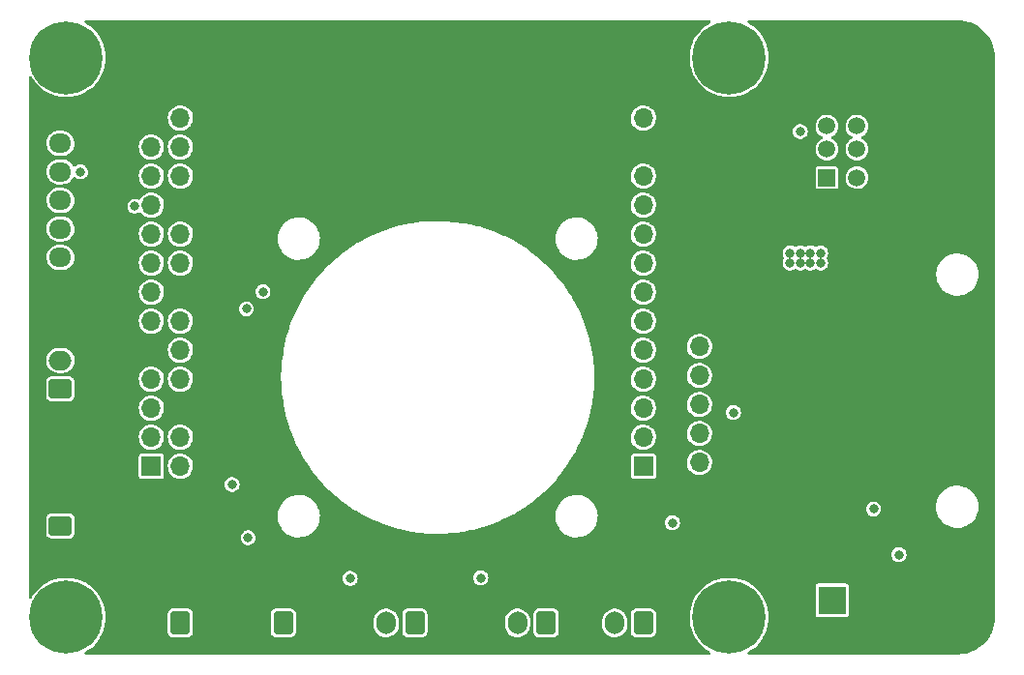
<source format=gbr>
%TF.GenerationSoftware,KiCad,Pcbnew,(6.0.0)*%
%TF.CreationDate,2022-01-09T15:33:56+08:00*%
%TF.ProjectId,orange_juice_board,6f72616e-6765-45f6-9a75-6963655f626f,rev?*%
%TF.SameCoordinates,Original*%
%TF.FileFunction,Copper,L2,Inr*%
%TF.FilePolarity,Positive*%
%FSLAX46Y46*%
G04 Gerber Fmt 4.6, Leading zero omitted, Abs format (unit mm)*
G04 Created by KiCad (PCBNEW (6.0.0)) date 2022-01-09 15:33:56*
%MOMM*%
%LPD*%
G01*
G04 APERTURE LIST*
G04 Aperture macros list*
%AMRoundRect*
0 Rectangle with rounded corners*
0 $1 Rounding radius*
0 $2 $3 $4 $5 $6 $7 $8 $9 X,Y pos of 4 corners*
0 Add a 4 corners polygon primitive as box body*
4,1,4,$2,$3,$4,$5,$6,$7,$8,$9,$2,$3,0*
0 Add four circle primitives for the rounded corners*
1,1,$1+$1,$2,$3*
1,1,$1+$1,$4,$5*
1,1,$1+$1,$6,$7*
1,1,$1+$1,$8,$9*
0 Add four rect primitives between the rounded corners*
20,1,$1+$1,$2,$3,$4,$5,0*
20,1,$1+$1,$4,$5,$6,$7,0*
20,1,$1+$1,$6,$7,$8,$9,0*
20,1,$1+$1,$8,$9,$2,$3,0*%
G04 Aperture macros list end*
%TA.AperFunction,ComponentPad*%
%ADD10RoundRect,0.250000X0.600000X0.750000X-0.600000X0.750000X-0.600000X-0.750000X0.600000X-0.750000X0*%
%TD*%
%TA.AperFunction,ComponentPad*%
%ADD11O,1.700000X2.000000*%
%TD*%
%TA.AperFunction,ComponentPad*%
%ADD12RoundRect,0.250000X0.750000X-0.600000X0.750000X0.600000X-0.750000X0.600000X-0.750000X-0.600000X0*%
%TD*%
%TA.AperFunction,ComponentPad*%
%ADD13O,2.000000X1.700000*%
%TD*%
%TA.AperFunction,ComponentPad*%
%ADD14R,1.700000X1.700000*%
%TD*%
%TA.AperFunction,ComponentPad*%
%ADD15O,1.700000X1.700000*%
%TD*%
%TA.AperFunction,ComponentPad*%
%ADD16C,3.000000*%
%TD*%
%TA.AperFunction,ComponentPad*%
%ADD17C,1.500000*%
%TD*%
%TA.AperFunction,ComponentPad*%
%ADD18R,1.500000X1.500000*%
%TD*%
%TA.AperFunction,ComponentPad*%
%ADD19RoundRect,0.250000X0.725000X-0.600000X0.725000X0.600000X-0.725000X0.600000X-0.725000X-0.600000X0*%
%TD*%
%TA.AperFunction,ComponentPad*%
%ADD20O,1.950000X1.700000*%
%TD*%
%TA.AperFunction,ComponentPad*%
%ADD21R,2.400000X2.400000*%
%TD*%
%TA.AperFunction,ComponentPad*%
%ADD22C,2.400000*%
%TD*%
%TA.AperFunction,ComponentPad*%
%ADD23C,0.800000*%
%TD*%
%TA.AperFunction,ComponentPad*%
%ADD24C,6.400000*%
%TD*%
%TA.AperFunction,ComponentPad*%
%ADD25C,0.600000*%
%TD*%
%TA.AperFunction,ViaPad*%
%ADD26C,0.800000*%
%TD*%
G04 APERTURE END LIST*
D10*
%TO.N,DCIN*%
%TO.C,J10*%
X139000000Y-118500000D03*
D11*
%TO.N,Net-(D2-Pad1)*%
X136500000Y-118500000D03*
%TD*%
%TO.N,Net-(D3-Pad1)*%
%TO.C,J12*%
X148000000Y-118500000D03*
D10*
%TO.N,DCIN*%
X150500000Y-118500000D03*
%TD*%
%TO.N,DCIN*%
%TO.C,J13*%
X127500000Y-118500000D03*
D11*
%TO.N,GND*%
X125000000Y-118500000D03*
%TD*%
D12*
%TO.N,UART1_RX*%
%TO.C,J11*%
X108000000Y-98000000D03*
D13*
%TO.N,UART1_TX*%
X108000000Y-95500000D03*
%TD*%
D12*
%TO.N,+5V*%
%TO.C,J8*%
X108000000Y-110000000D03*
D13*
%TO.N,GND*%
X108000000Y-107500000D03*
%TD*%
D10*
%TO.N,+5V*%
%TO.C,J9*%
X118500000Y-118500000D03*
D11*
%TO.N,GND*%
X116000000Y-118500000D03*
%TD*%
D14*
%TO.N,unconnected-(J4-Pad1)*%
%TO.C,J4*%
X115960000Y-104780000D03*
D15*
%TO.N,+5V*%
X118500000Y-104780000D03*
%TO.N,unconnected-(J4-Pad3)*%
X115960000Y-102240000D03*
%TO.N,+5V*%
X118500000Y-102240000D03*
%TO.N,unconnected-(J4-Pad5)*%
X115960000Y-99700000D03*
%TO.N,GND*%
X118500000Y-99700000D03*
%TO.N,unconnected-(J4-Pad7)*%
X115960000Y-97160000D03*
%TO.N,UART1_RX*%
X118500000Y-97160000D03*
%TO.N,GND*%
X115960000Y-94620000D03*
%TO.N,UART1_TX*%
X118500000Y-94620000D03*
%TO.N,GPIO_1_CS*%
X115960000Y-92080000D03*
%TO.N,unconnected-(J4-Pad12)*%
X118500000Y-92080000D03*
%TO.N,GPIO_0_SDI*%
X115960000Y-89540000D03*
%TO.N,GND*%
X118500000Y-89540000D03*
%TO.N,GPIO_3_SDO*%
X115960000Y-87000000D03*
%TO.N,GPIO_19*%
X118500000Y-87000000D03*
%TO.N,+3V3*%
X115960000Y-84460000D03*
%TO.N,GPIO_18*%
X118500000Y-84460000D03*
%TO.N,SPI1_MOSI*%
X115960000Y-81920000D03*
%TO.N,GND*%
X118500000Y-81920000D03*
%TO.N,SPI1_MISO*%
X115960000Y-79380000D03*
%TO.N,GPIO_2_CLK*%
X118500000Y-79380000D03*
%TO.N,SPI1_CLK*%
X115960000Y-76840000D03*
%TO.N,SPI1_CS*%
X118500000Y-76840000D03*
%TO.N,GND*%
X115960000Y-74300000D03*
%TO.N,GPIO_10*%
X118500000Y-74300000D03*
%TD*%
D14*
%TO.N,unconnected-(J7-Pad1)*%
%TO.C,J7*%
X159000000Y-104780000D03*
D15*
%TO.N,unconnected-(J7-Pad2)*%
X159000000Y-102240000D03*
%TO.N,unconnected-(J7-Pad3)*%
X159000000Y-99700000D03*
%TO.N,unconnected-(J7-Pad4)*%
X159000000Y-97160000D03*
%TO.N,unconnected-(J7-Pad5)*%
X159000000Y-94620000D03*
%TO.N,unconnected-(J7-Pad6)*%
X159000000Y-92080000D03*
%TO.N,unconnected-(J7-Pad7)*%
X159000000Y-89540000D03*
%TO.N,USB_DP3*%
X159000000Y-87000000D03*
%TO.N,USB_DM3*%
X159000000Y-84460000D03*
%TO.N,USB_DP2*%
X159000000Y-81920000D03*
%TO.N,USB_DM2*%
X159000000Y-79380000D03*
%TO.N,GND*%
X159000000Y-76840000D03*
%TO.N,+5V*%
X159000000Y-74300000D03*
%TD*%
D16*
%TO.N,GND*%
%TO.C,USB1*%
X174712000Y-69430000D03*
X174712000Y-82570000D03*
X180392000Y-69430000D03*
X180392000Y-82570000D03*
D17*
X177682000Y-72500000D03*
%TO.N,USB_DP3*%
X177682000Y-75000000D03*
%TO.N,USB_DM3*%
X177682000Y-77000000D03*
%TO.N,+5V*%
X177682000Y-79500000D03*
%TO.N,GND*%
X175062000Y-72500000D03*
%TO.N,USB_DP2*%
X175062000Y-75000000D03*
%TO.N,USB_DM2*%
X175062000Y-77000000D03*
D18*
%TO.N,+5V*%
X175062000Y-79500000D03*
%TD*%
D19*
%TO.N,GND*%
%TO.C,J3*%
X108000000Y-89000000D03*
D20*
%TO.N,+3V3*%
X108000000Y-86500000D03*
%TO.N,SPI1_CS*%
X108000000Y-84000000D03*
%TO.N,SPI1_MISO*%
X108000000Y-81500000D03*
%TO.N,SPI1_MOSI*%
X108000000Y-79000000D03*
%TO.N,SPI1_CLK*%
X108000000Y-76500000D03*
%TD*%
D21*
%TO.N,DCIN*%
%TO.C,J2*%
X175500000Y-116500000D03*
D22*
%TO.N,GND*%
X179000000Y-116500000D03*
%TD*%
D14*
%TO.N,GND*%
%TO.C,J5*%
X163910000Y-91750000D03*
D15*
%TO.N,+3V3*%
X163910000Y-94290000D03*
%TO.N,GPIO_2_CLK*%
X163910000Y-96830000D03*
%TO.N,GPIO_3_SDO*%
X163910000Y-99370000D03*
%TO.N,GPIO_0_SDI*%
X163910000Y-101910000D03*
%TO.N,GPIO_1_CS*%
X163910000Y-104450000D03*
%TD*%
D11*
%TO.N,Net-(D4-Pad1)*%
%TO.C,J15*%
X156500000Y-118500000D03*
D10*
%TO.N,DCIN*%
X159000000Y-118500000D03*
%TD*%
D23*
%TO.N,N/C*%
%TO.C,H2*%
X108500000Y-115600000D03*
D24*
X108500000Y-118000000D03*
D23*
X106802944Y-119697056D03*
X110197056Y-116302944D03*
X106802944Y-116302944D03*
X108500000Y-120400000D03*
X110900000Y-118000000D03*
X110197056Y-119697056D03*
X106100000Y-118000000D03*
%TD*%
D24*
%TO.N,N/C*%
%TO.C,H3*%
X166500000Y-118000000D03*
D23*
X164802944Y-116302944D03*
X164802944Y-119697056D03*
X168197056Y-119697056D03*
X166500000Y-115600000D03*
X164100000Y-118000000D03*
X166500000Y-120400000D03*
X168900000Y-118000000D03*
X168197056Y-116302944D03*
%TD*%
%TO.N,N/C*%
%TO.C,H4*%
X164802944Y-67302944D03*
X168900000Y-69000000D03*
D24*
X166500000Y-69000000D03*
D23*
X168197056Y-67302944D03*
X168197056Y-70697056D03*
X164100000Y-69000000D03*
X166500000Y-66600000D03*
X166500000Y-71400000D03*
X164802944Y-70697056D03*
%TD*%
%TO.N,N/C*%
%TO.C,H1*%
X106802944Y-67302944D03*
X110900000Y-69000000D03*
D24*
X108500000Y-69000000D03*
D23*
X110197056Y-70697056D03*
X106100000Y-69000000D03*
X108500000Y-71400000D03*
X106802944Y-70697056D03*
X108500000Y-66600000D03*
X110197056Y-67302944D03*
%TD*%
D25*
%TO.N,GND*%
%TO.C,U1*%
X174660000Y-104670000D03*
X175860000Y-103570000D03*
X175860000Y-101070000D03*
X174660000Y-103570000D03*
X175860000Y-104670000D03*
X174660000Y-102270000D03*
X174660000Y-101070000D03*
X175860000Y-102270000D03*
%TD*%
D26*
%TO.N,USB_DM2*%
X172720000Y-75471500D03*
%TO.N,GND*%
X119642000Y-109526000D03*
X119642000Y-108626000D03*
%TO.N,+5V*%
X174498000Y-86995000D03*
X171831000Y-86995000D03*
X166878000Y-100076000D03*
X172720000Y-86106000D03*
X174498000Y-86106000D03*
X172720000Y-86995000D03*
X171831000Y-86106000D03*
X173609000Y-86995000D03*
X173609000Y-86106000D03*
%TO.N,BUCK_IN*%
X179142000Y-108526000D03*
X181356000Y-112522000D03*
%TO.N,DCIN*%
X144780000Y-114554000D03*
X161544000Y-109728000D03*
X133350000Y-114600000D03*
%TO.N,SPI1_MOSI*%
X109750000Y-79000000D03*
X114512653Y-82012653D03*
%TO.N,Net-(Q2-Pad1)*%
X125725000Y-89500000D03*
X124275000Y-91000000D03*
%TO.N,Net-(Q4-Pad1)*%
X124425000Y-111025000D03*
X123025000Y-106375000D03*
%TD*%
%TA.AperFunction,Conductor*%
%TO.N,GND*%
G36*
X164823535Y-65770002D02*
G01*
X164870028Y-65823658D01*
X164880132Y-65893932D01*
X164850638Y-65958512D01*
X164820120Y-65984116D01*
X164570599Y-66133451D01*
X164570591Y-66133457D01*
X164567671Y-66135204D01*
X164269577Y-66360651D01*
X164099454Y-66520967D01*
X164036148Y-66580624D01*
X163997575Y-66616973D01*
X163995363Y-66619563D01*
X163995361Y-66619565D01*
X163987879Y-66628325D01*
X163754846Y-66901171D01*
X163752928Y-66903983D01*
X163752924Y-66903988D01*
X163622468Y-67095231D01*
X163544231Y-67209922D01*
X163542624Y-67212932D01*
X163542622Y-67212935D01*
X163452946Y-67380883D01*
X163368192Y-67539614D01*
X163366923Y-67542771D01*
X163366921Y-67542775D01*
X163298491Y-67713001D01*
X163228789Y-67886389D01*
X163227869Y-67889663D01*
X163227867Y-67889668D01*
X163196273Y-68002069D01*
X163127653Y-68246191D01*
X163127091Y-68249548D01*
X163127091Y-68249549D01*
X163115652Y-68317909D01*
X163065967Y-68614812D01*
X163044453Y-68987938D01*
X163063362Y-69361205D01*
X163063899Y-69364560D01*
X163063900Y-69364566D01*
X163069123Y-69397173D01*
X163122473Y-69730247D01*
X163221094Y-70090747D01*
X163358073Y-70438487D01*
X163359656Y-70441502D01*
X163530222Y-70766383D01*
X163530227Y-70766391D01*
X163531806Y-70769399D01*
X163740261Y-71079613D01*
X163980999Y-71365499D01*
X164251205Y-71623714D01*
X164547718Y-71851236D01*
X164635543Y-71904634D01*
X164864154Y-72043632D01*
X164864159Y-72043635D01*
X164867069Y-72045404D01*
X164870157Y-72046850D01*
X164870156Y-72046850D01*
X165202437Y-72202503D01*
X165202447Y-72202507D01*
X165205521Y-72203947D01*
X165208739Y-72205049D01*
X165208742Y-72205050D01*
X165555886Y-72323904D01*
X165555890Y-72323905D01*
X165559117Y-72325010D01*
X165562447Y-72325760D01*
X165562456Y-72325763D01*
X165820298Y-72383869D01*
X165923719Y-72407176D01*
X165927105Y-72407562D01*
X165927112Y-72407563D01*
X166291680Y-72449101D01*
X166291688Y-72449101D01*
X166295063Y-72449486D01*
X166298467Y-72449504D01*
X166298470Y-72449504D01*
X166501889Y-72450569D01*
X166668804Y-72451443D01*
X166672190Y-72451093D01*
X166672192Y-72451093D01*
X167037178Y-72413375D01*
X167037186Y-72413374D01*
X167040570Y-72413024D01*
X167043903Y-72412309D01*
X167043906Y-72412309D01*
X167223985Y-72373703D01*
X167406013Y-72334680D01*
X167760857Y-72217327D01*
X168100951Y-72062337D01*
X168103888Y-72060593D01*
X168103894Y-72060590D01*
X168419383Y-71873265D01*
X168422317Y-71871523D01*
X168721196Y-71647119D01*
X168994092Y-71391748D01*
X169237811Y-71108398D01*
X169348998Y-70946620D01*
X169447573Y-70803193D01*
X169447578Y-70803186D01*
X169449503Y-70800384D01*
X169451115Y-70797390D01*
X169451120Y-70797382D01*
X169625069Y-70474321D01*
X169626691Y-70471309D01*
X169767304Y-70125023D01*
X169869695Y-69765576D01*
X169932667Y-69397173D01*
X169934662Y-69364566D01*
X169955374Y-69025920D01*
X169955484Y-69024124D01*
X169955568Y-69000000D01*
X169935356Y-68626801D01*
X169874957Y-68257967D01*
X169775078Y-67897814D01*
X169771837Y-67889668D01*
X169638146Y-67553719D01*
X169636887Y-67550555D01*
X169462000Y-67220251D01*
X169252463Y-66910767D01*
X169010728Y-66625722D01*
X169001509Y-66616973D01*
X168742089Y-66370794D01*
X168742088Y-66370793D01*
X168739622Y-66368453D01*
X168442317Y-66141967D01*
X168439405Y-66140210D01*
X168439400Y-66140207D01*
X168180270Y-65983890D01*
X168132272Y-65931576D01*
X168120177Y-65861617D01*
X168147824Y-65796225D01*
X168206436Y-65756161D01*
X168245353Y-65750000D01*
X186462966Y-65750000D01*
X186487547Y-65752421D01*
X186487827Y-65752477D01*
X186487829Y-65752477D01*
X186500000Y-65754898D01*
X186512173Y-65752476D01*
X186524581Y-65752476D01*
X186524581Y-65752612D01*
X186535216Y-65751845D01*
X186833122Y-65767458D01*
X186846232Y-65768836D01*
X187169191Y-65819987D01*
X187182091Y-65822729D01*
X187497931Y-65907358D01*
X187510473Y-65911434D01*
X187608115Y-65948915D01*
X187815725Y-66028609D01*
X187827774Y-66033973D01*
X188119117Y-66182420D01*
X188130538Y-66189014D01*
X188404769Y-66367101D01*
X188415439Y-66374854D01*
X188669544Y-66580624D01*
X188679345Y-66589449D01*
X188910551Y-66820655D01*
X188919376Y-66830456D01*
X189125146Y-67084561D01*
X189132899Y-67095231D01*
X189310986Y-67369462D01*
X189317580Y-67380883D01*
X189466027Y-67672226D01*
X189471391Y-67684275D01*
X189588566Y-67989526D01*
X189592642Y-68002069D01*
X189677271Y-68317909D01*
X189680013Y-68330809D01*
X189727716Y-68631993D01*
X189731164Y-68653765D01*
X189732542Y-68666881D01*
X189748155Y-68964781D01*
X189747388Y-68975419D01*
X189747524Y-68975419D01*
X189747524Y-68987827D01*
X189745102Y-69000000D01*
X189747523Y-69012171D01*
X189747523Y-69012173D01*
X189747579Y-69012453D01*
X189750000Y-69037034D01*
X189750000Y-117962966D01*
X189747579Y-117987547D01*
X189745102Y-118000000D01*
X189747524Y-118012173D01*
X189747524Y-118024581D01*
X189747388Y-118024581D01*
X189748155Y-118035216D01*
X189734407Y-118297531D01*
X189732542Y-118333119D01*
X189731164Y-118346232D01*
X189723096Y-118397173D01*
X189680013Y-118669191D01*
X189677271Y-118682091D01*
X189592642Y-118997931D01*
X189588566Y-119010474D01*
X189471391Y-119315725D01*
X189466027Y-119327774D01*
X189317580Y-119619117D01*
X189310986Y-119630538D01*
X189132899Y-119904769D01*
X189125146Y-119915439D01*
X188919376Y-120169544D01*
X188910551Y-120179345D01*
X188679345Y-120410551D01*
X188669544Y-120419376D01*
X188415439Y-120625146D01*
X188404769Y-120632899D01*
X188130538Y-120810986D01*
X188119117Y-120817580D01*
X187827774Y-120966027D01*
X187815725Y-120971391D01*
X187510474Y-121088566D01*
X187497931Y-121092642D01*
X187182091Y-121177271D01*
X187169191Y-121180013D01*
X186846232Y-121231164D01*
X186833122Y-121232542D01*
X186535216Y-121248155D01*
X186524581Y-121247388D01*
X186524581Y-121247524D01*
X186512173Y-121247524D01*
X186500000Y-121245102D01*
X186487829Y-121247523D01*
X186487827Y-121247523D01*
X186487547Y-121247579D01*
X186462966Y-121250000D01*
X168243894Y-121250000D01*
X168175773Y-121229998D01*
X168129280Y-121176342D01*
X168119176Y-121106068D01*
X168148670Y-121041488D01*
X168179565Y-121015659D01*
X168419383Y-120873265D01*
X168422317Y-120871523D01*
X168721196Y-120647119D01*
X168994092Y-120391748D01*
X169237811Y-120108398D01*
X169377761Y-119904769D01*
X169447573Y-119803193D01*
X169447578Y-119803186D01*
X169449503Y-119800384D01*
X169451115Y-119797390D01*
X169451120Y-119797382D01*
X169625069Y-119474321D01*
X169626691Y-119471309D01*
X169767304Y-119125023D01*
X169784153Y-119065876D01*
X169868761Y-118768854D01*
X169869695Y-118765576D01*
X169883965Y-118682091D01*
X169932095Y-118400520D01*
X169932095Y-118400518D01*
X169932667Y-118397173D01*
X169934662Y-118364566D01*
X169955374Y-118025920D01*
X169955484Y-118024124D01*
X169955523Y-118012993D01*
X169955562Y-118001820D01*
X169955562Y-118001808D01*
X169955568Y-118000000D01*
X169940657Y-117724674D01*
X174049500Y-117724674D01*
X174064034Y-117797740D01*
X174119399Y-117880601D01*
X174202260Y-117935966D01*
X174275326Y-117950500D01*
X176724674Y-117950500D01*
X176797740Y-117935966D01*
X176880601Y-117880601D01*
X176935966Y-117797740D01*
X176950500Y-117724674D01*
X176950500Y-115275326D01*
X176935966Y-115202260D01*
X176880601Y-115119399D01*
X176797740Y-115064034D01*
X176724674Y-115049500D01*
X174275326Y-115049500D01*
X174202260Y-115064034D01*
X174119399Y-115119399D01*
X174064034Y-115202260D01*
X174049500Y-115275326D01*
X174049500Y-117724674D01*
X169940657Y-117724674D01*
X169935356Y-117626801D01*
X169874957Y-117257967D01*
X169775078Y-116897814D01*
X169771837Y-116889668D01*
X169638146Y-116553719D01*
X169636887Y-116550555D01*
X169535492Y-116359053D01*
X169463595Y-116223263D01*
X169463593Y-116223260D01*
X169462000Y-116220251D01*
X169252463Y-115910767D01*
X169010728Y-115625722D01*
X169001509Y-115616973D01*
X168742089Y-115370794D01*
X168742088Y-115370793D01*
X168739622Y-115368453D01*
X168520186Y-115201287D01*
X168445024Y-115144029D01*
X168445022Y-115144027D01*
X168442317Y-115141967D01*
X168439405Y-115140210D01*
X168439400Y-115140207D01*
X168125206Y-114950673D01*
X168125200Y-114950670D01*
X168122291Y-114948915D01*
X167783287Y-114791554D01*
X167429271Y-114671726D01*
X167064384Y-114590833D01*
X166892050Y-114571807D01*
X166696276Y-114550193D01*
X166696271Y-114550193D01*
X166692895Y-114549820D01*
X166689496Y-114549814D01*
X166689495Y-114549814D01*
X166512755Y-114549506D01*
X166319150Y-114549168D01*
X166184126Y-114563598D01*
X165950904Y-114588522D01*
X165950898Y-114588523D01*
X165947520Y-114588884D01*
X165944197Y-114589608D01*
X165944194Y-114589609D01*
X165833598Y-114613723D01*
X165582353Y-114668503D01*
X165227921Y-114787094D01*
X164888369Y-114943270D01*
X164885435Y-114945026D01*
X164885433Y-114945027D01*
X164814830Y-114987282D01*
X164567671Y-115135204D01*
X164269577Y-115360651D01*
X163997575Y-115616973D01*
X163995363Y-115619563D01*
X163995361Y-115619565D01*
X163987879Y-115628325D01*
X163754846Y-115901171D01*
X163544231Y-116209922D01*
X163542624Y-116212932D01*
X163542622Y-116212935D01*
X163460093Y-116367499D01*
X163368192Y-116539614D01*
X163366923Y-116542771D01*
X163366921Y-116542775D01*
X163362522Y-116553719D01*
X163228789Y-116886389D01*
X163227869Y-116889663D01*
X163227867Y-116889668D01*
X163225578Y-116897814D01*
X163127653Y-117246191D01*
X163127091Y-117249548D01*
X163127091Y-117249549D01*
X163082982Y-117513137D01*
X163065967Y-117614812D01*
X163044453Y-117987938D01*
X163044625Y-117991333D01*
X163044625Y-117991334D01*
X163062604Y-118346235D01*
X163063362Y-118361205D01*
X163063899Y-118364560D01*
X163063900Y-118364566D01*
X163069123Y-118397173D01*
X163122473Y-118730247D01*
X163221094Y-119090747D01*
X163358073Y-119438487D01*
X163359656Y-119441502D01*
X163530222Y-119766383D01*
X163530227Y-119766391D01*
X163531806Y-119769399D01*
X163740261Y-120079613D01*
X163980999Y-120365499D01*
X164251205Y-120623714D01*
X164547718Y-120851236D01*
X164736517Y-120966027D01*
X164819264Y-121016338D01*
X164867079Y-121068819D01*
X164878930Y-121138819D01*
X164851055Y-121204115D01*
X164792304Y-121243974D01*
X164753805Y-121250000D01*
X110243894Y-121250000D01*
X110175773Y-121229998D01*
X110129280Y-121176342D01*
X110119176Y-121106068D01*
X110148670Y-121041488D01*
X110179565Y-121015659D01*
X110419383Y-120873265D01*
X110422317Y-120871523D01*
X110721196Y-120647119D01*
X110994092Y-120391748D01*
X111237811Y-120108398D01*
X111377761Y-119904769D01*
X111447573Y-119803193D01*
X111447578Y-119803186D01*
X111449503Y-119800384D01*
X111451115Y-119797390D01*
X111451120Y-119797382D01*
X111625069Y-119474321D01*
X111626691Y-119471309D01*
X111767304Y-119125023D01*
X111784153Y-119065876D01*
X111868761Y-118768854D01*
X111869695Y-118765576D01*
X111883965Y-118682091D01*
X111932095Y-118400520D01*
X111932095Y-118400518D01*
X111932667Y-118397173D01*
X111934662Y-118364566D01*
X111955374Y-118025920D01*
X111955484Y-118024124D01*
X111955523Y-118012993D01*
X111955562Y-118001820D01*
X111955562Y-118001808D01*
X111955568Y-118000000D01*
X111939462Y-117702623D01*
X117399500Y-117702623D01*
X117399501Y-119297376D01*
X117399870Y-119300770D01*
X117399870Y-119300776D01*
X117402803Y-119327774D01*
X117406149Y-119358580D01*
X117456474Y-119492824D01*
X117461854Y-119500003D01*
X117461856Y-119500006D01*
X117501584Y-119553014D01*
X117542454Y-119607546D01*
X117549635Y-119612928D01*
X117649994Y-119688144D01*
X117649997Y-119688146D01*
X117657176Y-119693526D01*
X117733361Y-119722086D01*
X117784025Y-119741079D01*
X117784027Y-119741079D01*
X117791420Y-119743851D01*
X117799270Y-119744704D01*
X117799271Y-119744704D01*
X117849217Y-119750130D01*
X117852623Y-119750500D01*
X118499905Y-119750500D01*
X119147376Y-119750499D01*
X119150770Y-119750130D01*
X119150776Y-119750130D01*
X119200722Y-119744705D01*
X119200726Y-119744704D01*
X119208580Y-119743851D01*
X119342824Y-119693526D01*
X119350003Y-119688146D01*
X119350006Y-119688144D01*
X119450365Y-119612928D01*
X119457546Y-119607546D01*
X119498416Y-119553014D01*
X119538144Y-119500006D01*
X119538146Y-119500003D01*
X119543526Y-119492824D01*
X119593851Y-119358580D01*
X119600500Y-119297377D01*
X119600499Y-117702624D01*
X119600499Y-117702623D01*
X126399500Y-117702623D01*
X126399501Y-119297376D01*
X126399870Y-119300770D01*
X126399870Y-119300776D01*
X126402803Y-119327774D01*
X126406149Y-119358580D01*
X126456474Y-119492824D01*
X126461854Y-119500003D01*
X126461856Y-119500006D01*
X126501584Y-119553014D01*
X126542454Y-119607546D01*
X126549635Y-119612928D01*
X126649994Y-119688144D01*
X126649997Y-119688146D01*
X126657176Y-119693526D01*
X126733361Y-119722086D01*
X126784025Y-119741079D01*
X126784027Y-119741079D01*
X126791420Y-119743851D01*
X126799270Y-119744704D01*
X126799271Y-119744704D01*
X126849217Y-119750130D01*
X126852623Y-119750500D01*
X127499905Y-119750500D01*
X128147376Y-119750499D01*
X128150770Y-119750130D01*
X128150776Y-119750130D01*
X128200722Y-119744705D01*
X128200726Y-119744704D01*
X128208580Y-119743851D01*
X128342824Y-119693526D01*
X128350003Y-119688146D01*
X128350006Y-119688144D01*
X128450365Y-119612928D01*
X128457546Y-119607546D01*
X128498416Y-119553014D01*
X128538144Y-119500006D01*
X128538146Y-119500003D01*
X128543526Y-119492824D01*
X128593851Y-119358580D01*
X128600500Y-119297377D01*
X128600500Y-118702469D01*
X135399500Y-118702469D01*
X135414439Y-118859046D01*
X135473553Y-119060549D01*
X135569705Y-119247239D01*
X135573409Y-119251954D01*
X135695718Y-119407662D01*
X135695722Y-119407667D01*
X135699424Y-119412379D01*
X135703954Y-119416310D01*
X135703955Y-119416311D01*
X135853498Y-119546079D01*
X135853503Y-119546083D01*
X135858029Y-119550010D01*
X136039799Y-119655166D01*
X136134766Y-119688144D01*
X136232509Y-119722086D01*
X136232511Y-119722086D01*
X136238174Y-119724053D01*
X136244109Y-119724914D01*
X136244111Y-119724914D01*
X136440056Y-119753325D01*
X136440059Y-119753325D01*
X136445996Y-119754186D01*
X136655767Y-119744477D01*
X136787547Y-119712718D01*
X136854085Y-119696682D01*
X136854087Y-119696681D01*
X136859918Y-119695276D01*
X136865376Y-119692794D01*
X136865380Y-119692793D01*
X137045626Y-119610840D01*
X137051081Y-119608360D01*
X137222360Y-119486863D01*
X137367575Y-119335169D01*
X137394185Y-119293958D01*
X137478233Y-119163791D01*
X137478234Y-119163788D01*
X137481485Y-119158754D01*
X137521063Y-119060549D01*
X137557739Y-118969545D01*
X137557740Y-118969542D01*
X137559981Y-118963981D01*
X137561129Y-118958100D01*
X137561131Y-118958095D01*
X137599362Y-118762324D01*
X137599362Y-118762321D01*
X137600230Y-118757878D01*
X137600500Y-118752357D01*
X137600500Y-118297531D01*
X137585561Y-118140954D01*
X137526447Y-117939451D01*
X137453461Y-117797740D01*
X137433041Y-117758092D01*
X137433039Y-117758089D01*
X137430295Y-117752761D01*
X137390911Y-117702623D01*
X137899500Y-117702623D01*
X137899501Y-119297376D01*
X137899870Y-119300770D01*
X137899870Y-119300776D01*
X137902803Y-119327774D01*
X137906149Y-119358580D01*
X137956474Y-119492824D01*
X137961854Y-119500003D01*
X137961856Y-119500006D01*
X138001584Y-119553014D01*
X138042454Y-119607546D01*
X138049635Y-119612928D01*
X138149994Y-119688144D01*
X138149997Y-119688146D01*
X138157176Y-119693526D01*
X138233361Y-119722086D01*
X138284025Y-119741079D01*
X138284027Y-119741079D01*
X138291420Y-119743851D01*
X138299270Y-119744704D01*
X138299271Y-119744704D01*
X138349217Y-119750130D01*
X138352623Y-119750500D01*
X138999905Y-119750500D01*
X139647376Y-119750499D01*
X139650770Y-119750130D01*
X139650776Y-119750130D01*
X139700722Y-119744705D01*
X139700726Y-119744704D01*
X139708580Y-119743851D01*
X139842824Y-119693526D01*
X139850003Y-119688146D01*
X139850006Y-119688144D01*
X139950365Y-119612928D01*
X139957546Y-119607546D01*
X139998416Y-119553014D01*
X140038144Y-119500006D01*
X140038146Y-119500003D01*
X140043526Y-119492824D01*
X140093851Y-119358580D01*
X140100500Y-119297377D01*
X140100500Y-118702469D01*
X146899500Y-118702469D01*
X146914439Y-118859046D01*
X146973553Y-119060549D01*
X147069705Y-119247239D01*
X147073409Y-119251954D01*
X147195718Y-119407662D01*
X147195722Y-119407667D01*
X147199424Y-119412379D01*
X147203954Y-119416310D01*
X147203955Y-119416311D01*
X147353498Y-119546079D01*
X147353503Y-119546083D01*
X147358029Y-119550010D01*
X147539799Y-119655166D01*
X147634766Y-119688144D01*
X147732509Y-119722086D01*
X147732511Y-119722086D01*
X147738174Y-119724053D01*
X147744109Y-119724914D01*
X147744111Y-119724914D01*
X147940056Y-119753325D01*
X147940059Y-119753325D01*
X147945996Y-119754186D01*
X148155767Y-119744477D01*
X148287547Y-119712718D01*
X148354085Y-119696682D01*
X148354087Y-119696681D01*
X148359918Y-119695276D01*
X148365376Y-119692794D01*
X148365380Y-119692793D01*
X148545626Y-119610840D01*
X148551081Y-119608360D01*
X148722360Y-119486863D01*
X148867575Y-119335169D01*
X148894185Y-119293958D01*
X148978233Y-119163791D01*
X148978234Y-119163788D01*
X148981485Y-119158754D01*
X149021063Y-119060549D01*
X149057739Y-118969545D01*
X149057740Y-118969542D01*
X149059981Y-118963981D01*
X149061129Y-118958100D01*
X149061131Y-118958095D01*
X149099362Y-118762324D01*
X149099362Y-118762321D01*
X149100230Y-118757878D01*
X149100500Y-118752357D01*
X149100500Y-118297531D01*
X149085561Y-118140954D01*
X149026447Y-117939451D01*
X148953461Y-117797740D01*
X148933041Y-117758092D01*
X148933039Y-117758089D01*
X148930295Y-117752761D01*
X148890911Y-117702623D01*
X149399500Y-117702623D01*
X149399501Y-119297376D01*
X149399870Y-119300770D01*
X149399870Y-119300776D01*
X149402803Y-119327774D01*
X149406149Y-119358580D01*
X149456474Y-119492824D01*
X149461854Y-119500003D01*
X149461856Y-119500006D01*
X149501584Y-119553014D01*
X149542454Y-119607546D01*
X149549635Y-119612928D01*
X149649994Y-119688144D01*
X149649997Y-119688146D01*
X149657176Y-119693526D01*
X149733361Y-119722086D01*
X149784025Y-119741079D01*
X149784027Y-119741079D01*
X149791420Y-119743851D01*
X149799270Y-119744704D01*
X149799271Y-119744704D01*
X149849217Y-119750130D01*
X149852623Y-119750500D01*
X150499905Y-119750500D01*
X151147376Y-119750499D01*
X151150770Y-119750130D01*
X151150776Y-119750130D01*
X151200722Y-119744705D01*
X151200726Y-119744704D01*
X151208580Y-119743851D01*
X151342824Y-119693526D01*
X151350003Y-119688146D01*
X151350006Y-119688144D01*
X151450365Y-119612928D01*
X151457546Y-119607546D01*
X151498416Y-119553014D01*
X151538144Y-119500006D01*
X151538146Y-119500003D01*
X151543526Y-119492824D01*
X151593851Y-119358580D01*
X151600500Y-119297377D01*
X151600500Y-118702469D01*
X155399500Y-118702469D01*
X155414439Y-118859046D01*
X155473553Y-119060549D01*
X155569705Y-119247239D01*
X155573409Y-119251954D01*
X155695718Y-119407662D01*
X155695722Y-119407667D01*
X155699424Y-119412379D01*
X155703954Y-119416310D01*
X155703955Y-119416311D01*
X155853498Y-119546079D01*
X155853503Y-119546083D01*
X155858029Y-119550010D01*
X156039799Y-119655166D01*
X156134766Y-119688144D01*
X156232509Y-119722086D01*
X156232511Y-119722086D01*
X156238174Y-119724053D01*
X156244109Y-119724914D01*
X156244111Y-119724914D01*
X156440056Y-119753325D01*
X156440059Y-119753325D01*
X156445996Y-119754186D01*
X156655767Y-119744477D01*
X156787547Y-119712718D01*
X156854085Y-119696682D01*
X156854087Y-119696681D01*
X156859918Y-119695276D01*
X156865376Y-119692794D01*
X156865380Y-119692793D01*
X157045626Y-119610840D01*
X157051081Y-119608360D01*
X157222360Y-119486863D01*
X157367575Y-119335169D01*
X157394185Y-119293958D01*
X157478233Y-119163791D01*
X157478234Y-119163788D01*
X157481485Y-119158754D01*
X157521063Y-119060549D01*
X157557739Y-118969545D01*
X157557740Y-118969542D01*
X157559981Y-118963981D01*
X157561129Y-118958100D01*
X157561131Y-118958095D01*
X157599362Y-118762324D01*
X157599362Y-118762321D01*
X157600230Y-118757878D01*
X157600500Y-118752357D01*
X157600500Y-118297531D01*
X157585561Y-118140954D01*
X157526447Y-117939451D01*
X157453461Y-117797740D01*
X157433041Y-117758092D01*
X157433039Y-117758089D01*
X157430295Y-117752761D01*
X157390911Y-117702623D01*
X157899500Y-117702623D01*
X157899501Y-119297376D01*
X157899870Y-119300770D01*
X157899870Y-119300776D01*
X157902803Y-119327774D01*
X157906149Y-119358580D01*
X157956474Y-119492824D01*
X157961854Y-119500003D01*
X157961856Y-119500006D01*
X158001584Y-119553014D01*
X158042454Y-119607546D01*
X158049635Y-119612928D01*
X158149994Y-119688144D01*
X158149997Y-119688146D01*
X158157176Y-119693526D01*
X158233361Y-119722086D01*
X158284025Y-119741079D01*
X158284027Y-119741079D01*
X158291420Y-119743851D01*
X158299270Y-119744704D01*
X158299271Y-119744704D01*
X158349217Y-119750130D01*
X158352623Y-119750500D01*
X158999905Y-119750500D01*
X159647376Y-119750499D01*
X159650770Y-119750130D01*
X159650776Y-119750130D01*
X159700722Y-119744705D01*
X159700726Y-119744704D01*
X159708580Y-119743851D01*
X159842824Y-119693526D01*
X159850003Y-119688146D01*
X159850006Y-119688144D01*
X159950365Y-119612928D01*
X159957546Y-119607546D01*
X159998416Y-119553014D01*
X160038144Y-119500006D01*
X160038146Y-119500003D01*
X160043526Y-119492824D01*
X160093851Y-119358580D01*
X160100500Y-119297377D01*
X160100499Y-117702624D01*
X160093851Y-117641420D01*
X160043526Y-117507176D01*
X160038146Y-117499997D01*
X160038144Y-117499994D01*
X159962928Y-117399635D01*
X159957546Y-117392454D01*
X159950365Y-117387072D01*
X159850006Y-117311856D01*
X159850003Y-117311854D01*
X159842824Y-117306474D01*
X159753439Y-117272966D01*
X159715975Y-117258921D01*
X159715973Y-117258921D01*
X159708580Y-117256149D01*
X159700730Y-117255296D01*
X159700729Y-117255296D01*
X159650774Y-117249869D01*
X159650773Y-117249869D01*
X159647377Y-117249500D01*
X159000095Y-117249500D01*
X158352624Y-117249501D01*
X158349230Y-117249870D01*
X158349224Y-117249870D01*
X158299278Y-117255295D01*
X158299274Y-117255296D01*
X158291420Y-117256149D01*
X158157176Y-117306474D01*
X158149997Y-117311854D01*
X158149994Y-117311856D01*
X158049635Y-117387072D01*
X158042454Y-117392454D01*
X158037072Y-117399635D01*
X157961856Y-117499994D01*
X157961854Y-117499997D01*
X157956474Y-117507176D01*
X157927791Y-117583689D01*
X157914847Y-117618219D01*
X157906149Y-117641420D01*
X157899500Y-117702623D01*
X157390911Y-117702623D01*
X157357824Y-117660501D01*
X157304282Y-117592338D01*
X157304278Y-117592333D01*
X157300576Y-117587621D01*
X157219728Y-117517464D01*
X157146502Y-117453921D01*
X157146497Y-117453917D01*
X157141971Y-117449990D01*
X156960201Y-117344834D01*
X156840647Y-117303318D01*
X156767491Y-117277914D01*
X156767489Y-117277914D01*
X156761826Y-117275947D01*
X156755891Y-117275086D01*
X156755889Y-117275086D01*
X156559944Y-117246675D01*
X156559941Y-117246675D01*
X156554004Y-117245814D01*
X156344233Y-117255523D01*
X156212453Y-117287282D01*
X156145915Y-117303318D01*
X156145913Y-117303319D01*
X156140082Y-117304724D01*
X156134624Y-117307206D01*
X156134620Y-117307207D01*
X156018270Y-117360108D01*
X155948919Y-117391640D01*
X155777640Y-117513137D01*
X155632425Y-117664831D01*
X155629174Y-117669866D01*
X155546607Y-117797740D01*
X155518515Y-117841246D01*
X155516273Y-117846809D01*
X155444629Y-118024581D01*
X155440019Y-118036019D01*
X155438871Y-118041900D01*
X155438869Y-118041905D01*
X155418359Y-118146931D01*
X155399770Y-118242122D01*
X155399500Y-118247643D01*
X155399500Y-118702469D01*
X151600500Y-118702469D01*
X151600499Y-117702624D01*
X151593851Y-117641420D01*
X151543526Y-117507176D01*
X151538146Y-117499997D01*
X151538144Y-117499994D01*
X151462928Y-117399635D01*
X151457546Y-117392454D01*
X151450365Y-117387072D01*
X151350006Y-117311856D01*
X151350003Y-117311854D01*
X151342824Y-117306474D01*
X151253439Y-117272966D01*
X151215975Y-117258921D01*
X151215973Y-117258921D01*
X151208580Y-117256149D01*
X151200730Y-117255296D01*
X151200729Y-117255296D01*
X151150774Y-117249869D01*
X151150773Y-117249869D01*
X151147377Y-117249500D01*
X150500095Y-117249500D01*
X149852624Y-117249501D01*
X149849230Y-117249870D01*
X149849224Y-117249870D01*
X149799278Y-117255295D01*
X149799274Y-117255296D01*
X149791420Y-117256149D01*
X149657176Y-117306474D01*
X149649997Y-117311854D01*
X149649994Y-117311856D01*
X149549635Y-117387072D01*
X149542454Y-117392454D01*
X149537072Y-117399635D01*
X149461856Y-117499994D01*
X149461854Y-117499997D01*
X149456474Y-117507176D01*
X149427791Y-117583689D01*
X149414847Y-117618219D01*
X149406149Y-117641420D01*
X149399500Y-117702623D01*
X148890911Y-117702623D01*
X148857824Y-117660501D01*
X148804282Y-117592338D01*
X148804278Y-117592333D01*
X148800576Y-117587621D01*
X148719728Y-117517464D01*
X148646502Y-117453921D01*
X148646497Y-117453917D01*
X148641971Y-117449990D01*
X148460201Y-117344834D01*
X148340647Y-117303318D01*
X148267491Y-117277914D01*
X148267489Y-117277914D01*
X148261826Y-117275947D01*
X148255891Y-117275086D01*
X148255889Y-117275086D01*
X148059944Y-117246675D01*
X148059941Y-117246675D01*
X148054004Y-117245814D01*
X147844233Y-117255523D01*
X147712453Y-117287282D01*
X147645915Y-117303318D01*
X147645913Y-117303319D01*
X147640082Y-117304724D01*
X147634624Y-117307206D01*
X147634620Y-117307207D01*
X147518270Y-117360108D01*
X147448919Y-117391640D01*
X147277640Y-117513137D01*
X147132425Y-117664831D01*
X147129174Y-117669866D01*
X147046607Y-117797740D01*
X147018515Y-117841246D01*
X147016273Y-117846809D01*
X146944629Y-118024581D01*
X146940019Y-118036019D01*
X146938871Y-118041900D01*
X146938869Y-118041905D01*
X146918359Y-118146931D01*
X146899770Y-118242122D01*
X146899500Y-118247643D01*
X146899500Y-118702469D01*
X140100500Y-118702469D01*
X140100499Y-117702624D01*
X140093851Y-117641420D01*
X140043526Y-117507176D01*
X140038146Y-117499997D01*
X140038144Y-117499994D01*
X139962928Y-117399635D01*
X139957546Y-117392454D01*
X139950365Y-117387072D01*
X139850006Y-117311856D01*
X139850003Y-117311854D01*
X139842824Y-117306474D01*
X139753439Y-117272966D01*
X139715975Y-117258921D01*
X139715973Y-117258921D01*
X139708580Y-117256149D01*
X139700730Y-117255296D01*
X139700729Y-117255296D01*
X139650774Y-117249869D01*
X139650773Y-117249869D01*
X139647377Y-117249500D01*
X139000095Y-117249500D01*
X138352624Y-117249501D01*
X138349230Y-117249870D01*
X138349224Y-117249870D01*
X138299278Y-117255295D01*
X138299274Y-117255296D01*
X138291420Y-117256149D01*
X138157176Y-117306474D01*
X138149997Y-117311854D01*
X138149994Y-117311856D01*
X138049635Y-117387072D01*
X138042454Y-117392454D01*
X138037072Y-117399635D01*
X137961856Y-117499994D01*
X137961854Y-117499997D01*
X137956474Y-117507176D01*
X137927791Y-117583689D01*
X137914847Y-117618219D01*
X137906149Y-117641420D01*
X137899500Y-117702623D01*
X137390911Y-117702623D01*
X137357824Y-117660501D01*
X137304282Y-117592338D01*
X137304278Y-117592333D01*
X137300576Y-117587621D01*
X137219728Y-117517464D01*
X137146502Y-117453921D01*
X137146497Y-117453917D01*
X137141971Y-117449990D01*
X136960201Y-117344834D01*
X136840647Y-117303318D01*
X136767491Y-117277914D01*
X136767489Y-117277914D01*
X136761826Y-117275947D01*
X136755891Y-117275086D01*
X136755889Y-117275086D01*
X136559944Y-117246675D01*
X136559941Y-117246675D01*
X136554004Y-117245814D01*
X136344233Y-117255523D01*
X136212453Y-117287282D01*
X136145915Y-117303318D01*
X136145913Y-117303319D01*
X136140082Y-117304724D01*
X136134624Y-117307206D01*
X136134620Y-117307207D01*
X136018270Y-117360108D01*
X135948919Y-117391640D01*
X135777640Y-117513137D01*
X135632425Y-117664831D01*
X135629174Y-117669866D01*
X135546607Y-117797740D01*
X135518515Y-117841246D01*
X135516273Y-117846809D01*
X135444629Y-118024581D01*
X135440019Y-118036019D01*
X135438871Y-118041900D01*
X135438869Y-118041905D01*
X135418359Y-118146931D01*
X135399770Y-118242122D01*
X135399500Y-118247643D01*
X135399500Y-118702469D01*
X128600500Y-118702469D01*
X128600499Y-117702624D01*
X128593851Y-117641420D01*
X128543526Y-117507176D01*
X128538146Y-117499997D01*
X128538144Y-117499994D01*
X128462928Y-117399635D01*
X128457546Y-117392454D01*
X128450365Y-117387072D01*
X128350006Y-117311856D01*
X128350003Y-117311854D01*
X128342824Y-117306474D01*
X128253439Y-117272966D01*
X128215975Y-117258921D01*
X128215973Y-117258921D01*
X128208580Y-117256149D01*
X128200730Y-117255296D01*
X128200729Y-117255296D01*
X128150774Y-117249869D01*
X128150773Y-117249869D01*
X128147377Y-117249500D01*
X127500095Y-117249500D01*
X126852624Y-117249501D01*
X126849230Y-117249870D01*
X126849224Y-117249870D01*
X126799278Y-117255295D01*
X126799274Y-117255296D01*
X126791420Y-117256149D01*
X126657176Y-117306474D01*
X126649997Y-117311854D01*
X126649994Y-117311856D01*
X126549635Y-117387072D01*
X126542454Y-117392454D01*
X126537072Y-117399635D01*
X126461856Y-117499994D01*
X126461854Y-117499997D01*
X126456474Y-117507176D01*
X126427791Y-117583689D01*
X126414847Y-117618219D01*
X126406149Y-117641420D01*
X126399500Y-117702623D01*
X119600499Y-117702623D01*
X119593851Y-117641420D01*
X119543526Y-117507176D01*
X119538146Y-117499997D01*
X119538144Y-117499994D01*
X119462928Y-117399635D01*
X119457546Y-117392454D01*
X119450365Y-117387072D01*
X119350006Y-117311856D01*
X119350003Y-117311854D01*
X119342824Y-117306474D01*
X119253439Y-117272966D01*
X119215975Y-117258921D01*
X119215973Y-117258921D01*
X119208580Y-117256149D01*
X119200730Y-117255296D01*
X119200729Y-117255296D01*
X119150774Y-117249869D01*
X119150773Y-117249869D01*
X119147377Y-117249500D01*
X118500095Y-117249500D01*
X117852624Y-117249501D01*
X117849230Y-117249870D01*
X117849224Y-117249870D01*
X117799278Y-117255295D01*
X117799274Y-117255296D01*
X117791420Y-117256149D01*
X117657176Y-117306474D01*
X117649997Y-117311854D01*
X117649994Y-117311856D01*
X117549635Y-117387072D01*
X117542454Y-117392454D01*
X117537072Y-117399635D01*
X117461856Y-117499994D01*
X117461854Y-117499997D01*
X117456474Y-117507176D01*
X117427791Y-117583689D01*
X117414847Y-117618219D01*
X117406149Y-117641420D01*
X117399500Y-117702623D01*
X111939462Y-117702623D01*
X111935356Y-117626801D01*
X111874957Y-117257967D01*
X111775078Y-116897814D01*
X111771837Y-116889668D01*
X111638146Y-116553719D01*
X111636887Y-116550555D01*
X111535492Y-116359053D01*
X111463595Y-116223263D01*
X111463593Y-116223260D01*
X111462000Y-116220251D01*
X111252463Y-115910767D01*
X111010728Y-115625722D01*
X111001509Y-115616973D01*
X110742089Y-115370794D01*
X110742088Y-115370793D01*
X110739622Y-115368453D01*
X110520186Y-115201287D01*
X110445024Y-115144029D01*
X110445022Y-115144027D01*
X110442317Y-115141967D01*
X110439405Y-115140210D01*
X110439400Y-115140207D01*
X110125206Y-114950673D01*
X110125200Y-114950670D01*
X110122291Y-114948915D01*
X109783287Y-114791554D01*
X109429271Y-114671726D01*
X109074781Y-114593138D01*
X132694758Y-114593138D01*
X132712035Y-114749633D01*
X132766143Y-114897490D01*
X132770380Y-114903796D01*
X132770382Y-114903799D01*
X132795946Y-114941841D01*
X132853958Y-115028172D01*
X132970410Y-115134135D01*
X132991885Y-115145795D01*
X133102099Y-115205637D01*
X133102101Y-115205638D01*
X133108776Y-115209262D01*
X133116125Y-115211190D01*
X133253719Y-115247287D01*
X133253721Y-115247287D01*
X133261069Y-115249215D01*
X133344380Y-115250524D01*
X133410898Y-115251569D01*
X133410901Y-115251569D01*
X133418495Y-115251688D01*
X133571968Y-115216538D01*
X133712625Y-115145795D01*
X133766484Y-115099795D01*
X133826574Y-115048474D01*
X133826576Y-115048471D01*
X133832348Y-115043542D01*
X133924224Y-114915683D01*
X133982950Y-114769598D01*
X133992338Y-114703633D01*
X134004553Y-114617807D01*
X134004553Y-114617804D01*
X134005134Y-114613723D01*
X134005278Y-114600000D01*
X133998881Y-114547138D01*
X144124758Y-114547138D01*
X144142035Y-114703633D01*
X144196143Y-114851490D01*
X144200380Y-114857796D01*
X144200382Y-114857799D01*
X144227054Y-114897490D01*
X144283958Y-114982172D01*
X144400410Y-115088135D01*
X144457991Y-115119399D01*
X144532099Y-115159637D01*
X144532101Y-115159638D01*
X144538776Y-115163262D01*
X144546125Y-115165190D01*
X144683719Y-115201287D01*
X144683721Y-115201287D01*
X144691069Y-115203215D01*
X144774380Y-115204524D01*
X144840898Y-115205569D01*
X144840901Y-115205569D01*
X144848495Y-115205688D01*
X145001968Y-115170538D01*
X145142625Y-115099795D01*
X145184496Y-115064034D01*
X145256574Y-115002474D01*
X145256576Y-115002471D01*
X145262348Y-114997542D01*
X145354224Y-114869683D01*
X145412950Y-114723598D01*
X145428587Y-114613723D01*
X145434553Y-114571807D01*
X145434553Y-114571804D01*
X145435134Y-114567723D01*
X145435278Y-114554000D01*
X145434772Y-114549814D01*
X145422035Y-114444568D01*
X145416363Y-114397694D01*
X145411175Y-114383963D01*
X145363394Y-114257514D01*
X145363393Y-114257511D01*
X145360710Y-114250412D01*
X145271531Y-114120657D01*
X145224971Y-114079174D01*
X145159648Y-114020972D01*
X145159645Y-114020970D01*
X145153976Y-114015919D01*
X145014831Y-113942245D01*
X144998122Y-113938048D01*
X144869498Y-113905740D01*
X144869496Y-113905740D01*
X144862128Y-113903889D01*
X144854530Y-113903849D01*
X144854528Y-113903849D01*
X144787319Y-113903497D01*
X144704684Y-113903065D01*
X144697305Y-113904837D01*
X144697301Y-113904837D01*
X144558967Y-113938048D01*
X144558963Y-113938049D01*
X144551588Y-113939820D01*
X144411679Y-114012032D01*
X144405957Y-114017024D01*
X144405955Y-114017025D01*
X144298759Y-114110538D01*
X144298756Y-114110541D01*
X144293034Y-114115533D01*
X144202501Y-114244348D01*
X144145309Y-114391039D01*
X144124758Y-114547138D01*
X133998881Y-114547138D01*
X133986363Y-114443694D01*
X133968981Y-114397694D01*
X133933394Y-114303514D01*
X133933393Y-114303511D01*
X133930710Y-114296412D01*
X133841531Y-114166657D01*
X133778545Y-114110538D01*
X133729648Y-114066972D01*
X133729645Y-114066970D01*
X133723976Y-114061919D01*
X133584831Y-113988245D01*
X133568122Y-113984048D01*
X133439498Y-113951740D01*
X133439496Y-113951740D01*
X133432128Y-113949889D01*
X133424530Y-113949849D01*
X133424528Y-113949849D01*
X133357319Y-113949497D01*
X133274684Y-113949065D01*
X133267305Y-113950837D01*
X133267301Y-113950837D01*
X133128967Y-113984048D01*
X133128963Y-113984049D01*
X133121588Y-113985820D01*
X132981679Y-114058032D01*
X132975957Y-114063024D01*
X132975955Y-114063025D01*
X132868759Y-114156538D01*
X132868756Y-114156541D01*
X132863034Y-114161533D01*
X132858667Y-114167747D01*
X132800569Y-114250412D01*
X132772501Y-114290348D01*
X132715309Y-114437039D01*
X132714318Y-114444568D01*
X132699911Y-114554000D01*
X132694758Y-114593138D01*
X109074781Y-114593138D01*
X109064384Y-114590833D01*
X108892050Y-114571807D01*
X108696276Y-114550193D01*
X108696271Y-114550193D01*
X108692895Y-114549820D01*
X108689496Y-114549814D01*
X108689495Y-114549814D01*
X108512755Y-114549506D01*
X108319150Y-114549168D01*
X108184126Y-114563598D01*
X107950904Y-114588522D01*
X107950898Y-114588523D01*
X107947520Y-114588884D01*
X107944197Y-114589608D01*
X107944194Y-114589609D01*
X107833598Y-114613723D01*
X107582353Y-114668503D01*
X107227921Y-114787094D01*
X106888369Y-114943270D01*
X106885435Y-114945026D01*
X106885433Y-114945027D01*
X106814830Y-114987282D01*
X106567671Y-115135204D01*
X106269577Y-115360651D01*
X105997575Y-115616973D01*
X105995363Y-115619563D01*
X105995361Y-115619565D01*
X105987879Y-115628325D01*
X105754846Y-115901171D01*
X105544231Y-116209922D01*
X105542624Y-116212932D01*
X105542622Y-116212935D01*
X105487148Y-116316829D01*
X105437418Y-116367499D01*
X105368188Y-116383240D01*
X105301439Y-116359053D01*
X105258362Y-116302618D01*
X105250000Y-116257482D01*
X105250000Y-112515138D01*
X180700758Y-112515138D01*
X180718035Y-112671633D01*
X180772143Y-112819490D01*
X180776380Y-112825796D01*
X180776382Y-112825799D01*
X180816709Y-112885811D01*
X180859958Y-112950172D01*
X180976410Y-113056135D01*
X180983085Y-113059759D01*
X181108099Y-113127637D01*
X181108101Y-113127638D01*
X181114776Y-113131262D01*
X181122125Y-113133190D01*
X181259719Y-113169287D01*
X181259721Y-113169287D01*
X181267069Y-113171215D01*
X181350380Y-113172524D01*
X181416898Y-113173569D01*
X181416901Y-113173569D01*
X181424495Y-113173688D01*
X181577968Y-113138538D01*
X181718625Y-113067795D01*
X181744869Y-113045381D01*
X181832574Y-112970474D01*
X181832576Y-112970471D01*
X181838348Y-112965542D01*
X181930224Y-112837683D01*
X181988950Y-112691598D01*
X182011134Y-112535723D01*
X182011278Y-112522000D01*
X181992363Y-112365694D01*
X181936710Y-112218412D01*
X181847531Y-112088657D01*
X181800971Y-112047174D01*
X181735648Y-111988972D01*
X181735645Y-111988970D01*
X181729976Y-111983919D01*
X181590831Y-111910245D01*
X181574122Y-111906048D01*
X181445498Y-111873740D01*
X181445496Y-111873740D01*
X181438128Y-111871889D01*
X181430530Y-111871849D01*
X181430528Y-111871849D01*
X181363319Y-111871497D01*
X181280684Y-111871065D01*
X181273305Y-111872837D01*
X181273301Y-111872837D01*
X181134967Y-111906048D01*
X181134963Y-111906049D01*
X181127588Y-111907820D01*
X180987679Y-111980032D01*
X180981957Y-111985024D01*
X180981955Y-111985025D01*
X180874759Y-112078538D01*
X180874756Y-112078541D01*
X180869034Y-112083533D01*
X180778501Y-112212348D01*
X180721309Y-112359039D01*
X180700758Y-112515138D01*
X105250000Y-112515138D01*
X105250000Y-109352623D01*
X106749500Y-109352623D01*
X106749501Y-110647376D01*
X106749870Y-110650770D01*
X106749870Y-110650776D01*
X106755196Y-110699802D01*
X106756149Y-110708580D01*
X106806474Y-110842824D01*
X106811854Y-110850003D01*
X106811856Y-110850006D01*
X106870400Y-110928120D01*
X106892454Y-110957546D01*
X106899635Y-110962928D01*
X106999994Y-111038144D01*
X106999997Y-111038146D01*
X107007176Y-111043526D01*
X107096561Y-111077034D01*
X107134025Y-111091079D01*
X107134027Y-111091079D01*
X107141420Y-111093851D01*
X107149270Y-111094704D01*
X107149271Y-111094704D01*
X107199217Y-111100130D01*
X107202623Y-111100500D01*
X107999883Y-111100500D01*
X108797376Y-111100499D01*
X108800770Y-111100130D01*
X108800776Y-111100130D01*
X108850722Y-111094705D01*
X108850726Y-111094704D01*
X108858580Y-111093851D01*
X108992824Y-111043526D01*
X109000003Y-111038146D01*
X109000006Y-111038144D01*
X109026700Y-111018138D01*
X123769758Y-111018138D01*
X123787035Y-111174633D01*
X123841143Y-111322490D01*
X123845380Y-111328796D01*
X123845382Y-111328799D01*
X123885709Y-111388811D01*
X123928958Y-111453172D01*
X124045410Y-111559135D01*
X124052085Y-111562759D01*
X124177099Y-111630637D01*
X124177101Y-111630638D01*
X124183776Y-111634262D01*
X124191125Y-111636190D01*
X124328719Y-111672287D01*
X124328721Y-111672287D01*
X124336069Y-111674215D01*
X124419380Y-111675524D01*
X124485898Y-111676569D01*
X124485901Y-111676569D01*
X124493495Y-111676688D01*
X124646968Y-111641538D01*
X124787625Y-111570795D01*
X124813869Y-111548381D01*
X124901574Y-111473474D01*
X124901576Y-111473471D01*
X124907348Y-111468542D01*
X124999224Y-111340683D01*
X125057950Y-111194598D01*
X125071342Y-111100499D01*
X125079553Y-111042807D01*
X125079553Y-111042804D01*
X125080134Y-111038723D01*
X125080278Y-111025000D01*
X125061363Y-110868694D01*
X125015403Y-110747064D01*
X125008394Y-110728514D01*
X125008393Y-110728511D01*
X125005710Y-110721412D01*
X124916531Y-110591657D01*
X124854502Y-110536391D01*
X124804648Y-110491972D01*
X124804645Y-110491970D01*
X124798976Y-110486919D01*
X124659831Y-110413245D01*
X124650177Y-110410820D01*
X124514498Y-110376740D01*
X124514496Y-110376740D01*
X124507128Y-110374889D01*
X124499530Y-110374849D01*
X124499528Y-110374849D01*
X124432319Y-110374497D01*
X124349684Y-110374065D01*
X124342305Y-110375837D01*
X124342301Y-110375837D01*
X124203967Y-110409048D01*
X124203963Y-110409049D01*
X124196588Y-110410820D01*
X124056679Y-110483032D01*
X124050957Y-110488024D01*
X124050955Y-110488025D01*
X123943759Y-110581538D01*
X123943756Y-110581541D01*
X123938034Y-110586533D01*
X123930966Y-110596590D01*
X123852258Y-110708580D01*
X123847501Y-110715348D01*
X123790309Y-110862039D01*
X123789318Y-110869568D01*
X123772102Y-111000335D01*
X123769758Y-111018138D01*
X109026700Y-111018138D01*
X109100365Y-110962928D01*
X109107546Y-110957546D01*
X109129600Y-110928120D01*
X109188144Y-110850006D01*
X109188146Y-110850003D01*
X109193526Y-110842824D01*
X109243851Y-110708580D01*
X109250500Y-110647377D01*
X109250499Y-109352624D01*
X109250130Y-109349224D01*
X109244705Y-109299278D01*
X109244704Y-109299274D01*
X109243851Y-109291420D01*
X109206616Y-109192095D01*
X126995028Y-109192095D01*
X127020534Y-109459431D01*
X127021619Y-109463865D01*
X127021620Y-109463871D01*
X127044644Y-109557963D01*
X127084364Y-109720285D01*
X127086076Y-109724511D01*
X127086077Y-109724515D01*
X127164068Y-109917064D01*
X127185182Y-109969192D01*
X127320875Y-110200938D01*
X127372714Y-110265759D01*
X127462469Y-110377992D01*
X127488601Y-110410669D01*
X127684846Y-110593991D01*
X127718965Y-110617660D01*
X127901746Y-110744461D01*
X127901751Y-110744464D01*
X127905499Y-110747064D01*
X127909584Y-110749096D01*
X127909587Y-110749098D01*
X128025718Y-110806872D01*
X128145938Y-110866680D01*
X128150272Y-110868101D01*
X128150275Y-110868102D01*
X128396793Y-110948915D01*
X128396798Y-110948916D01*
X128401126Y-110950335D01*
X128405617Y-110951115D01*
X128405618Y-110951115D01*
X128661936Y-110995620D01*
X128661944Y-110995621D01*
X128665717Y-110996276D01*
X128669554Y-110996467D01*
X128748996Y-111000422D01*
X128749004Y-111000422D01*
X128750567Y-111000500D01*
X128918223Y-111000500D01*
X128920491Y-111000335D01*
X128920503Y-111000335D01*
X129050823Y-110990879D01*
X129117846Y-110986016D01*
X129122301Y-110985032D01*
X129122304Y-110985032D01*
X129375620Y-110929105D01*
X129375624Y-110929104D01*
X129380080Y-110928120D01*
X129517031Y-110876234D01*
X129626941Y-110834593D01*
X129626944Y-110834592D01*
X129631211Y-110832975D01*
X129842979Y-110715348D01*
X129861983Y-110704792D01*
X129861984Y-110704792D01*
X129865976Y-110702574D01*
X129997507Y-110602193D01*
X130075833Y-110542417D01*
X130075837Y-110542413D01*
X130079458Y-110539650D01*
X130267185Y-110347614D01*
X130366242Y-110211525D01*
X130422538Y-110134183D01*
X130422540Y-110134180D01*
X130425225Y-110130491D01*
X130494842Y-109998171D01*
X130548140Y-109896868D01*
X130548143Y-109896862D01*
X130550265Y-109892828D01*
X130553113Y-109884765D01*
X130638165Y-109643916D01*
X130638165Y-109643915D01*
X130639688Y-109639603D01*
X130675466Y-109458079D01*
X130690739Y-109380594D01*
X130690740Y-109380588D01*
X130691620Y-109376122D01*
X130691878Y-109370938D01*
X130704745Y-109112474D01*
X130704745Y-109112468D01*
X130704972Y-109107905D01*
X130679466Y-108840569D01*
X130678015Y-108834636D01*
X130616721Y-108584149D01*
X130615636Y-108579715D01*
X130602030Y-108546122D01*
X130516531Y-108335037D01*
X130516531Y-108335036D01*
X130514818Y-108330808D01*
X130379125Y-108099062D01*
X130265159Y-107956554D01*
X130214251Y-107892897D01*
X130214250Y-107892895D01*
X130211399Y-107889331D01*
X130015154Y-107706009D01*
X129855436Y-107595208D01*
X129798254Y-107555539D01*
X129798249Y-107555536D01*
X129794501Y-107552936D01*
X129790416Y-107550904D01*
X129790413Y-107550902D01*
X129664490Y-107488257D01*
X129554062Y-107433320D01*
X129549728Y-107431899D01*
X129549725Y-107431898D01*
X129303207Y-107351085D01*
X129303202Y-107351084D01*
X129298874Y-107349665D01*
X129294382Y-107348885D01*
X129038064Y-107304380D01*
X129038056Y-107304379D01*
X129034283Y-107303724D01*
X129025622Y-107303293D01*
X128951004Y-107299578D01*
X128950996Y-107299578D01*
X128949433Y-107299500D01*
X128781777Y-107299500D01*
X128779509Y-107299665D01*
X128779497Y-107299665D01*
X128649177Y-107309121D01*
X128582154Y-107313984D01*
X128577699Y-107314968D01*
X128577696Y-107314968D01*
X128324380Y-107370895D01*
X128324376Y-107370896D01*
X128319920Y-107371880D01*
X128194355Y-107419452D01*
X128073059Y-107465407D01*
X128073056Y-107465408D01*
X128068789Y-107467025D01*
X127834024Y-107597426D01*
X127830392Y-107600198D01*
X127624167Y-107757583D01*
X127624163Y-107757587D01*
X127620542Y-107760350D01*
X127432815Y-107952386D01*
X127409539Y-107984364D01*
X127326158Y-108098917D01*
X127274775Y-108169509D01*
X127250132Y-108216348D01*
X127151860Y-108403132D01*
X127151857Y-108403138D01*
X127149735Y-108407172D01*
X127148215Y-108411477D01*
X127148213Y-108411481D01*
X127088804Y-108579715D01*
X127060312Y-108660397D01*
X127053374Y-108695598D01*
X127012043Y-108905296D01*
X127008380Y-108923878D01*
X127008153Y-108928431D01*
X127008153Y-108928434D01*
X126995330Y-109186032D01*
X126995028Y-109192095D01*
X109206616Y-109192095D01*
X109193526Y-109157176D01*
X109188146Y-109149997D01*
X109188144Y-109149994D01*
X109112928Y-109049635D01*
X109107546Y-109042454D01*
X109048053Y-108997866D01*
X109000006Y-108961856D01*
X109000003Y-108961854D01*
X108992824Y-108956474D01*
X108893944Y-108919406D01*
X108865975Y-108908921D01*
X108865973Y-108908921D01*
X108858580Y-108906149D01*
X108850730Y-108905296D01*
X108850729Y-108905296D01*
X108800774Y-108899869D01*
X108800773Y-108899869D01*
X108797377Y-108899500D01*
X108000117Y-108899500D01*
X107202624Y-108899501D01*
X107199230Y-108899870D01*
X107199224Y-108899870D01*
X107149278Y-108905295D01*
X107149274Y-108905296D01*
X107141420Y-108906149D01*
X107007176Y-108956474D01*
X106999997Y-108961854D01*
X106999994Y-108961856D01*
X106951947Y-108997866D01*
X106892454Y-109042454D01*
X106887072Y-109049635D01*
X106811856Y-109149994D01*
X106811854Y-109149997D01*
X106806474Y-109157176D01*
X106756149Y-109291420D01*
X106755296Y-109299270D01*
X106755296Y-109299271D01*
X106755117Y-109300917D01*
X106749500Y-109352623D01*
X105250000Y-109352623D01*
X105250000Y-106368138D01*
X122369758Y-106368138D01*
X122387035Y-106524633D01*
X122441143Y-106672490D01*
X122445380Y-106678796D01*
X122445382Y-106678799D01*
X122485709Y-106738811D01*
X122528958Y-106803172D01*
X122645410Y-106909135D01*
X122652085Y-106912759D01*
X122777099Y-106980637D01*
X122777101Y-106980638D01*
X122783776Y-106984262D01*
X122791125Y-106986190D01*
X122928719Y-107022287D01*
X122928721Y-107022287D01*
X122936069Y-107024215D01*
X123019380Y-107025524D01*
X123085898Y-107026569D01*
X123085901Y-107026569D01*
X123093495Y-107026688D01*
X123246968Y-106991538D01*
X123387625Y-106920795D01*
X123443106Y-106873410D01*
X123501574Y-106823474D01*
X123501576Y-106823471D01*
X123507348Y-106818542D01*
X123599224Y-106690683D01*
X123657950Y-106544598D01*
X123664953Y-106495393D01*
X123679553Y-106392807D01*
X123679553Y-106392804D01*
X123680134Y-106388723D01*
X123680278Y-106375000D01*
X123661363Y-106218694D01*
X123605710Y-106071412D01*
X123516531Y-105941657D01*
X123447890Y-105880500D01*
X123404648Y-105841972D01*
X123404645Y-105841970D01*
X123398976Y-105836919D01*
X123390436Y-105832397D01*
X123266543Y-105766799D01*
X123266544Y-105766799D01*
X123259831Y-105763245D01*
X123212204Y-105751282D01*
X123114498Y-105726740D01*
X123114496Y-105726740D01*
X123107128Y-105724889D01*
X123099530Y-105724849D01*
X123099528Y-105724849D01*
X123032319Y-105724497D01*
X122949684Y-105724065D01*
X122942305Y-105725837D01*
X122942301Y-105725837D01*
X122803967Y-105759048D01*
X122803963Y-105759049D01*
X122796588Y-105760820D01*
X122720124Y-105800286D01*
X122700139Y-105810601D01*
X122656679Y-105833032D01*
X122650957Y-105838024D01*
X122650955Y-105838025D01*
X122543759Y-105931538D01*
X122543756Y-105931541D01*
X122538034Y-105936533D01*
X122447501Y-106065348D01*
X122390309Y-106212039D01*
X122369758Y-106368138D01*
X105250000Y-106368138D01*
X105250000Y-105654674D01*
X114859500Y-105654674D01*
X114874034Y-105727740D01*
X114929399Y-105810601D01*
X115012260Y-105865966D01*
X115085326Y-105880500D01*
X116834674Y-105880500D01*
X116907740Y-105865966D01*
X116990601Y-105810601D01*
X117045966Y-105727740D01*
X117060500Y-105654674D01*
X117060500Y-104751069D01*
X117395164Y-104751069D01*
X117408392Y-104952894D01*
X117458178Y-105148928D01*
X117542856Y-105332607D01*
X117546189Y-105337323D01*
X117656061Y-105492789D01*
X117659588Y-105497780D01*
X117663730Y-105501815D01*
X117685292Y-105522820D01*
X117804466Y-105638913D01*
X117972637Y-105751282D01*
X117977940Y-105753560D01*
X117977943Y-105753562D01*
X118128123Y-105818084D01*
X118158470Y-105831122D01*
X118355740Y-105875760D01*
X118361509Y-105875987D01*
X118361512Y-105875987D01*
X118437683Y-105878979D01*
X118557842Y-105883700D01*
X118644132Y-105871189D01*
X118752286Y-105855508D01*
X118752291Y-105855507D01*
X118758007Y-105854678D01*
X118763479Y-105852820D01*
X118763481Y-105852820D01*
X118944067Y-105791519D01*
X118944069Y-105791518D01*
X118949531Y-105789664D01*
X119126001Y-105690837D01*
X119188433Y-105638913D01*
X119277073Y-105565191D01*
X119281505Y-105561505D01*
X119410837Y-105406001D01*
X119509664Y-105229531D01*
X119574678Y-105038007D01*
X119575507Y-105032291D01*
X119575508Y-105032286D01*
X119603167Y-104841516D01*
X119603700Y-104837842D01*
X119605215Y-104780000D01*
X119586708Y-104578591D01*
X119531807Y-104383926D01*
X119442351Y-104202527D01*
X119424079Y-104178057D01*
X119324788Y-104045091D01*
X119324787Y-104045090D01*
X119321335Y-104040467D01*
X119303264Y-104023762D01*
X119177053Y-103907094D01*
X119177051Y-103907092D01*
X119172812Y-103903174D01*
X119145374Y-103885862D01*
X119006637Y-103798325D01*
X119001757Y-103795246D01*
X118813898Y-103720298D01*
X118615526Y-103680839D01*
X118609752Y-103680763D01*
X118609748Y-103680763D01*
X118507257Y-103679422D01*
X118413286Y-103678192D01*
X118407589Y-103679171D01*
X118407588Y-103679171D01*
X118219646Y-103711465D01*
X118219645Y-103711465D01*
X118213949Y-103712444D01*
X118024193Y-103782449D01*
X118019232Y-103785401D01*
X118019231Y-103785401D01*
X117864077Y-103877708D01*
X117850371Y-103885862D01*
X117698305Y-104019220D01*
X117573089Y-104178057D01*
X117478914Y-104357053D01*
X117418937Y-104550213D01*
X117395164Y-104751069D01*
X117060500Y-104751069D01*
X117060500Y-103905326D01*
X117045966Y-103832260D01*
X116990601Y-103749399D01*
X116907740Y-103694034D01*
X116834674Y-103679500D01*
X115085326Y-103679500D01*
X115012260Y-103694034D01*
X114929399Y-103749399D01*
X114874034Y-103832260D01*
X114859500Y-103905326D01*
X114859500Y-105654674D01*
X105250000Y-105654674D01*
X105250000Y-102211069D01*
X114855164Y-102211069D01*
X114868392Y-102412894D01*
X114918178Y-102608928D01*
X115002856Y-102792607D01*
X115119588Y-102957780D01*
X115123730Y-102961815D01*
X115145292Y-102982820D01*
X115264466Y-103098913D01*
X115432637Y-103211282D01*
X115437940Y-103213560D01*
X115437943Y-103213562D01*
X115526291Y-103251519D01*
X115618470Y-103291122D01*
X115815740Y-103335760D01*
X115821509Y-103335987D01*
X115821512Y-103335987D01*
X115897683Y-103338979D01*
X116017842Y-103343700D01*
X116104132Y-103331189D01*
X116212286Y-103315508D01*
X116212291Y-103315507D01*
X116218007Y-103314678D01*
X116223479Y-103312820D01*
X116223481Y-103312820D01*
X116404067Y-103251519D01*
X116404069Y-103251518D01*
X116409531Y-103249664D01*
X116586001Y-103150837D01*
X116648433Y-103098913D01*
X116737073Y-103025191D01*
X116741505Y-103021505D01*
X116870837Y-102866001D01*
X116969664Y-102689531D01*
X116995334Y-102613912D01*
X117032820Y-102503481D01*
X117032820Y-102503479D01*
X117034678Y-102498007D01*
X117035507Y-102492291D01*
X117035508Y-102492286D01*
X117063167Y-102301516D01*
X117063700Y-102297842D01*
X117065215Y-102240000D01*
X117062557Y-102211069D01*
X117395164Y-102211069D01*
X117408392Y-102412894D01*
X117458178Y-102608928D01*
X117542856Y-102792607D01*
X117659588Y-102957780D01*
X117663730Y-102961815D01*
X117685292Y-102982820D01*
X117804466Y-103098913D01*
X117972637Y-103211282D01*
X117977940Y-103213560D01*
X117977943Y-103213562D01*
X118066291Y-103251519D01*
X118158470Y-103291122D01*
X118355740Y-103335760D01*
X118361509Y-103335987D01*
X118361512Y-103335987D01*
X118437683Y-103338979D01*
X118557842Y-103343700D01*
X118644132Y-103331189D01*
X118752286Y-103315508D01*
X118752291Y-103315507D01*
X118758007Y-103314678D01*
X118763479Y-103312820D01*
X118763481Y-103312820D01*
X118944067Y-103251519D01*
X118944069Y-103251518D01*
X118949531Y-103249664D01*
X119126001Y-103150837D01*
X119188433Y-103098913D01*
X119277073Y-103025191D01*
X119281505Y-103021505D01*
X119410837Y-102866001D01*
X119509664Y-102689531D01*
X119535334Y-102613912D01*
X119572820Y-102503481D01*
X119572820Y-102503479D01*
X119574678Y-102498007D01*
X119575507Y-102492291D01*
X119575508Y-102492286D01*
X119603167Y-102301516D01*
X119603700Y-102297842D01*
X119605215Y-102240000D01*
X119586708Y-102038591D01*
X119580286Y-102015818D01*
X119549400Y-101906305D01*
X119531807Y-101843926D01*
X119442351Y-101662527D01*
X119424079Y-101638057D01*
X119324788Y-101505091D01*
X119324787Y-101505090D01*
X119321335Y-101500467D01*
X119303264Y-101483762D01*
X119177053Y-101367094D01*
X119177051Y-101367092D01*
X119172812Y-101363174D01*
X119145374Y-101345862D01*
X119006637Y-101258325D01*
X119001757Y-101255246D01*
X118813898Y-101180298D01*
X118615526Y-101140839D01*
X118609752Y-101140763D01*
X118609748Y-101140763D01*
X118507257Y-101139422D01*
X118413286Y-101138192D01*
X118407589Y-101139171D01*
X118407588Y-101139171D01*
X118219646Y-101171465D01*
X118219645Y-101171465D01*
X118213949Y-101172444D01*
X118024193Y-101242449D01*
X118019232Y-101245401D01*
X118019231Y-101245401D01*
X117864077Y-101337708D01*
X117850371Y-101345862D01*
X117698305Y-101479220D01*
X117573089Y-101638057D01*
X117478914Y-101817053D01*
X117418937Y-102010213D01*
X117395164Y-102211069D01*
X117062557Y-102211069D01*
X117046708Y-102038591D01*
X117040286Y-102015818D01*
X117009400Y-101906305D01*
X116991807Y-101843926D01*
X116902351Y-101662527D01*
X116884079Y-101638057D01*
X116784788Y-101505091D01*
X116784787Y-101505090D01*
X116781335Y-101500467D01*
X116763264Y-101483762D01*
X116637053Y-101367094D01*
X116637051Y-101367092D01*
X116632812Y-101363174D01*
X116605374Y-101345862D01*
X116466637Y-101258325D01*
X116461757Y-101255246D01*
X116273898Y-101180298D01*
X116075526Y-101140839D01*
X116069752Y-101140763D01*
X116069748Y-101140763D01*
X115967257Y-101139422D01*
X115873286Y-101138192D01*
X115867589Y-101139171D01*
X115867588Y-101139171D01*
X115679646Y-101171465D01*
X115679645Y-101171465D01*
X115673949Y-101172444D01*
X115484193Y-101242449D01*
X115479232Y-101245401D01*
X115479231Y-101245401D01*
X115324077Y-101337708D01*
X115310371Y-101345862D01*
X115158305Y-101479220D01*
X115033089Y-101638057D01*
X114938914Y-101817053D01*
X114878937Y-102010213D01*
X114855164Y-102211069D01*
X105250000Y-102211069D01*
X105250000Y-99671069D01*
X114855164Y-99671069D01*
X114868392Y-99872894D01*
X114882193Y-99927234D01*
X114916319Y-100061607D01*
X114918178Y-100068928D01*
X115002856Y-100252607D01*
X115006189Y-100257323D01*
X115101145Y-100391683D01*
X115119588Y-100417780D01*
X115123730Y-100421815D01*
X115145292Y-100442820D01*
X115264466Y-100558913D01*
X115432637Y-100671282D01*
X115437940Y-100673560D01*
X115437943Y-100673562D01*
X115613163Y-100748842D01*
X115618470Y-100751122D01*
X115815740Y-100795760D01*
X115821509Y-100795987D01*
X115821512Y-100795987D01*
X115897683Y-100798979D01*
X116017842Y-100803700D01*
X116104132Y-100791189D01*
X116212286Y-100775508D01*
X116212291Y-100775507D01*
X116218007Y-100774678D01*
X116223479Y-100772820D01*
X116223481Y-100772820D01*
X116404067Y-100711519D01*
X116404069Y-100711518D01*
X116409531Y-100709664D01*
X116532017Y-100641069D01*
X116580964Y-100613658D01*
X116580965Y-100613657D01*
X116586001Y-100610837D01*
X116648433Y-100558913D01*
X116737073Y-100485191D01*
X116741505Y-100481505D01*
X116870837Y-100326001D01*
X116969664Y-100149531D01*
X116991367Y-100085598D01*
X117032820Y-99963481D01*
X117032820Y-99963479D01*
X117034678Y-99958007D01*
X117035507Y-99952291D01*
X117035508Y-99952286D01*
X117061587Y-99772412D01*
X117063700Y-99757842D01*
X117065215Y-99700000D01*
X117046708Y-99498591D01*
X117037022Y-99464245D01*
X117009400Y-99366305D01*
X116991807Y-99303926D01*
X116902351Y-99122527D01*
X116884079Y-99098057D01*
X116784788Y-98965091D01*
X116784787Y-98965090D01*
X116781335Y-98960467D01*
X116763264Y-98943762D01*
X116637053Y-98827094D01*
X116637051Y-98827092D01*
X116632812Y-98823174D01*
X116605374Y-98805862D01*
X116466637Y-98718325D01*
X116461757Y-98715246D01*
X116273898Y-98640298D01*
X116075526Y-98600839D01*
X116069752Y-98600763D01*
X116069748Y-98600763D01*
X115967257Y-98599422D01*
X115873286Y-98598192D01*
X115867589Y-98599171D01*
X115867588Y-98599171D01*
X115679646Y-98631465D01*
X115679645Y-98631465D01*
X115673949Y-98632444D01*
X115484193Y-98702449D01*
X115479232Y-98705401D01*
X115479231Y-98705401D01*
X115324077Y-98797708D01*
X115310371Y-98805862D01*
X115158305Y-98939220D01*
X115033089Y-99098057D01*
X114938914Y-99277053D01*
X114893245Y-99424133D01*
X114881365Y-99462395D01*
X114878937Y-99470213D01*
X114855164Y-99671069D01*
X105250000Y-99671069D01*
X105250000Y-97352623D01*
X106749500Y-97352623D01*
X106749501Y-98647376D01*
X106756149Y-98708580D01*
X106806474Y-98842824D01*
X106811854Y-98850003D01*
X106811856Y-98850006D01*
X106882123Y-98943762D01*
X106892454Y-98957546D01*
X106899635Y-98962928D01*
X106999994Y-99038144D01*
X106999997Y-99038146D01*
X107007176Y-99043526D01*
X107096561Y-99077034D01*
X107134025Y-99091079D01*
X107134027Y-99091079D01*
X107141420Y-99093851D01*
X107149270Y-99094704D01*
X107149271Y-99094704D01*
X107199217Y-99100130D01*
X107202623Y-99100500D01*
X107999883Y-99100500D01*
X108797376Y-99100499D01*
X108800770Y-99100130D01*
X108800776Y-99100130D01*
X108850722Y-99094705D01*
X108850726Y-99094704D01*
X108858580Y-99093851D01*
X108992824Y-99043526D01*
X109000003Y-99038146D01*
X109000006Y-99038144D01*
X109100365Y-98962928D01*
X109107546Y-98957546D01*
X109117877Y-98943762D01*
X109188144Y-98850006D01*
X109188146Y-98850003D01*
X109193526Y-98842824D01*
X109243851Y-98708580D01*
X109250500Y-98647377D01*
X109250499Y-97352624D01*
X109250130Y-97349224D01*
X109244705Y-97299278D01*
X109244704Y-97299274D01*
X109243851Y-97291420D01*
X109193526Y-97157176D01*
X109188146Y-97149997D01*
X109188144Y-97149994D01*
X109173960Y-97131069D01*
X114855164Y-97131069D01*
X114868392Y-97332894D01*
X114918178Y-97528928D01*
X115002856Y-97712607D01*
X115006189Y-97717323D01*
X115091084Y-97837447D01*
X115119588Y-97877780D01*
X115123730Y-97881815D01*
X115145292Y-97902820D01*
X115264466Y-98018913D01*
X115432637Y-98131282D01*
X115437940Y-98133560D01*
X115437943Y-98133562D01*
X115526291Y-98171519D01*
X115618470Y-98211122D01*
X115815740Y-98255760D01*
X115821509Y-98255987D01*
X115821512Y-98255987D01*
X115897683Y-98258979D01*
X116017842Y-98263700D01*
X116104132Y-98251189D01*
X116212286Y-98235508D01*
X116212291Y-98235507D01*
X116218007Y-98234678D01*
X116223479Y-98232820D01*
X116223481Y-98232820D01*
X116404067Y-98171519D01*
X116404069Y-98171518D01*
X116409531Y-98169664D01*
X116586001Y-98070837D01*
X116648433Y-98018913D01*
X116737073Y-97945191D01*
X116741505Y-97941505D01*
X116870837Y-97786001D01*
X116969664Y-97609531D01*
X117034678Y-97418007D01*
X117035507Y-97412291D01*
X117035508Y-97412286D01*
X117063167Y-97221516D01*
X117063700Y-97217842D01*
X117065215Y-97160000D01*
X117062557Y-97131069D01*
X117395164Y-97131069D01*
X117408392Y-97332894D01*
X117458178Y-97528928D01*
X117542856Y-97712607D01*
X117546189Y-97717323D01*
X117631084Y-97837447D01*
X117659588Y-97877780D01*
X117663730Y-97881815D01*
X117685292Y-97902820D01*
X117804466Y-98018913D01*
X117972637Y-98131282D01*
X117977940Y-98133560D01*
X117977943Y-98133562D01*
X118066291Y-98171519D01*
X118158470Y-98211122D01*
X118355740Y-98255760D01*
X118361509Y-98255987D01*
X118361512Y-98255987D01*
X118437683Y-98258979D01*
X118557842Y-98263700D01*
X118644132Y-98251189D01*
X118752286Y-98235508D01*
X118752291Y-98235507D01*
X118758007Y-98234678D01*
X118763479Y-98232820D01*
X118763481Y-98232820D01*
X118944067Y-98171519D01*
X118944069Y-98171518D01*
X118949531Y-98169664D01*
X119126001Y-98070837D01*
X119188433Y-98018913D01*
X119277073Y-97945191D01*
X119281505Y-97941505D01*
X119410837Y-97786001D01*
X119509664Y-97609531D01*
X119574678Y-97418007D01*
X119575507Y-97412291D01*
X119575508Y-97412286D01*
X119603167Y-97221516D01*
X119603700Y-97217842D01*
X119605215Y-97160000D01*
X119586708Y-96958591D01*
X119584909Y-96952213D01*
X127310034Y-96952213D01*
X127310076Y-96953961D01*
X127310076Y-96953976D01*
X127327396Y-97688913D01*
X127327483Y-97692620D01*
X127327613Y-97694296D01*
X127327614Y-97694307D01*
X127357137Y-98073658D01*
X127384947Y-98431000D01*
X127385171Y-98432686D01*
X127385171Y-98432691D01*
X127422621Y-98715246D01*
X127482257Y-99165192D01*
X127482572Y-99166869D01*
X127482573Y-99166873D01*
X127502330Y-99271937D01*
X127619129Y-99893047D01*
X127619530Y-99894688D01*
X127619534Y-99894704D01*
X127794599Y-100610135D01*
X127795162Y-100612435D01*
X127850686Y-100795760D01*
X128007393Y-101313167D01*
X128009841Y-101321251D01*
X128059707Y-101458629D01*
X128261956Y-102015818D01*
X128261962Y-102015834D01*
X128262538Y-102017420D01*
X128263200Y-102018975D01*
X128263204Y-102018986D01*
X128428360Y-102407126D01*
X128552513Y-102698904D01*
X128553255Y-102700415D01*
X128872599Y-103350839D01*
X128878918Y-103363710D01*
X128879747Y-103365190D01*
X128879750Y-103365196D01*
X128927495Y-103450451D01*
X129240797Y-104009892D01*
X129637091Y-104635558D01*
X130066641Y-105238877D01*
X130067708Y-105240216D01*
X130527122Y-105816746D01*
X130527137Y-105816763D01*
X130528189Y-105818084D01*
X131020384Y-106371483D01*
X131021587Y-106372697D01*
X131021594Y-106372704D01*
X131540579Y-106896239D01*
X131540590Y-106896249D01*
X131541786Y-106897456D01*
X131667243Y-107011014D01*
X132089588Y-107393302D01*
X132089598Y-107393311D01*
X132090869Y-107394461D01*
X132092201Y-107395541D01*
X132092205Y-107395545D01*
X132622929Y-107826084D01*
X132666026Y-107861046D01*
X132667385Y-107862032D01*
X132667396Y-107862040D01*
X132980914Y-108089406D01*
X133265574Y-108295844D01*
X133643276Y-108539723D01*
X133886331Y-108696662D01*
X133886342Y-108696668D01*
X133887758Y-108697583D01*
X133889230Y-108698424D01*
X133889241Y-108698431D01*
X134350140Y-108961856D01*
X134530757Y-109065087D01*
X134532282Y-109065852D01*
X134532287Y-109065855D01*
X135191162Y-109396515D01*
X135191172Y-109396520D01*
X135192689Y-109397281D01*
X135871617Y-109693192D01*
X135873204Y-109693784D01*
X135873212Y-109693787D01*
X136053139Y-109760880D01*
X136565555Y-109951955D01*
X137272470Y-110172811D01*
X137990295Y-110355116D01*
X137991942Y-110355441D01*
X137991957Y-110355444D01*
X138715257Y-110498005D01*
X138715269Y-110498007D01*
X138716928Y-110498334D01*
X139450242Y-110602047D01*
X140188093Y-110665952D01*
X140189777Y-110666006D01*
X140189787Y-110666007D01*
X140926615Y-110689806D01*
X140926616Y-110689806D01*
X140928319Y-110689861D01*
X140930015Y-110689824D01*
X140930017Y-110689824D01*
X141667034Y-110673743D01*
X141667050Y-110673742D01*
X141668756Y-110673705D01*
X142166933Y-110635809D01*
X142405528Y-110617660D01*
X142405534Y-110617659D01*
X142407235Y-110617530D01*
X142682479Y-110581538D01*
X143139893Y-110521725D01*
X143139909Y-110521722D01*
X143141595Y-110521502D01*
X143264704Y-110498574D01*
X143868013Y-110386212D01*
X143868015Y-110386212D01*
X143869688Y-110385900D01*
X144084896Y-110333637D01*
X144587729Y-110211525D01*
X144587740Y-110211522D01*
X144589383Y-110211123D01*
X145298572Y-109997681D01*
X145300163Y-109997107D01*
X145300171Y-109997104D01*
X145993575Y-109746780D01*
X145993582Y-109746777D01*
X145995181Y-109746200D01*
X145996754Y-109745534D01*
X145996764Y-109745530D01*
X146439717Y-109557963D01*
X146677171Y-109457414D01*
X146682357Y-109454879D01*
X147219953Y-109192095D01*
X151295028Y-109192095D01*
X151320534Y-109459431D01*
X151321619Y-109463865D01*
X151321620Y-109463871D01*
X151344644Y-109557963D01*
X151384364Y-109720285D01*
X151386076Y-109724511D01*
X151386077Y-109724515D01*
X151464068Y-109917064D01*
X151485182Y-109969192D01*
X151620875Y-110200938D01*
X151672714Y-110265759D01*
X151762469Y-110377992D01*
X151788601Y-110410669D01*
X151984846Y-110593991D01*
X152018965Y-110617660D01*
X152201746Y-110744461D01*
X152201751Y-110744464D01*
X152205499Y-110747064D01*
X152209584Y-110749096D01*
X152209587Y-110749098D01*
X152325718Y-110806872D01*
X152445938Y-110866680D01*
X152450272Y-110868101D01*
X152450275Y-110868102D01*
X152696793Y-110948915D01*
X152696798Y-110948916D01*
X152701126Y-110950335D01*
X152705617Y-110951115D01*
X152705618Y-110951115D01*
X152961936Y-110995620D01*
X152961944Y-110995621D01*
X152965717Y-110996276D01*
X152969554Y-110996467D01*
X153048996Y-111000422D01*
X153049004Y-111000422D01*
X153050567Y-111000500D01*
X153218223Y-111000500D01*
X153220491Y-111000335D01*
X153220503Y-111000335D01*
X153350823Y-110990879D01*
X153417846Y-110986016D01*
X153422301Y-110985032D01*
X153422304Y-110985032D01*
X153675620Y-110929105D01*
X153675624Y-110929104D01*
X153680080Y-110928120D01*
X153817031Y-110876234D01*
X153926941Y-110834593D01*
X153926944Y-110834592D01*
X153931211Y-110832975D01*
X154142979Y-110715348D01*
X154161983Y-110704792D01*
X154161984Y-110704792D01*
X154165976Y-110702574D01*
X154297507Y-110602193D01*
X154375833Y-110542417D01*
X154375837Y-110542413D01*
X154379458Y-110539650D01*
X154567185Y-110347614D01*
X154666242Y-110211525D01*
X154722538Y-110134183D01*
X154722540Y-110134180D01*
X154725225Y-110130491D01*
X154794842Y-109998171D01*
X154848140Y-109896868D01*
X154848143Y-109896862D01*
X154850265Y-109892828D01*
X154853113Y-109884765D01*
X154910895Y-109721138D01*
X160888758Y-109721138D01*
X160906035Y-109877633D01*
X160960143Y-110025490D01*
X160964380Y-110031796D01*
X160964382Y-110031799D01*
X161004709Y-110091811D01*
X161047958Y-110156172D01*
X161164410Y-110262135D01*
X161171085Y-110265759D01*
X161296099Y-110333637D01*
X161296101Y-110333638D01*
X161302776Y-110337262D01*
X161310125Y-110339190D01*
X161447719Y-110375287D01*
X161447721Y-110375287D01*
X161455069Y-110377215D01*
X161538380Y-110378524D01*
X161604898Y-110379569D01*
X161604901Y-110379569D01*
X161612495Y-110379688D01*
X161765968Y-110344538D01*
X161906625Y-110273795D01*
X161980005Y-110211123D01*
X162020574Y-110176474D01*
X162020576Y-110176471D01*
X162026348Y-110171542D01*
X162118224Y-110043683D01*
X162176950Y-109897598D01*
X162196408Y-109760880D01*
X162198553Y-109745807D01*
X162198553Y-109745804D01*
X162199134Y-109741723D01*
X162199278Y-109728000D01*
X162180363Y-109571694D01*
X162175175Y-109557963D01*
X162127394Y-109431514D01*
X162127393Y-109431511D01*
X162124710Y-109424412D01*
X162035531Y-109294657D01*
X161988971Y-109253174D01*
X161923648Y-109194972D01*
X161923645Y-109194970D01*
X161917976Y-109189919D01*
X161778831Y-109116245D01*
X161745628Y-109107905D01*
X161633498Y-109079740D01*
X161633496Y-109079740D01*
X161626128Y-109077889D01*
X161618530Y-109077849D01*
X161618528Y-109077849D01*
X161551319Y-109077497D01*
X161468684Y-109077065D01*
X161461305Y-109078837D01*
X161461301Y-109078837D01*
X161322967Y-109112048D01*
X161322963Y-109112049D01*
X161315588Y-109113820D01*
X161175679Y-109186032D01*
X161169957Y-109191024D01*
X161169955Y-109191025D01*
X161062759Y-109284538D01*
X161062756Y-109284541D01*
X161057034Y-109289533D01*
X161052667Y-109295747D01*
X160981846Y-109396515D01*
X160966501Y-109418348D01*
X160909309Y-109565039D01*
X160908318Y-109572568D01*
X160892359Y-109693787D01*
X160888758Y-109721138D01*
X154910895Y-109721138D01*
X154938165Y-109643916D01*
X154938165Y-109643915D01*
X154939688Y-109639603D01*
X154975466Y-109458079D01*
X154990739Y-109380594D01*
X154990740Y-109380588D01*
X154991620Y-109376122D01*
X154991878Y-109370938D01*
X155004745Y-109112474D01*
X155004745Y-109112468D01*
X155004972Y-109107905D01*
X154979466Y-108840569D01*
X154978015Y-108834636D01*
X154916721Y-108584149D01*
X154915636Y-108579715D01*
X154902030Y-108546122D01*
X154891100Y-108519138D01*
X178486758Y-108519138D01*
X178504035Y-108675633D01*
X178558143Y-108823490D01*
X178562380Y-108829796D01*
X178562382Y-108829799D01*
X178600048Y-108885851D01*
X178645958Y-108954172D01*
X178668270Y-108974474D01*
X178750871Y-109049635D01*
X178762410Y-109060135D01*
X178772945Y-109065855D01*
X178894099Y-109131637D01*
X178894101Y-109131638D01*
X178900776Y-109135262D01*
X178908125Y-109137190D01*
X179045719Y-109173287D01*
X179045721Y-109173287D01*
X179053069Y-109175215D01*
X179136380Y-109176524D01*
X179202898Y-109177569D01*
X179202901Y-109177569D01*
X179210495Y-109177688D01*
X179363968Y-109142538D01*
X179504625Y-109071795D01*
X179538979Y-109042454D01*
X179618574Y-108974474D01*
X179618576Y-108974471D01*
X179624348Y-108969542D01*
X179716224Y-108841683D01*
X179774950Y-108695598D01*
X179790811Y-108584149D01*
X179796553Y-108543807D01*
X179796553Y-108543804D01*
X179797134Y-108539723D01*
X179797278Y-108526000D01*
X179778363Y-108369694D01*
X179775492Y-108362095D01*
X184605028Y-108362095D01*
X184630534Y-108629431D01*
X184631619Y-108633865D01*
X184631620Y-108633871D01*
X184683980Y-108847849D01*
X184694364Y-108890285D01*
X184696076Y-108894511D01*
X184696077Y-108894515D01*
X184784360Y-109112474D01*
X184795182Y-109139192D01*
X184930875Y-109370938D01*
X185001645Y-109459431D01*
X185091424Y-109571694D01*
X185098601Y-109580669D01*
X185294846Y-109763991D01*
X185387039Y-109827948D01*
X185511746Y-109914461D01*
X185511751Y-109914464D01*
X185515499Y-109917064D01*
X185519584Y-109919096D01*
X185519587Y-109919098D01*
X185584421Y-109951352D01*
X185755938Y-110036680D01*
X185760272Y-110038101D01*
X185760275Y-110038102D01*
X186006793Y-110118915D01*
X186006798Y-110118916D01*
X186011126Y-110120335D01*
X186015617Y-110121115D01*
X186015618Y-110121115D01*
X186271936Y-110165620D01*
X186271944Y-110165621D01*
X186275717Y-110166276D01*
X186279554Y-110166467D01*
X186358996Y-110170422D01*
X186359004Y-110170422D01*
X186360567Y-110170500D01*
X186528223Y-110170500D01*
X186530491Y-110170335D01*
X186530503Y-110170335D01*
X186660823Y-110160879D01*
X186727846Y-110156016D01*
X186732301Y-110155032D01*
X186732304Y-110155032D01*
X186985620Y-110099105D01*
X186985624Y-110099104D01*
X186990080Y-110098120D01*
X187157617Y-110034646D01*
X187236941Y-110004593D01*
X187236944Y-110004592D01*
X187241211Y-110002975D01*
X187475976Y-109872574D01*
X187618254Y-109763991D01*
X187685833Y-109712417D01*
X187685837Y-109712413D01*
X187689458Y-109709650D01*
X187877185Y-109517614D01*
X187965331Y-109396515D01*
X188032538Y-109304183D01*
X188032540Y-109304180D01*
X188035225Y-109300491D01*
X188097277Y-109182549D01*
X188158140Y-109066868D01*
X188158143Y-109066862D01*
X188160265Y-109062828D01*
X188169361Y-109037072D01*
X188248165Y-108813916D01*
X188248165Y-108813915D01*
X188249688Y-108809603D01*
X188278213Y-108664879D01*
X188300739Y-108550594D01*
X188300740Y-108550588D01*
X188301620Y-108546122D01*
X188302416Y-108530134D01*
X188314745Y-108282474D01*
X188314745Y-108282468D01*
X188314972Y-108277905D01*
X188289466Y-108010569D01*
X188285161Y-107992972D01*
X188226721Y-107754149D01*
X188225636Y-107749715D01*
X188209194Y-107709120D01*
X188126531Y-107505037D01*
X188126531Y-107505036D01*
X188124818Y-107500808D01*
X187989125Y-107269062D01*
X187878211Y-107130371D01*
X187824251Y-107062897D01*
X187824250Y-107062895D01*
X187821399Y-107059331D01*
X187625154Y-106876009D01*
X187465436Y-106765208D01*
X187408254Y-106725539D01*
X187408249Y-106725536D01*
X187404501Y-106722936D01*
X187400416Y-106720904D01*
X187400413Y-106720902D01*
X187212085Y-106627211D01*
X187164062Y-106603320D01*
X187159728Y-106601899D01*
X187159725Y-106601898D01*
X186913207Y-106521085D01*
X186913202Y-106521084D01*
X186908874Y-106519665D01*
X186894009Y-106517084D01*
X186648064Y-106474380D01*
X186648056Y-106474379D01*
X186644283Y-106473724D01*
X186635622Y-106473293D01*
X186561004Y-106469578D01*
X186560996Y-106469578D01*
X186559433Y-106469500D01*
X186391777Y-106469500D01*
X186389509Y-106469665D01*
X186389497Y-106469665D01*
X186259177Y-106479121D01*
X186192154Y-106483984D01*
X186187699Y-106484968D01*
X186187696Y-106484968D01*
X185934380Y-106540895D01*
X185934376Y-106540896D01*
X185929920Y-106541880D01*
X185804355Y-106589452D01*
X185683059Y-106635407D01*
X185683056Y-106635408D01*
X185678789Y-106637025D01*
X185444024Y-106767426D01*
X185440392Y-106770198D01*
X185234167Y-106927583D01*
X185234163Y-106927587D01*
X185230542Y-106930350D01*
X185042815Y-107122386D01*
X185040130Y-107126075D01*
X184913777Y-107299665D01*
X184884775Y-107339509D01*
X184855293Y-107395545D01*
X184761860Y-107573132D01*
X184761857Y-107573138D01*
X184759735Y-107577172D01*
X184758215Y-107581477D01*
X184758213Y-107581481D01*
X184698804Y-107749715D01*
X184670312Y-107830397D01*
X184653085Y-107917799D01*
X184619631Y-108087533D01*
X184618380Y-108093878D01*
X184618153Y-108098431D01*
X184618153Y-108098434D01*
X184606782Y-108326869D01*
X184605028Y-108362095D01*
X179775492Y-108362095D01*
X179750458Y-108295844D01*
X179725394Y-108229514D01*
X179725393Y-108229511D01*
X179722710Y-108222412D01*
X179633531Y-108092657D01*
X179541398Y-108010569D01*
X179521648Y-107992972D01*
X179521645Y-107992970D01*
X179515976Y-107987919D01*
X179376831Y-107914245D01*
X179360122Y-107910048D01*
X179231498Y-107877740D01*
X179231496Y-107877740D01*
X179224128Y-107875889D01*
X179216530Y-107875849D01*
X179216528Y-107875849D01*
X179149319Y-107875497D01*
X179066684Y-107875065D01*
X179059305Y-107876837D01*
X179059301Y-107876837D01*
X178920967Y-107910048D01*
X178920963Y-107910049D01*
X178913588Y-107911820D01*
X178773679Y-107984032D01*
X178767957Y-107989024D01*
X178767955Y-107989025D01*
X178660759Y-108082538D01*
X178660756Y-108082541D01*
X178655034Y-108087533D01*
X178564501Y-108216348D01*
X178507309Y-108363039D01*
X178486758Y-108519138D01*
X154891100Y-108519138D01*
X154816531Y-108335037D01*
X154816531Y-108335036D01*
X154814818Y-108330808D01*
X154679125Y-108099062D01*
X154565159Y-107956554D01*
X154514251Y-107892897D01*
X154514250Y-107892895D01*
X154511399Y-107889331D01*
X154315154Y-107706009D01*
X154155436Y-107595208D01*
X154098254Y-107555539D01*
X154098249Y-107555536D01*
X154094501Y-107552936D01*
X154090416Y-107550904D01*
X154090413Y-107550902D01*
X153964490Y-107488257D01*
X153854062Y-107433320D01*
X153849728Y-107431899D01*
X153849725Y-107431898D01*
X153603207Y-107351085D01*
X153603202Y-107351084D01*
X153598874Y-107349665D01*
X153594382Y-107348885D01*
X153338064Y-107304380D01*
X153338056Y-107304379D01*
X153334283Y-107303724D01*
X153325622Y-107303293D01*
X153251004Y-107299578D01*
X153250996Y-107299578D01*
X153249433Y-107299500D01*
X153081777Y-107299500D01*
X153079509Y-107299665D01*
X153079497Y-107299665D01*
X152949177Y-107309121D01*
X152882154Y-107313984D01*
X152877699Y-107314968D01*
X152877696Y-107314968D01*
X152624380Y-107370895D01*
X152624376Y-107370896D01*
X152619920Y-107371880D01*
X152494355Y-107419452D01*
X152373059Y-107465407D01*
X152373056Y-107465408D01*
X152368789Y-107467025D01*
X152134024Y-107597426D01*
X152130392Y-107600198D01*
X151924167Y-107757583D01*
X151924163Y-107757587D01*
X151920542Y-107760350D01*
X151732815Y-107952386D01*
X151709539Y-107984364D01*
X151626158Y-108098917D01*
X151574775Y-108169509D01*
X151550132Y-108216348D01*
X151451860Y-108403132D01*
X151451857Y-108403138D01*
X151449735Y-108407172D01*
X151448215Y-108411477D01*
X151448213Y-108411481D01*
X151388804Y-108579715D01*
X151360312Y-108660397D01*
X151353374Y-108695598D01*
X151312043Y-108905296D01*
X151308380Y-108923878D01*
X151308153Y-108928431D01*
X151308153Y-108928434D01*
X151295330Y-109186032D01*
X151295028Y-109192095D01*
X147219953Y-109192095D01*
X147341014Y-109132919D01*
X147341032Y-109132909D01*
X147342545Y-109132170D01*
X147377860Y-109112474D01*
X147647912Y-108961856D01*
X147989358Y-108771420D01*
X148615714Y-108376218D01*
X148685283Y-108326869D01*
X149218400Y-107948703D01*
X149218416Y-107948691D01*
X149219782Y-107947722D01*
X149455764Y-107760350D01*
X149798446Y-107488257D01*
X149798461Y-107488245D01*
X149799794Y-107487186D01*
X149820041Y-107469242D01*
X150278522Y-107062897D01*
X150354051Y-106995957D01*
X150356809Y-106993233D01*
X150879698Y-106476694D01*
X150880933Y-106475474D01*
X151378896Y-105927259D01*
X151600815Y-105654674D01*
X157899500Y-105654674D01*
X157914034Y-105727740D01*
X157969399Y-105810601D01*
X158052260Y-105865966D01*
X158125326Y-105880500D01*
X159874674Y-105880500D01*
X159947740Y-105865966D01*
X160030601Y-105810601D01*
X160085966Y-105727740D01*
X160100500Y-105654674D01*
X160100500Y-104421069D01*
X162805164Y-104421069D01*
X162818392Y-104622894D01*
X162821608Y-104635558D01*
X162858292Y-104780000D01*
X162868178Y-104818928D01*
X162952856Y-105002607D01*
X163069588Y-105167780D01*
X163214466Y-105308913D01*
X163382637Y-105421282D01*
X163387940Y-105423560D01*
X163387943Y-105423562D01*
X163476291Y-105461519D01*
X163568470Y-105501122D01*
X163765740Y-105545760D01*
X163771509Y-105545987D01*
X163771512Y-105545987D01*
X163847683Y-105548979D01*
X163967842Y-105553700D01*
X164054132Y-105541189D01*
X164162286Y-105525508D01*
X164162291Y-105525507D01*
X164168007Y-105524678D01*
X164173479Y-105522820D01*
X164173481Y-105522820D01*
X164354067Y-105461519D01*
X164354069Y-105461518D01*
X164359531Y-105459664D01*
X164536001Y-105360837D01*
X164598433Y-105308913D01*
X164687073Y-105235191D01*
X164691505Y-105231505D01*
X164820837Y-105076001D01*
X164842115Y-105038007D01*
X164886642Y-104958496D01*
X164919664Y-104899531D01*
X164970061Y-104751069D01*
X164982820Y-104713481D01*
X164982820Y-104713479D01*
X164984678Y-104708007D01*
X164985507Y-104702291D01*
X164985508Y-104702286D01*
X165006725Y-104555950D01*
X165013700Y-104507842D01*
X165015215Y-104450000D01*
X164996708Y-104248591D01*
X164941807Y-104053926D01*
X164852351Y-103872527D01*
X164834079Y-103848057D01*
X164734788Y-103715091D01*
X164734787Y-103715090D01*
X164731335Y-103710467D01*
X164708350Y-103689220D01*
X164587053Y-103577094D01*
X164587051Y-103577092D01*
X164582812Y-103573174D01*
X164555374Y-103555862D01*
X164416637Y-103468325D01*
X164411757Y-103465246D01*
X164223898Y-103390298D01*
X164025526Y-103350839D01*
X164019752Y-103350763D01*
X164019748Y-103350763D01*
X163917257Y-103349422D01*
X163823286Y-103348192D01*
X163817589Y-103349171D01*
X163817588Y-103349171D01*
X163629646Y-103381465D01*
X163629645Y-103381465D01*
X163623949Y-103382444D01*
X163434193Y-103452449D01*
X163260371Y-103555862D01*
X163108305Y-103689220D01*
X162983089Y-103848057D01*
X162888914Y-104027053D01*
X162828937Y-104220213D01*
X162805164Y-104421069D01*
X160100500Y-104421069D01*
X160100500Y-103905326D01*
X160085966Y-103832260D01*
X160030601Y-103749399D01*
X159947740Y-103694034D01*
X159874674Y-103679500D01*
X158125326Y-103679500D01*
X158052260Y-103694034D01*
X157969399Y-103749399D01*
X157914034Y-103832260D01*
X157899500Y-103905326D01*
X157899500Y-105654674D01*
X151600815Y-105654674D01*
X151846484Y-105352917D01*
X151865084Y-105327364D01*
X152281325Y-104755507D01*
X152282328Y-104754129D01*
X152685152Y-104132647D01*
X152686000Y-104131170D01*
X153052932Y-103491766D01*
X153052939Y-103491753D01*
X153053778Y-103490291D01*
X153108138Y-103382444D01*
X153290066Y-103021505D01*
X153387127Y-102828939D01*
X153392292Y-102817146D01*
X153595087Y-102354067D01*
X153657710Y-102211069D01*
X157895164Y-102211069D01*
X157908392Y-102412894D01*
X157958178Y-102608928D01*
X158042856Y-102792607D01*
X158159588Y-102957780D01*
X158163730Y-102961815D01*
X158185292Y-102982820D01*
X158304466Y-103098913D01*
X158472637Y-103211282D01*
X158477940Y-103213560D01*
X158477943Y-103213562D01*
X158566291Y-103251519D01*
X158658470Y-103291122D01*
X158855740Y-103335760D01*
X158861509Y-103335987D01*
X158861512Y-103335987D01*
X158937683Y-103338979D01*
X159057842Y-103343700D01*
X159144132Y-103331189D01*
X159252286Y-103315508D01*
X159252291Y-103315507D01*
X159258007Y-103314678D01*
X159263479Y-103312820D01*
X159263481Y-103312820D01*
X159444067Y-103251519D01*
X159444069Y-103251518D01*
X159449531Y-103249664D01*
X159626001Y-103150837D01*
X159688433Y-103098913D01*
X159777073Y-103025191D01*
X159781505Y-103021505D01*
X159910837Y-102866001D01*
X160009664Y-102689531D01*
X160035334Y-102613912D01*
X160072820Y-102503481D01*
X160072820Y-102503479D01*
X160074678Y-102498007D01*
X160075507Y-102492291D01*
X160075508Y-102492286D01*
X160103167Y-102301516D01*
X160103700Y-102297842D01*
X160105215Y-102240000D01*
X160086708Y-102038591D01*
X160080286Y-102015818D01*
X160049400Y-101906305D01*
X160042283Y-101881069D01*
X162805164Y-101881069D01*
X162818392Y-102082894D01*
X162819815Y-102088496D01*
X162858292Y-102240000D01*
X162868178Y-102278928D01*
X162952856Y-102462607D01*
X163069588Y-102627780D01*
X163214466Y-102768913D01*
X163382637Y-102881282D01*
X163387940Y-102883560D01*
X163387943Y-102883562D01*
X163476291Y-102921519D01*
X163568470Y-102961122D01*
X163765740Y-103005760D01*
X163771509Y-103005987D01*
X163771512Y-103005987D01*
X163847683Y-103008979D01*
X163967842Y-103013700D01*
X164054132Y-103001189D01*
X164162286Y-102985508D01*
X164162291Y-102985507D01*
X164168007Y-102984678D01*
X164173479Y-102982820D01*
X164173481Y-102982820D01*
X164354067Y-102921519D01*
X164354069Y-102921518D01*
X164359531Y-102919664D01*
X164536001Y-102820837D01*
X164598433Y-102768913D01*
X164687073Y-102695191D01*
X164691505Y-102691505D01*
X164820837Y-102536001D01*
X164842115Y-102498007D01*
X164886642Y-102418496D01*
X164919664Y-102359531D01*
X164970061Y-102211069D01*
X164982820Y-102173481D01*
X164982820Y-102173479D01*
X164984678Y-102168007D01*
X164985507Y-102162291D01*
X164985508Y-102162286D01*
X165006744Y-102015818D01*
X165013700Y-101967842D01*
X165015215Y-101910000D01*
X164996708Y-101708591D01*
X164941807Y-101513926D01*
X164852351Y-101332527D01*
X164834079Y-101308057D01*
X164734788Y-101175091D01*
X164734787Y-101175090D01*
X164731335Y-101170467D01*
X164708350Y-101149220D01*
X164587053Y-101037094D01*
X164587051Y-101037092D01*
X164582812Y-101033174D01*
X164555374Y-101015862D01*
X164416637Y-100928325D01*
X164411757Y-100925246D01*
X164223898Y-100850298D01*
X164025526Y-100810839D01*
X164019752Y-100810763D01*
X164019748Y-100810763D01*
X163917257Y-100809422D01*
X163823286Y-100808192D01*
X163817589Y-100809171D01*
X163817588Y-100809171D01*
X163629646Y-100841465D01*
X163629645Y-100841465D01*
X163623949Y-100842444D01*
X163434193Y-100912449D01*
X163260371Y-101015862D01*
X163108305Y-101149220D01*
X162983089Y-101308057D01*
X162888914Y-101487053D01*
X162828937Y-101680213D01*
X162805164Y-101881069D01*
X160042283Y-101881069D01*
X160031807Y-101843926D01*
X159942351Y-101662527D01*
X159924079Y-101638057D01*
X159824788Y-101505091D01*
X159824787Y-101505090D01*
X159821335Y-101500467D01*
X159803264Y-101483762D01*
X159677053Y-101367094D01*
X159677051Y-101367092D01*
X159672812Y-101363174D01*
X159645374Y-101345862D01*
X159506637Y-101258325D01*
X159501757Y-101255246D01*
X159313898Y-101180298D01*
X159115526Y-101140839D01*
X159109752Y-101140763D01*
X159109748Y-101140763D01*
X159007257Y-101139422D01*
X158913286Y-101138192D01*
X158907589Y-101139171D01*
X158907588Y-101139171D01*
X158719646Y-101171465D01*
X158719645Y-101171465D01*
X158713949Y-101172444D01*
X158524193Y-101242449D01*
X158519232Y-101245401D01*
X158519231Y-101245401D01*
X158364077Y-101337708D01*
X158350371Y-101345862D01*
X158198305Y-101479220D01*
X158073089Y-101638057D01*
X157978914Y-101817053D01*
X157918937Y-102010213D01*
X157895164Y-102211069D01*
X153657710Y-102211069D01*
X153684222Y-102150529D01*
X153944196Y-101457044D01*
X154166286Y-100750515D01*
X154172759Y-100725215D01*
X154349425Y-100034640D01*
X154349842Y-100033010D01*
X154377683Y-99893047D01*
X154421837Y-99671069D01*
X157895164Y-99671069D01*
X157908392Y-99872894D01*
X157922193Y-99927234D01*
X157956319Y-100061607D01*
X157958178Y-100068928D01*
X158042856Y-100252607D01*
X158046189Y-100257323D01*
X158141145Y-100391683D01*
X158159588Y-100417780D01*
X158163730Y-100421815D01*
X158185292Y-100442820D01*
X158304466Y-100558913D01*
X158472637Y-100671282D01*
X158477940Y-100673560D01*
X158477943Y-100673562D01*
X158653163Y-100748842D01*
X158658470Y-100751122D01*
X158855740Y-100795760D01*
X158861509Y-100795987D01*
X158861512Y-100795987D01*
X158937683Y-100798979D01*
X159057842Y-100803700D01*
X159144132Y-100791189D01*
X159252286Y-100775508D01*
X159252291Y-100775507D01*
X159258007Y-100774678D01*
X159263479Y-100772820D01*
X159263481Y-100772820D01*
X159444067Y-100711519D01*
X159444069Y-100711518D01*
X159449531Y-100709664D01*
X159572017Y-100641069D01*
X159620964Y-100613658D01*
X159620965Y-100613657D01*
X159626001Y-100610837D01*
X159688433Y-100558913D01*
X159777073Y-100485191D01*
X159781505Y-100481505D01*
X159910837Y-100326001D01*
X160009664Y-100149531D01*
X160031367Y-100085598D01*
X160072820Y-99963481D01*
X160072820Y-99963479D01*
X160074678Y-99958007D01*
X160075507Y-99952291D01*
X160075508Y-99952286D01*
X160101587Y-99772412D01*
X160103700Y-99757842D01*
X160105215Y-99700000D01*
X160086708Y-99498591D01*
X160077022Y-99464245D01*
X160049400Y-99366305D01*
X160042283Y-99341069D01*
X162805164Y-99341069D01*
X162818392Y-99542894D01*
X162819815Y-99548496D01*
X162858292Y-99700000D01*
X162868178Y-99738928D01*
X162952856Y-99922607D01*
X162956189Y-99927323D01*
X163058360Y-100071892D01*
X163069588Y-100087780D01*
X163214466Y-100228913D01*
X163382637Y-100341282D01*
X163387940Y-100343560D01*
X163387943Y-100343562D01*
X163549705Y-100413060D01*
X163568470Y-100421122D01*
X163765740Y-100465760D01*
X163771509Y-100465987D01*
X163771512Y-100465987D01*
X163847683Y-100468979D01*
X163967842Y-100473700D01*
X164054132Y-100461189D01*
X164162286Y-100445508D01*
X164162291Y-100445507D01*
X164168007Y-100444678D01*
X164173479Y-100442820D01*
X164173481Y-100442820D01*
X164354067Y-100381519D01*
X164354069Y-100381518D01*
X164359531Y-100379664D01*
X164536001Y-100280837D01*
X164598433Y-100228913D01*
X164687073Y-100155191D01*
X164691505Y-100151505D01*
X164760009Y-100069138D01*
X166222758Y-100069138D01*
X166240035Y-100225633D01*
X166294143Y-100373490D01*
X166298380Y-100379796D01*
X166298382Y-100379799D01*
X166320733Y-100413060D01*
X166381958Y-100504172D01*
X166498410Y-100610135D01*
X166505085Y-100613759D01*
X166630099Y-100681637D01*
X166630101Y-100681638D01*
X166636776Y-100685262D01*
X166644125Y-100687190D01*
X166781719Y-100723287D01*
X166781721Y-100723287D01*
X166789069Y-100725215D01*
X166872380Y-100726524D01*
X166938898Y-100727569D01*
X166938901Y-100727569D01*
X166946495Y-100727688D01*
X167099968Y-100692538D01*
X167240625Y-100621795D01*
X167310492Y-100562123D01*
X167354574Y-100524474D01*
X167354576Y-100524471D01*
X167360348Y-100519542D01*
X167452224Y-100391683D01*
X167510950Y-100245598D01*
X167533134Y-100089723D01*
X167533278Y-100076000D01*
X167514363Y-99919694D01*
X167458710Y-99772412D01*
X167369531Y-99642657D01*
X167322971Y-99601174D01*
X167257648Y-99542972D01*
X167257645Y-99542970D01*
X167251976Y-99537919D01*
X167112831Y-99464245D01*
X167096122Y-99460048D01*
X166967498Y-99427740D01*
X166967496Y-99427740D01*
X166960128Y-99425889D01*
X166952530Y-99425849D01*
X166952528Y-99425849D01*
X166885319Y-99425497D01*
X166802684Y-99425065D01*
X166795305Y-99426837D01*
X166795301Y-99426837D01*
X166656967Y-99460048D01*
X166656963Y-99460049D01*
X166649588Y-99461820D01*
X166509679Y-99534032D01*
X166503957Y-99539024D01*
X166503955Y-99539025D01*
X166396759Y-99632538D01*
X166396756Y-99632541D01*
X166391034Y-99637533D01*
X166300501Y-99766348D01*
X166243309Y-99913039D01*
X166238142Y-99952286D01*
X166227300Y-100034640D01*
X166222758Y-100069138D01*
X164760009Y-100069138D01*
X164820837Y-99996001D01*
X164842115Y-99958007D01*
X164863081Y-99920568D01*
X164919664Y-99819531D01*
X164930937Y-99786324D01*
X164982820Y-99633481D01*
X164982820Y-99633479D01*
X164984678Y-99628007D01*
X164985507Y-99622291D01*
X164985508Y-99622286D01*
X165006725Y-99475950D01*
X165013700Y-99427842D01*
X165015215Y-99370000D01*
X164996708Y-99168591D01*
X164941807Y-98973926D01*
X164852351Y-98792527D01*
X164834079Y-98768057D01*
X164734788Y-98635091D01*
X164734787Y-98635090D01*
X164731335Y-98630467D01*
X164708350Y-98609220D01*
X164587053Y-98497094D01*
X164587051Y-98497092D01*
X164582812Y-98493174D01*
X164555374Y-98475862D01*
X164416637Y-98388325D01*
X164411757Y-98385246D01*
X164223898Y-98310298D01*
X164025526Y-98270839D01*
X164019752Y-98270763D01*
X164019748Y-98270763D01*
X163917257Y-98269422D01*
X163823286Y-98268192D01*
X163817589Y-98269171D01*
X163817588Y-98269171D01*
X163629646Y-98301465D01*
X163629645Y-98301465D01*
X163623949Y-98302444D01*
X163434193Y-98372449D01*
X163429232Y-98375401D01*
X163429231Y-98375401D01*
X163338652Y-98429290D01*
X163260371Y-98475862D01*
X163108305Y-98609220D01*
X162983089Y-98768057D01*
X162888914Y-98947053D01*
X162828937Y-99140213D01*
X162805164Y-99341069D01*
X160042283Y-99341069D01*
X160031807Y-99303926D01*
X159942351Y-99122527D01*
X159924079Y-99098057D01*
X159824788Y-98965091D01*
X159824787Y-98965090D01*
X159821335Y-98960467D01*
X159803264Y-98943762D01*
X159677053Y-98827094D01*
X159677051Y-98827092D01*
X159672812Y-98823174D01*
X159645374Y-98805862D01*
X159506637Y-98718325D01*
X159501757Y-98715246D01*
X159313898Y-98640298D01*
X159115526Y-98600839D01*
X159109752Y-98600763D01*
X159109748Y-98600763D01*
X159007257Y-98599422D01*
X158913286Y-98598192D01*
X158907589Y-98599171D01*
X158907588Y-98599171D01*
X158719646Y-98631465D01*
X158719645Y-98631465D01*
X158713949Y-98632444D01*
X158524193Y-98702449D01*
X158519232Y-98705401D01*
X158519231Y-98705401D01*
X158364077Y-98797708D01*
X158350371Y-98805862D01*
X158198305Y-98939220D01*
X158073089Y-99098057D01*
X157978914Y-99277053D01*
X157933245Y-99424133D01*
X157921365Y-99462395D01*
X157918937Y-99470213D01*
X157895164Y-99671069D01*
X154421837Y-99671069D01*
X154426243Y-99648917D01*
X154494329Y-99306628D01*
X154513273Y-99174348D01*
X154599078Y-98575201D01*
X154599079Y-98575189D01*
X154599322Y-98573495D01*
X154604451Y-98515450D01*
X154664365Y-97837447D01*
X154664366Y-97837434D01*
X154664514Y-97835757D01*
X154667872Y-97737146D01*
X154688507Y-97131069D01*
X157895164Y-97131069D01*
X157908392Y-97332894D01*
X157958178Y-97528928D01*
X158042856Y-97712607D01*
X158046189Y-97717323D01*
X158131084Y-97837447D01*
X158159588Y-97877780D01*
X158163730Y-97881815D01*
X158185292Y-97902820D01*
X158304466Y-98018913D01*
X158472637Y-98131282D01*
X158477940Y-98133560D01*
X158477943Y-98133562D01*
X158566291Y-98171519D01*
X158658470Y-98211122D01*
X158855740Y-98255760D01*
X158861509Y-98255987D01*
X158861512Y-98255987D01*
X158937683Y-98258979D01*
X159057842Y-98263700D01*
X159144132Y-98251189D01*
X159252286Y-98235508D01*
X159252291Y-98235507D01*
X159258007Y-98234678D01*
X159263479Y-98232820D01*
X159263481Y-98232820D01*
X159444067Y-98171519D01*
X159444069Y-98171518D01*
X159449531Y-98169664D01*
X159626001Y-98070837D01*
X159688433Y-98018913D01*
X159777073Y-97945191D01*
X159781505Y-97941505D01*
X159910837Y-97786001D01*
X160009664Y-97609531D01*
X160074678Y-97418007D01*
X160075507Y-97412291D01*
X160075508Y-97412286D01*
X160103167Y-97221516D01*
X160103700Y-97217842D01*
X160105215Y-97160000D01*
X160086708Y-96958591D01*
X160042282Y-96801069D01*
X162805164Y-96801069D01*
X162818392Y-97002894D01*
X162819815Y-97008496D01*
X162858292Y-97160000D01*
X162868178Y-97198928D01*
X162952856Y-97382607D01*
X163069588Y-97547780D01*
X163214466Y-97688913D01*
X163382637Y-97801282D01*
X163387940Y-97803560D01*
X163387943Y-97803562D01*
X163476291Y-97841519D01*
X163568470Y-97881122D01*
X163765740Y-97925760D01*
X163771509Y-97925987D01*
X163771512Y-97925987D01*
X163847683Y-97928979D01*
X163967842Y-97933700D01*
X164054132Y-97921189D01*
X164162286Y-97905508D01*
X164162291Y-97905507D01*
X164168007Y-97904678D01*
X164173479Y-97902820D01*
X164173481Y-97902820D01*
X164354067Y-97841519D01*
X164354069Y-97841518D01*
X164359531Y-97839664D01*
X164536001Y-97740837D01*
X164598433Y-97688913D01*
X164687073Y-97615191D01*
X164691505Y-97611505D01*
X164820837Y-97456001D01*
X164842115Y-97418007D01*
X164886642Y-97338496D01*
X164919664Y-97279531D01*
X164958346Y-97165580D01*
X164982820Y-97093481D01*
X164982820Y-97093479D01*
X164984678Y-97088007D01*
X164985507Y-97082291D01*
X164985508Y-97082286D01*
X165006725Y-96935950D01*
X165013700Y-96887842D01*
X165015215Y-96830000D01*
X164996708Y-96628591D01*
X164988710Y-96600230D01*
X164943376Y-96439490D01*
X164941807Y-96433926D01*
X164852351Y-96252527D01*
X164834079Y-96228057D01*
X164734788Y-96095091D01*
X164734787Y-96095090D01*
X164731335Y-96090467D01*
X164708350Y-96069220D01*
X164587053Y-95957094D01*
X164587051Y-95957092D01*
X164582812Y-95953174D01*
X164555374Y-95935862D01*
X164416637Y-95848325D01*
X164411757Y-95845246D01*
X164223898Y-95770298D01*
X164025526Y-95730839D01*
X164019752Y-95730763D01*
X164019748Y-95730763D01*
X163917257Y-95729422D01*
X163823286Y-95728192D01*
X163817589Y-95729171D01*
X163817588Y-95729171D01*
X163629646Y-95761465D01*
X163629645Y-95761465D01*
X163623949Y-95762444D01*
X163434193Y-95832449D01*
X163260371Y-95935862D01*
X163108305Y-96069220D01*
X162983089Y-96228057D01*
X162888914Y-96407053D01*
X162852694Y-96523703D01*
X162833310Y-96586131D01*
X162828937Y-96600213D01*
X162805164Y-96801069D01*
X160042282Y-96801069D01*
X160031807Y-96763926D01*
X159942351Y-96582527D01*
X159924079Y-96558057D01*
X159824788Y-96425091D01*
X159824787Y-96425090D01*
X159821335Y-96420467D01*
X159803264Y-96403762D01*
X159677053Y-96287094D01*
X159677051Y-96287092D01*
X159672812Y-96283174D01*
X159645374Y-96265862D01*
X159506637Y-96178325D01*
X159501757Y-96175246D01*
X159313898Y-96100298D01*
X159115526Y-96060839D01*
X159109752Y-96060763D01*
X159109748Y-96060763D01*
X159007257Y-96059422D01*
X158913286Y-96058192D01*
X158907589Y-96059171D01*
X158907588Y-96059171D01*
X158719646Y-96091465D01*
X158719645Y-96091465D01*
X158713949Y-96092444D01*
X158524193Y-96162449D01*
X158519232Y-96165401D01*
X158519231Y-96165401D01*
X158364077Y-96257708D01*
X158350371Y-96265862D01*
X158198305Y-96399220D01*
X158073089Y-96558057D01*
X157978914Y-96737053D01*
X157918937Y-96930213D01*
X157895164Y-97131069D01*
X154688507Y-97131069D01*
X154689682Y-97096546D01*
X154689682Y-97096540D01*
X154689715Y-97095574D01*
X154689919Y-97037072D01*
X154690046Y-97000946D01*
X154690046Y-97000926D01*
X154690049Y-97000000D01*
X154689972Y-96997126D01*
X154670062Y-96261351D01*
X154670062Y-96261344D01*
X154670016Y-96259658D01*
X154609975Y-95521484D01*
X154604619Y-95482123D01*
X154510335Y-94789338D01*
X154510333Y-94789325D01*
X154510103Y-94787636D01*
X154501390Y-94742173D01*
X154472428Y-94591069D01*
X157895164Y-94591069D01*
X157908392Y-94792894D01*
X157958178Y-94988928D01*
X158042856Y-95172607D01*
X158159588Y-95337780D01*
X158163730Y-95341815D01*
X158166212Y-95344233D01*
X158304466Y-95478913D01*
X158472637Y-95591282D01*
X158477940Y-95593560D01*
X158477943Y-95593562D01*
X158653163Y-95668842D01*
X158658470Y-95671122D01*
X158855740Y-95715760D01*
X158861509Y-95715987D01*
X158861512Y-95715987D01*
X158937683Y-95718979D01*
X159057842Y-95723700D01*
X159144132Y-95711189D01*
X159252286Y-95695508D01*
X159252291Y-95695507D01*
X159258007Y-95694678D01*
X159263479Y-95692820D01*
X159263481Y-95692820D01*
X159444067Y-95631519D01*
X159444069Y-95631518D01*
X159449531Y-95629664D01*
X159584633Y-95554004D01*
X159620964Y-95533658D01*
X159620965Y-95533657D01*
X159626001Y-95530837D01*
X159688433Y-95478913D01*
X159777073Y-95405191D01*
X159781505Y-95401505D01*
X159910837Y-95246001D01*
X160009664Y-95069531D01*
X160050607Y-94948919D01*
X160072820Y-94883481D01*
X160072820Y-94883479D01*
X160074678Y-94878007D01*
X160075507Y-94872291D01*
X160075508Y-94872286D01*
X160103167Y-94681516D01*
X160103700Y-94677842D01*
X160105215Y-94620000D01*
X160086708Y-94418591D01*
X160081343Y-94399566D01*
X160049400Y-94286305D01*
X160042283Y-94261069D01*
X162805164Y-94261069D01*
X162818392Y-94462894D01*
X162832518Y-94518515D01*
X162858292Y-94620000D01*
X162868178Y-94658928D01*
X162952856Y-94842607D01*
X162956189Y-94847323D01*
X163031845Y-94954374D01*
X163069588Y-95007780D01*
X163214466Y-95148913D01*
X163382637Y-95261282D01*
X163387940Y-95263560D01*
X163387943Y-95263562D01*
X163476291Y-95301519D01*
X163568470Y-95341122D01*
X163765740Y-95385760D01*
X163771509Y-95385987D01*
X163771512Y-95385987D01*
X163847683Y-95388979D01*
X163967842Y-95393700D01*
X164054132Y-95381189D01*
X164162286Y-95365508D01*
X164162291Y-95365507D01*
X164168007Y-95364678D01*
X164173479Y-95362820D01*
X164173481Y-95362820D01*
X164354067Y-95301519D01*
X164354069Y-95301518D01*
X164359531Y-95299664D01*
X164536001Y-95200837D01*
X164598433Y-95148913D01*
X164687073Y-95075191D01*
X164691505Y-95071505D01*
X164820837Y-94916001D01*
X164842115Y-94878007D01*
X164886642Y-94798496D01*
X164919664Y-94739531D01*
X164931741Y-94703955D01*
X164982820Y-94553481D01*
X164982820Y-94553479D01*
X164984678Y-94548007D01*
X164985507Y-94542291D01*
X164985508Y-94542286D01*
X165006171Y-94399770D01*
X165013700Y-94347842D01*
X165015215Y-94290000D01*
X164996708Y-94088591D01*
X164941807Y-93893926D01*
X164852351Y-93712527D01*
X164834079Y-93688057D01*
X164734788Y-93555091D01*
X164734787Y-93555090D01*
X164731335Y-93550467D01*
X164708350Y-93529220D01*
X164587053Y-93417094D01*
X164587051Y-93417092D01*
X164582812Y-93413174D01*
X164555374Y-93395862D01*
X164416637Y-93308325D01*
X164411757Y-93305246D01*
X164223898Y-93230298D01*
X164025526Y-93190839D01*
X164019752Y-93190763D01*
X164019748Y-93190763D01*
X163917257Y-93189422D01*
X163823286Y-93188192D01*
X163817589Y-93189171D01*
X163817588Y-93189171D01*
X163629646Y-93221465D01*
X163629645Y-93221465D01*
X163623949Y-93222444D01*
X163434193Y-93292449D01*
X163429232Y-93295401D01*
X163429231Y-93295401D01*
X163351756Y-93341494D01*
X163260371Y-93395862D01*
X163108305Y-93529220D01*
X162983089Y-93688057D01*
X162888914Y-93867053D01*
X162828937Y-94060213D01*
X162805164Y-94261069D01*
X160042283Y-94261069D01*
X160031807Y-94223926D01*
X159942351Y-94042527D01*
X159924079Y-94018057D01*
X159824788Y-93885091D01*
X159824787Y-93885090D01*
X159821335Y-93880467D01*
X159803264Y-93863762D01*
X159677053Y-93747094D01*
X159677051Y-93747092D01*
X159672812Y-93743174D01*
X159645374Y-93725862D01*
X159506637Y-93638325D01*
X159501757Y-93635246D01*
X159313898Y-93560298D01*
X159115526Y-93520839D01*
X159109752Y-93520763D01*
X159109748Y-93520763D01*
X159007257Y-93519422D01*
X158913286Y-93518192D01*
X158907589Y-93519171D01*
X158907588Y-93519171D01*
X158719646Y-93551465D01*
X158719645Y-93551465D01*
X158713949Y-93552444D01*
X158524193Y-93622449D01*
X158519232Y-93625401D01*
X158519231Y-93625401D01*
X158364077Y-93717708D01*
X158350371Y-93725862D01*
X158198305Y-93859220D01*
X158073089Y-94018057D01*
X157978914Y-94197053D01*
X157918937Y-94390213D01*
X157895164Y-94591069D01*
X154472428Y-94591069D01*
X154435929Y-94400638D01*
X154370691Y-94060263D01*
X154192148Y-93341494D01*
X154103844Y-93053562D01*
X153975497Y-92635063D01*
X153975492Y-92635047D01*
X153974996Y-92633431D01*
X153761305Y-92051069D01*
X157895164Y-92051069D01*
X157908392Y-92252894D01*
X157958178Y-92448928D01*
X158042856Y-92632607D01*
X158159588Y-92797780D01*
X158304466Y-92938913D01*
X158472637Y-93051282D01*
X158477940Y-93053560D01*
X158477943Y-93053562D01*
X158566291Y-93091519D01*
X158658470Y-93131122D01*
X158855740Y-93175760D01*
X158861509Y-93175987D01*
X158861512Y-93175987D01*
X158937683Y-93178979D01*
X159057842Y-93183700D01*
X159144132Y-93171189D01*
X159252286Y-93155508D01*
X159252291Y-93155507D01*
X159258007Y-93154678D01*
X159263479Y-93152820D01*
X159263481Y-93152820D01*
X159444067Y-93091519D01*
X159444069Y-93091518D01*
X159449531Y-93089664D01*
X159626001Y-92990837D01*
X159688433Y-92938913D01*
X159777073Y-92865191D01*
X159781505Y-92861505D01*
X159910837Y-92706001D01*
X160009664Y-92529531D01*
X160074678Y-92338007D01*
X160075507Y-92332291D01*
X160075508Y-92332286D01*
X160103167Y-92141516D01*
X160103700Y-92137842D01*
X160105215Y-92080000D01*
X160086708Y-91878591D01*
X160031807Y-91683926D01*
X159974450Y-91567617D01*
X159944906Y-91507708D01*
X159942351Y-91502527D01*
X159924079Y-91478057D01*
X159824788Y-91345091D01*
X159824787Y-91345090D01*
X159821335Y-91340467D01*
X159794524Y-91315683D01*
X159677053Y-91207094D01*
X159677051Y-91207092D01*
X159672812Y-91203174D01*
X159645374Y-91185862D01*
X159506637Y-91098325D01*
X159501757Y-91095246D01*
X159313898Y-91020298D01*
X159115526Y-90980839D01*
X159109752Y-90980763D01*
X159109748Y-90980763D01*
X159007257Y-90979422D01*
X158913286Y-90978192D01*
X158907589Y-90979171D01*
X158907588Y-90979171D01*
X158719646Y-91011465D01*
X158719645Y-91011465D01*
X158713949Y-91012444D01*
X158524193Y-91082449D01*
X158519232Y-91085401D01*
X158519231Y-91085401D01*
X158365852Y-91176652D01*
X158350371Y-91185862D01*
X158198305Y-91319220D01*
X158073089Y-91478057D01*
X157978914Y-91657053D01*
X157918937Y-91850213D01*
X157895164Y-92051069D01*
X153761305Y-92051069D01*
X153720461Y-91939759D01*
X153720458Y-91939752D01*
X153719870Y-91938149D01*
X153701491Y-91895369D01*
X153428187Y-91259237D01*
X153428186Y-91259235D01*
X153427518Y-91257680D01*
X153406049Y-91214335D01*
X153099545Y-90595532D01*
X153099544Y-90595529D01*
X153098795Y-90594018D01*
X153097969Y-90592555D01*
X153097961Y-90592540D01*
X152789256Y-90045795D01*
X152734662Y-89949104D01*
X152455066Y-89511069D01*
X157895164Y-89511069D01*
X157908392Y-89712894D01*
X157958178Y-89908928D01*
X158042856Y-90092607D01*
X158046189Y-90097323D01*
X158097410Y-90169799D01*
X158159588Y-90257780D01*
X158304466Y-90398913D01*
X158472637Y-90511282D01*
X158477940Y-90513560D01*
X158477943Y-90513562D01*
X158653163Y-90588842D01*
X158658470Y-90591122D01*
X158855740Y-90635760D01*
X158861509Y-90635987D01*
X158861512Y-90635987D01*
X158937683Y-90638979D01*
X159057842Y-90643700D01*
X159144132Y-90631189D01*
X159252286Y-90615508D01*
X159252291Y-90615507D01*
X159258007Y-90614678D01*
X159263479Y-90612820D01*
X159263481Y-90612820D01*
X159444067Y-90551519D01*
X159444069Y-90551518D01*
X159449531Y-90549664D01*
X159604238Y-90463025D01*
X159620964Y-90453658D01*
X159620965Y-90453657D01*
X159626001Y-90450837D01*
X159688433Y-90398913D01*
X159777073Y-90325191D01*
X159781505Y-90321505D01*
X159910837Y-90166001D01*
X159919803Y-90149992D01*
X159954875Y-90087364D01*
X160009664Y-89989531D01*
X160032634Y-89921866D01*
X160072820Y-89803481D01*
X160072820Y-89803479D01*
X160074678Y-89798007D01*
X160075507Y-89792291D01*
X160075508Y-89792286D01*
X160103167Y-89601516D01*
X160103700Y-89597842D01*
X160105215Y-89540000D01*
X160086708Y-89338591D01*
X160072082Y-89286729D01*
X160046897Y-89197430D01*
X160031807Y-89143926D01*
X159942351Y-88962527D01*
X159924079Y-88938057D01*
X159824788Y-88805091D01*
X159824787Y-88805090D01*
X159821335Y-88800467D01*
X159798350Y-88779220D01*
X159677053Y-88667094D01*
X159677051Y-88667092D01*
X159672812Y-88663174D01*
X159645374Y-88645862D01*
X159506637Y-88558325D01*
X159501757Y-88555246D01*
X159313898Y-88480298D01*
X159115526Y-88440839D01*
X159109752Y-88440763D01*
X159109748Y-88440763D01*
X159007257Y-88439422D01*
X158913286Y-88438192D01*
X158907589Y-88439171D01*
X158907588Y-88439171D01*
X158719646Y-88471465D01*
X158719645Y-88471465D01*
X158713949Y-88472444D01*
X158524193Y-88542449D01*
X158350371Y-88645862D01*
X158198305Y-88779220D01*
X158073089Y-88938057D01*
X157978914Y-89117053D01*
X157918937Y-89310213D01*
X157895164Y-89511069D01*
X152455066Y-89511069D01*
X152336187Y-89324825D01*
X151904534Y-88723008D01*
X151440967Y-88145416D01*
X150946843Y-87593738D01*
X150525493Y-87171652D01*
X150424807Y-87070790D01*
X150424805Y-87070788D01*
X150423608Y-87069589D01*
X150414627Y-87061516D01*
X150313999Y-86971069D01*
X157895164Y-86971069D01*
X157908392Y-87172894D01*
X157958178Y-87368928D01*
X158042856Y-87552607D01*
X158159588Y-87717780D01*
X158304466Y-87858913D01*
X158472637Y-87971282D01*
X158477940Y-87973560D01*
X158477943Y-87973562D01*
X158614183Y-88032095D01*
X158658470Y-88051122D01*
X158855740Y-88095760D01*
X158861509Y-88095987D01*
X158861512Y-88095987D01*
X158937683Y-88098979D01*
X159057842Y-88103700D01*
X159144132Y-88091189D01*
X159252286Y-88075508D01*
X159252291Y-88075507D01*
X159258007Y-88074678D01*
X159263479Y-88072820D01*
X159263481Y-88072820D01*
X159383452Y-88032095D01*
X184615028Y-88032095D01*
X184640534Y-88299431D01*
X184641619Y-88303865D01*
X184641620Y-88303871D01*
X184685677Y-88483916D01*
X184704364Y-88560285D01*
X184706076Y-88564511D01*
X184706077Y-88564515D01*
X184754877Y-88684995D01*
X184805182Y-88809192D01*
X184940875Y-89040938D01*
X184997654Y-89111937D01*
X185055225Y-89183925D01*
X185108601Y-89250669D01*
X185304846Y-89433991D01*
X185379250Y-89485607D01*
X185521746Y-89584461D01*
X185521751Y-89584464D01*
X185525499Y-89587064D01*
X185529584Y-89589096D01*
X185529587Y-89589098D01*
X185636094Y-89642084D01*
X185765938Y-89706680D01*
X185770272Y-89708101D01*
X185770275Y-89708102D01*
X186016793Y-89788915D01*
X186016798Y-89788916D01*
X186021126Y-89790335D01*
X186025617Y-89791115D01*
X186025618Y-89791115D01*
X186281936Y-89835620D01*
X186281944Y-89835621D01*
X186285717Y-89836276D01*
X186289554Y-89836467D01*
X186368996Y-89840422D01*
X186369004Y-89840422D01*
X186370567Y-89840500D01*
X186538223Y-89840500D01*
X186540491Y-89840335D01*
X186540503Y-89840335D01*
X186670823Y-89830879D01*
X186737846Y-89826016D01*
X186742301Y-89825032D01*
X186742304Y-89825032D01*
X186995620Y-89769105D01*
X186995624Y-89769104D01*
X187000080Y-89768120D01*
X187241506Y-89676652D01*
X187246941Y-89674593D01*
X187246944Y-89674592D01*
X187251211Y-89672975D01*
X187485976Y-89542574D01*
X187628254Y-89433991D01*
X187695833Y-89382417D01*
X187695837Y-89382413D01*
X187699458Y-89379650D01*
X187887185Y-89187614D01*
X187974434Y-89067747D01*
X188042538Y-88974183D01*
X188042540Y-88974180D01*
X188045225Y-88970491D01*
X188136739Y-88796551D01*
X188168140Y-88736868D01*
X188168143Y-88736862D01*
X188170265Y-88732828D01*
X188173250Y-88724377D01*
X188258165Y-88483916D01*
X188258165Y-88483915D01*
X188259688Y-88479603D01*
X188311620Y-88216122D01*
X188316886Y-88110337D01*
X188324745Y-87952474D01*
X188324745Y-87952468D01*
X188324972Y-87947905D01*
X188299466Y-87680569D01*
X188291176Y-87646688D01*
X188236721Y-87424149D01*
X188235636Y-87419715D01*
X188229391Y-87404295D01*
X188136531Y-87175037D01*
X188136531Y-87175036D01*
X188134818Y-87170808D01*
X187999125Y-86939062D01*
X187886788Y-86798591D01*
X187834251Y-86732897D01*
X187834250Y-86732895D01*
X187831399Y-86729331D01*
X187635154Y-86546009D01*
X187492526Y-86447064D01*
X187418254Y-86395539D01*
X187418249Y-86395536D01*
X187414501Y-86392936D01*
X187410416Y-86390904D01*
X187410413Y-86390902D01*
X187238560Y-86305407D01*
X187174062Y-86273320D01*
X187169728Y-86271899D01*
X187169725Y-86271898D01*
X186923207Y-86191085D01*
X186923202Y-86191084D01*
X186918874Y-86189665D01*
X186914382Y-86188885D01*
X186658064Y-86144380D01*
X186658056Y-86144379D01*
X186654283Y-86143724D01*
X186645622Y-86143293D01*
X186571004Y-86139578D01*
X186570996Y-86139578D01*
X186569433Y-86139500D01*
X186401777Y-86139500D01*
X186399509Y-86139665D01*
X186399497Y-86139665D01*
X186269177Y-86149121D01*
X186202154Y-86153984D01*
X186197699Y-86154968D01*
X186197696Y-86154968D01*
X185944380Y-86210895D01*
X185944376Y-86210896D01*
X185939920Y-86211880D01*
X185859319Y-86242417D01*
X185693059Y-86305407D01*
X185693056Y-86305408D01*
X185688789Y-86307025D01*
X185684798Y-86309242D01*
X185495054Y-86414636D01*
X185454024Y-86437426D01*
X185450392Y-86440198D01*
X185244167Y-86597583D01*
X185244163Y-86597587D01*
X185240542Y-86600350D01*
X185052815Y-86792386D01*
X185044108Y-86804348D01*
X184898350Y-87004598D01*
X184894775Y-87009509D01*
X184870332Y-87055968D01*
X184771860Y-87243132D01*
X184771857Y-87243138D01*
X184769735Y-87247172D01*
X184768215Y-87251477D01*
X184768213Y-87251481D01*
X184686199Y-87483727D01*
X184680312Y-87500397D01*
X184663859Y-87583872D01*
X184636671Y-87721815D01*
X184628380Y-87763878D01*
X184628153Y-87768431D01*
X184628153Y-87768434D01*
X184616145Y-88009664D01*
X184615028Y-88032095D01*
X159383452Y-88032095D01*
X159444067Y-88011519D01*
X159444069Y-88011518D01*
X159449531Y-88009664D01*
X159626001Y-87910837D01*
X159688433Y-87858913D01*
X159777073Y-87785191D01*
X159781505Y-87781505D01*
X159895590Y-87644334D01*
X159907146Y-87630439D01*
X159910837Y-87626001D01*
X159925756Y-87599362D01*
X159962120Y-87534427D01*
X160009664Y-87449531D01*
X160020753Y-87416866D01*
X160072820Y-87263481D01*
X160072820Y-87263479D01*
X160074678Y-87258007D01*
X160075507Y-87252291D01*
X160075508Y-87252286D01*
X160092809Y-87132956D01*
X160103700Y-87057842D01*
X160105215Y-87000000D01*
X160104125Y-86988138D01*
X171175758Y-86988138D01*
X171193035Y-87144633D01*
X171247143Y-87292490D01*
X171251380Y-87298796D01*
X171251382Y-87298799D01*
X171291709Y-87358811D01*
X171334958Y-87423172D01*
X171451410Y-87529135D01*
X171494640Y-87552607D01*
X171583099Y-87600637D01*
X171583101Y-87600638D01*
X171589776Y-87604262D01*
X171597125Y-87606190D01*
X171734719Y-87642287D01*
X171734721Y-87642287D01*
X171742069Y-87644215D01*
X171825380Y-87645524D01*
X171891898Y-87646569D01*
X171891901Y-87646569D01*
X171899495Y-87646688D01*
X172052968Y-87611538D01*
X172193625Y-87540795D01*
X172199404Y-87535859D01*
X172205726Y-87531659D01*
X172207565Y-87534427D01*
X172258951Y-87511611D01*
X172329115Y-87522456D01*
X172340146Y-87528895D01*
X172340410Y-87529135D01*
X172342519Y-87530280D01*
X172472099Y-87600637D01*
X172472101Y-87600638D01*
X172478776Y-87604262D01*
X172486125Y-87606190D01*
X172623719Y-87642287D01*
X172623721Y-87642287D01*
X172631069Y-87644215D01*
X172714380Y-87645524D01*
X172780898Y-87646569D01*
X172780901Y-87646569D01*
X172788495Y-87646688D01*
X172941968Y-87611538D01*
X173082625Y-87540795D01*
X173088404Y-87535859D01*
X173094726Y-87531659D01*
X173096565Y-87534427D01*
X173147951Y-87511611D01*
X173218115Y-87522456D01*
X173229146Y-87528895D01*
X173229410Y-87529135D01*
X173231519Y-87530280D01*
X173361099Y-87600637D01*
X173361101Y-87600638D01*
X173367776Y-87604262D01*
X173375125Y-87606190D01*
X173512719Y-87642287D01*
X173512721Y-87642287D01*
X173520069Y-87644215D01*
X173603380Y-87645524D01*
X173669898Y-87646569D01*
X173669901Y-87646569D01*
X173677495Y-87646688D01*
X173830968Y-87611538D01*
X173971625Y-87540795D01*
X173977404Y-87535859D01*
X173983726Y-87531659D01*
X173985565Y-87534427D01*
X174036951Y-87511611D01*
X174107115Y-87522456D01*
X174118146Y-87528895D01*
X174118410Y-87529135D01*
X174120519Y-87530280D01*
X174250099Y-87600637D01*
X174250101Y-87600638D01*
X174256776Y-87604262D01*
X174264125Y-87606190D01*
X174401719Y-87642287D01*
X174401721Y-87642287D01*
X174409069Y-87644215D01*
X174492380Y-87645524D01*
X174558898Y-87646569D01*
X174558901Y-87646569D01*
X174566495Y-87646688D01*
X174719968Y-87611538D01*
X174860625Y-87540795D01*
X174967482Y-87449531D01*
X174974574Y-87443474D01*
X174974576Y-87443471D01*
X174980348Y-87438542D01*
X175072224Y-87310683D01*
X175078109Y-87296045D01*
X175093400Y-87258007D01*
X175130950Y-87164598D01*
X175145621Y-87061516D01*
X175152553Y-87012807D01*
X175152553Y-87012804D01*
X175153134Y-87008723D01*
X175153278Y-86995000D01*
X175134363Y-86838694D01*
X175094386Y-86732897D01*
X175081394Y-86698514D01*
X175081393Y-86698511D01*
X175078710Y-86691412D01*
X175074412Y-86685158D01*
X175074408Y-86685151D01*
X175030945Y-86621913D01*
X175008844Y-86554444D01*
X175026729Y-86485737D01*
X175032462Y-86477019D01*
X175067790Y-86427855D01*
X175067793Y-86427849D01*
X175072224Y-86421683D01*
X175130950Y-86275598D01*
X175140018Y-86211880D01*
X175152553Y-86123807D01*
X175152553Y-86123804D01*
X175153134Y-86119723D01*
X175153278Y-86106000D01*
X175134363Y-85949694D01*
X175098014Y-85853498D01*
X175081394Y-85809514D01*
X175081393Y-85809511D01*
X175078710Y-85802412D01*
X174989531Y-85672657D01*
X174904468Y-85596868D01*
X174877648Y-85572972D01*
X174877645Y-85572970D01*
X174871976Y-85567919D01*
X174732831Y-85494245D01*
X174716122Y-85490048D01*
X174587498Y-85457740D01*
X174587496Y-85457740D01*
X174580128Y-85455889D01*
X174572530Y-85455849D01*
X174572528Y-85455849D01*
X174505319Y-85455497D01*
X174422684Y-85455065D01*
X174415305Y-85456837D01*
X174415301Y-85456837D01*
X174276967Y-85490048D01*
X174276963Y-85490049D01*
X174269588Y-85491820D01*
X174262843Y-85495301D01*
X174262844Y-85495301D01*
X174136428Y-85560548D01*
X174136427Y-85560549D01*
X174129679Y-85564032D01*
X174124175Y-85568833D01*
X174056710Y-85590541D01*
X173988098Y-85572297D01*
X173987328Y-85571797D01*
X173982976Y-85567919D01*
X173843831Y-85494245D01*
X173827122Y-85490048D01*
X173698498Y-85457740D01*
X173698496Y-85457740D01*
X173691128Y-85455889D01*
X173683530Y-85455849D01*
X173683528Y-85455849D01*
X173616319Y-85455497D01*
X173533684Y-85455065D01*
X173526305Y-85456837D01*
X173526301Y-85456837D01*
X173387967Y-85490048D01*
X173387963Y-85490049D01*
X173380588Y-85491820D01*
X173373843Y-85495301D01*
X173373844Y-85495301D01*
X173247428Y-85560548D01*
X173247427Y-85560549D01*
X173240679Y-85564032D01*
X173235175Y-85568833D01*
X173167710Y-85590541D01*
X173099098Y-85572297D01*
X173098328Y-85571797D01*
X173093976Y-85567919D01*
X172954831Y-85494245D01*
X172938122Y-85490048D01*
X172809498Y-85457740D01*
X172809496Y-85457740D01*
X172802128Y-85455889D01*
X172794530Y-85455849D01*
X172794528Y-85455849D01*
X172727319Y-85455497D01*
X172644684Y-85455065D01*
X172637305Y-85456837D01*
X172637301Y-85456837D01*
X172498967Y-85490048D01*
X172498963Y-85490049D01*
X172491588Y-85491820D01*
X172484843Y-85495301D01*
X172484844Y-85495301D01*
X172358428Y-85560548D01*
X172358427Y-85560549D01*
X172351679Y-85564032D01*
X172346175Y-85568833D01*
X172278710Y-85590541D01*
X172210098Y-85572297D01*
X172209328Y-85571797D01*
X172204976Y-85567919D01*
X172065831Y-85494245D01*
X172049122Y-85490048D01*
X171920498Y-85457740D01*
X171920496Y-85457740D01*
X171913128Y-85455889D01*
X171905530Y-85455849D01*
X171905528Y-85455849D01*
X171838319Y-85455497D01*
X171755684Y-85455065D01*
X171748305Y-85456837D01*
X171748301Y-85456837D01*
X171609967Y-85490048D01*
X171609963Y-85490049D01*
X171602588Y-85491820D01*
X171462679Y-85564032D01*
X171456957Y-85569024D01*
X171456955Y-85569025D01*
X171349759Y-85662538D01*
X171349756Y-85662541D01*
X171344034Y-85667533D01*
X171253501Y-85796348D01*
X171196309Y-85943039D01*
X171195318Y-85950568D01*
X171178002Y-86082097D01*
X171175758Y-86099138D01*
X171193035Y-86255633D01*
X171247143Y-86403490D01*
X171298777Y-86480329D01*
X171320169Y-86548023D01*
X171301565Y-86616539D01*
X171297282Y-86623054D01*
X171278109Y-86650335D01*
X171253501Y-86685348D01*
X171196309Y-86832039D01*
X171195318Y-86839568D01*
X171179582Y-86959095D01*
X171175758Y-86988138D01*
X160104125Y-86988138D01*
X160086708Y-86798591D01*
X160068181Y-86732897D01*
X160056768Y-86692430D01*
X160031807Y-86603926D01*
X159942351Y-86422527D01*
X159928136Y-86403490D01*
X159824788Y-86265091D01*
X159824787Y-86265090D01*
X159821335Y-86260467D01*
X159801809Y-86242417D01*
X159677053Y-86127094D01*
X159677051Y-86127092D01*
X159672812Y-86123174D01*
X159645374Y-86105862D01*
X159506637Y-86018325D01*
X159501757Y-86015246D01*
X159313898Y-85940298D01*
X159115526Y-85900839D01*
X159109752Y-85900763D01*
X159109748Y-85900763D01*
X159007257Y-85899422D01*
X158913286Y-85898192D01*
X158907589Y-85899171D01*
X158907588Y-85899171D01*
X158719646Y-85931465D01*
X158719645Y-85931465D01*
X158713949Y-85932444D01*
X158524193Y-86002449D01*
X158519232Y-86005401D01*
X158519231Y-86005401D01*
X158368765Y-86094919D01*
X158350371Y-86105862D01*
X158198305Y-86239220D01*
X158073089Y-86398057D01*
X157978914Y-86577053D01*
X157918937Y-86770213D01*
X157895164Y-86971069D01*
X150313999Y-86971069D01*
X149901549Y-86600350D01*
X149872793Y-86574503D01*
X149296011Y-86109929D01*
X148694949Y-85677226D01*
X148689520Y-85673747D01*
X148072781Y-85278568D01*
X148072780Y-85278568D01*
X148071367Y-85277662D01*
X148027952Y-85253049D01*
X147428557Y-84913236D01*
X147428550Y-84913232D01*
X147427089Y-84912404D01*
X147386266Y-84892095D01*
X151295028Y-84892095D01*
X151320534Y-85159431D01*
X151321619Y-85163865D01*
X151321620Y-85163871D01*
X151383279Y-85415851D01*
X151384364Y-85420285D01*
X151386076Y-85424511D01*
X151386077Y-85424515D01*
X151445935Y-85572297D01*
X151485182Y-85669192D01*
X151620875Y-85900938D01*
X151659866Y-85949694D01*
X151735225Y-86043925D01*
X151788601Y-86110669D01*
X151984846Y-86293991D01*
X152048868Y-86338405D01*
X152201746Y-86444461D01*
X152201751Y-86444464D01*
X152205499Y-86447064D01*
X152209584Y-86449096D01*
X152209587Y-86449098D01*
X152279408Y-86483833D01*
X152445938Y-86566680D01*
X152450272Y-86568101D01*
X152450275Y-86568102D01*
X152696793Y-86648915D01*
X152696798Y-86648916D01*
X152701126Y-86650335D01*
X152705617Y-86651115D01*
X152705618Y-86651115D01*
X152961936Y-86695620D01*
X152961944Y-86695621D01*
X152965717Y-86696276D01*
X152969554Y-86696467D01*
X153048996Y-86700422D01*
X153049004Y-86700422D01*
X153050567Y-86700500D01*
X153218223Y-86700500D01*
X153220491Y-86700335D01*
X153220503Y-86700335D01*
X153350823Y-86690879D01*
X153417846Y-86686016D01*
X153422301Y-86685032D01*
X153422304Y-86685032D01*
X153675620Y-86629105D01*
X153675624Y-86629104D01*
X153680080Y-86628120D01*
X153875706Y-86554004D01*
X153926941Y-86534593D01*
X153926944Y-86534592D01*
X153931211Y-86532975D01*
X154120462Y-86427855D01*
X154161983Y-86404792D01*
X154161984Y-86404792D01*
X154165976Y-86402574D01*
X154250058Y-86338405D01*
X154375833Y-86242417D01*
X154375837Y-86242413D01*
X154379458Y-86239650D01*
X154567185Y-86047614D01*
X154643739Y-85942440D01*
X154722538Y-85834183D01*
X154722540Y-85834180D01*
X154725225Y-85830491D01*
X154796132Y-85695718D01*
X154848140Y-85596868D01*
X154848143Y-85596862D01*
X154850265Y-85592828D01*
X154857516Y-85572297D01*
X154938165Y-85343916D01*
X154938165Y-85343915D01*
X154939688Y-85339603D01*
X154986828Y-85100434D01*
X154990739Y-85080594D01*
X154990740Y-85080588D01*
X154991620Y-85076122D01*
X154992535Y-85057739D01*
X155004745Y-84812474D01*
X155004745Y-84812468D01*
X155004972Y-84807905D01*
X154979466Y-84540569D01*
X154972998Y-84514133D01*
X154952672Y-84431069D01*
X157895164Y-84431069D01*
X157908392Y-84632894D01*
X157911848Y-84646502D01*
X157950978Y-84800576D01*
X157958178Y-84828928D01*
X158042856Y-85012607D01*
X158046189Y-85017323D01*
X158104926Y-85100434D01*
X158159588Y-85177780D01*
X158304466Y-85318913D01*
X158472637Y-85431282D01*
X158477940Y-85433560D01*
X158477943Y-85433562D01*
X158627460Y-85497799D01*
X158658470Y-85511122D01*
X158855740Y-85555760D01*
X158861509Y-85555987D01*
X158861512Y-85555987D01*
X158937683Y-85558979D01*
X159057842Y-85563700D01*
X159144132Y-85551189D01*
X159252286Y-85535508D01*
X159252291Y-85535507D01*
X159258007Y-85534678D01*
X159263479Y-85532820D01*
X159263481Y-85532820D01*
X159444067Y-85471519D01*
X159444069Y-85471518D01*
X159449531Y-85469664D01*
X159626001Y-85370837D01*
X159688433Y-85318913D01*
X159777073Y-85245191D01*
X159781505Y-85241505D01*
X159910837Y-85086001D01*
X159916370Y-85076122D01*
X159954875Y-85007364D01*
X160009664Y-84909531D01*
X160016280Y-84890043D01*
X160072820Y-84723481D01*
X160072820Y-84723479D01*
X160074678Y-84718007D01*
X160075507Y-84712291D01*
X160075508Y-84712286D01*
X160098172Y-84555968D01*
X160103700Y-84517842D01*
X160105215Y-84460000D01*
X160086708Y-84258591D01*
X160031807Y-84063926D01*
X159942351Y-83882527D01*
X159924079Y-83858057D01*
X159824788Y-83725091D01*
X159824787Y-83725090D01*
X159821335Y-83720467D01*
X159798350Y-83699220D01*
X159677053Y-83587094D01*
X159677051Y-83587092D01*
X159672812Y-83583174D01*
X159645374Y-83565862D01*
X159506637Y-83478325D01*
X159501757Y-83475246D01*
X159313898Y-83400298D01*
X159115526Y-83360839D01*
X159109752Y-83360763D01*
X159109748Y-83360763D01*
X159007257Y-83359422D01*
X158913286Y-83358192D01*
X158907589Y-83359171D01*
X158907588Y-83359171D01*
X158719646Y-83391465D01*
X158719645Y-83391465D01*
X158713949Y-83392444D01*
X158524193Y-83462449D01*
X158519232Y-83465401D01*
X158519231Y-83465401D01*
X158471924Y-83493546D01*
X158350371Y-83565862D01*
X158198305Y-83699220D01*
X158073089Y-83858057D01*
X157978914Y-84037053D01*
X157918937Y-84230213D01*
X157895164Y-84431069D01*
X154952672Y-84431069D01*
X154916721Y-84284149D01*
X154915636Y-84279715D01*
X154912234Y-84271314D01*
X154816531Y-84035037D01*
X154816531Y-84035036D01*
X154814818Y-84030808D01*
X154679125Y-83799062D01*
X154568211Y-83660371D01*
X154514251Y-83592897D01*
X154514250Y-83592895D01*
X154511399Y-83589331D01*
X154315154Y-83406009D01*
X154207661Y-83331438D01*
X154098254Y-83255539D01*
X154098249Y-83255536D01*
X154094501Y-83252936D01*
X154090416Y-83250904D01*
X154090413Y-83250902D01*
X153918560Y-83165407D01*
X153854062Y-83133320D01*
X153849728Y-83131899D01*
X153849725Y-83131898D01*
X153603207Y-83051085D01*
X153603202Y-83051084D01*
X153598874Y-83049665D01*
X153594382Y-83048885D01*
X153338064Y-83004380D01*
X153338056Y-83004379D01*
X153334283Y-83003724D01*
X153325622Y-83003293D01*
X153251004Y-82999578D01*
X153250996Y-82999578D01*
X153249433Y-82999500D01*
X153081777Y-82999500D01*
X153079509Y-82999665D01*
X153079497Y-82999665D01*
X152949177Y-83009121D01*
X152882154Y-83013984D01*
X152877699Y-83014968D01*
X152877696Y-83014968D01*
X152624380Y-83070895D01*
X152624376Y-83070896D01*
X152619920Y-83071880D01*
X152494354Y-83119453D01*
X152373059Y-83165407D01*
X152373056Y-83165408D01*
X152368789Y-83167025D01*
X152134024Y-83297426D01*
X152089642Y-83331297D01*
X151924167Y-83457583D01*
X151924163Y-83457587D01*
X151920542Y-83460350D01*
X151732815Y-83652386D01*
X151730130Y-83656075D01*
X151583111Y-83858057D01*
X151574775Y-83869509D01*
X151531378Y-83951993D01*
X151451860Y-84103132D01*
X151451857Y-84103138D01*
X151449735Y-84107172D01*
X151448215Y-84111477D01*
X151448213Y-84111481D01*
X151385292Y-84289659D01*
X151360312Y-84360397D01*
X151359429Y-84364879D01*
X151320482Y-84562479D01*
X151308380Y-84623878D01*
X151308153Y-84628431D01*
X151308153Y-84628434D01*
X151296087Y-84870826D01*
X151295028Y-84892095D01*
X147386266Y-84892095D01*
X146892604Y-84646502D01*
X146765537Y-84583287D01*
X146765533Y-84583285D01*
X146764001Y-84582523D01*
X146084044Y-84288984D01*
X146082448Y-84288395D01*
X146082440Y-84288392D01*
X145390798Y-84033231D01*
X145390779Y-84033225D01*
X145389208Y-84032645D01*
X144887760Y-83877900D01*
X144683125Y-83814750D01*
X144683110Y-83814746D01*
X144681526Y-83814257D01*
X144401227Y-83744111D01*
X143964721Y-83634873D01*
X143964706Y-83634870D01*
X143963069Y-83634460D01*
X143961396Y-83634136D01*
X143961390Y-83634135D01*
X143237611Y-83494102D01*
X143237600Y-83494100D01*
X143235940Y-83493779D01*
X142502268Y-83392626D01*
X142500571Y-83392485D01*
X142500562Y-83392484D01*
X141765900Y-83331438D01*
X141765887Y-83331437D01*
X141764199Y-83331297D01*
X141762506Y-83331248D01*
X141762502Y-83331248D01*
X141025595Y-83310021D01*
X141023894Y-83309972D01*
X141022195Y-83310015D01*
X140285209Y-83328670D01*
X140285202Y-83328670D01*
X140283518Y-83328713D01*
X139545240Y-83387465D01*
X139543577Y-83387688D01*
X139543571Y-83387689D01*
X138812907Y-83485829D01*
X138812897Y-83485831D01*
X138811219Y-83486056D01*
X138809550Y-83486373D01*
X138809543Y-83486374D01*
X138528146Y-83539799D01*
X138083604Y-83624198D01*
X137364524Y-83801487D01*
X136656084Y-84017403D01*
X135960357Y-84271314D01*
X135958803Y-84271978D01*
X135958794Y-84271982D01*
X135527699Y-84456305D01*
X135279379Y-84562479D01*
X134615144Y-84890043D01*
X134613671Y-84890871D01*
X134613664Y-84890875D01*
X134240997Y-85100434D01*
X133969595Y-85253049D01*
X133344622Y-85650435D01*
X132742053Y-86081037D01*
X132740737Y-86082090D01*
X132740727Y-86082097D01*
X132175436Y-86534172D01*
X132163653Y-86543595D01*
X132003714Y-86686346D01*
X131637945Y-87012807D01*
X131611113Y-87036755D01*
X131490165Y-87157072D01*
X131121610Y-87523703D01*
X131086052Y-87559075D01*
X130590005Y-88109024D01*
X130124425Y-88684995D01*
X129690674Y-89285301D01*
X129451740Y-89656765D01*
X129333558Y-89840500D01*
X129290021Y-89908185D01*
X129289190Y-89909645D01*
X129289179Y-89909663D01*
X128924483Y-90550342D01*
X128924474Y-90550359D01*
X128923640Y-90551824D01*
X128592602Y-91214335D01*
X128297876Y-91893779D01*
X128297289Y-91895361D01*
X128297286Y-91895369D01*
X128237398Y-92056835D01*
X128040325Y-92588167D01*
X128039821Y-92589790D01*
X128039819Y-92589796D01*
X128026526Y-92632607D01*
X127820703Y-93295467D01*
X127820285Y-93297124D01*
X127820283Y-93297132D01*
X127671132Y-93888743D01*
X127639652Y-94013608D01*
X127497702Y-94740490D01*
X127497467Y-94742173D01*
X127399177Y-95445996D01*
X127395268Y-95473985D01*
X127370126Y-95770298D01*
X127335505Y-96178325D01*
X127332652Y-96211946D01*
X127332601Y-96213625D01*
X127332600Y-96213637D01*
X127310706Y-96930213D01*
X127310034Y-96952213D01*
X119584909Y-96952213D01*
X119531807Y-96763926D01*
X119442351Y-96582527D01*
X119424079Y-96558057D01*
X119324788Y-96425091D01*
X119324787Y-96425090D01*
X119321335Y-96420467D01*
X119303264Y-96403762D01*
X119177053Y-96287094D01*
X119177051Y-96287092D01*
X119172812Y-96283174D01*
X119145374Y-96265862D01*
X119006637Y-96178325D01*
X119001757Y-96175246D01*
X118813898Y-96100298D01*
X118615526Y-96060839D01*
X118609752Y-96060763D01*
X118609748Y-96060763D01*
X118507257Y-96059422D01*
X118413286Y-96058192D01*
X118407589Y-96059171D01*
X118407588Y-96059171D01*
X118219646Y-96091465D01*
X118219645Y-96091465D01*
X118213949Y-96092444D01*
X118024193Y-96162449D01*
X118019232Y-96165401D01*
X118019231Y-96165401D01*
X117864077Y-96257708D01*
X117850371Y-96265862D01*
X117698305Y-96399220D01*
X117573089Y-96558057D01*
X117478914Y-96737053D01*
X117418937Y-96930213D01*
X117395164Y-97131069D01*
X117062557Y-97131069D01*
X117046708Y-96958591D01*
X116991807Y-96763926D01*
X116902351Y-96582527D01*
X116884079Y-96558057D01*
X116784788Y-96425091D01*
X116784787Y-96425090D01*
X116781335Y-96420467D01*
X116763264Y-96403762D01*
X116637053Y-96287094D01*
X116637051Y-96287092D01*
X116632812Y-96283174D01*
X116605374Y-96265862D01*
X116466637Y-96178325D01*
X116461757Y-96175246D01*
X116273898Y-96100298D01*
X116075526Y-96060839D01*
X116069752Y-96060763D01*
X116069748Y-96060763D01*
X115967257Y-96059422D01*
X115873286Y-96058192D01*
X115867589Y-96059171D01*
X115867588Y-96059171D01*
X115679646Y-96091465D01*
X115679645Y-96091465D01*
X115673949Y-96092444D01*
X115484193Y-96162449D01*
X115479232Y-96165401D01*
X115479231Y-96165401D01*
X115324077Y-96257708D01*
X115310371Y-96265862D01*
X115158305Y-96399220D01*
X115033089Y-96558057D01*
X114938914Y-96737053D01*
X114878937Y-96930213D01*
X114855164Y-97131069D01*
X109173960Y-97131069D01*
X109112928Y-97049635D01*
X109107546Y-97042454D01*
X109100365Y-97037072D01*
X109000006Y-96961856D01*
X109000003Y-96961854D01*
X108992824Y-96956474D01*
X108903439Y-96922966D01*
X108865975Y-96908921D01*
X108865973Y-96908921D01*
X108858580Y-96906149D01*
X108850730Y-96905296D01*
X108850729Y-96905296D01*
X108800774Y-96899869D01*
X108800773Y-96899869D01*
X108797377Y-96899500D01*
X108000117Y-96899500D01*
X107202624Y-96899501D01*
X107199230Y-96899870D01*
X107199224Y-96899870D01*
X107149278Y-96905295D01*
X107149274Y-96905296D01*
X107141420Y-96906149D01*
X107007176Y-96956474D01*
X106999997Y-96961854D01*
X106999994Y-96961856D01*
X106899635Y-97037072D01*
X106892454Y-97042454D01*
X106887072Y-97049635D01*
X106811856Y-97149994D01*
X106811854Y-97149997D01*
X106806474Y-97157176D01*
X106756149Y-97291420D01*
X106749500Y-97352623D01*
X105250000Y-97352623D01*
X105250000Y-95445996D01*
X106745814Y-95445996D01*
X106755523Y-95655767D01*
X106756927Y-95661592D01*
X106756927Y-95661593D01*
X106783642Y-95772440D01*
X106804724Y-95859918D01*
X106807206Y-95865376D01*
X106807207Y-95865380D01*
X106848907Y-95957094D01*
X106891640Y-96051081D01*
X107013137Y-96222360D01*
X107164831Y-96367575D01*
X107169866Y-96370826D01*
X107336209Y-96478233D01*
X107336212Y-96478234D01*
X107341246Y-96481485D01*
X107346809Y-96483727D01*
X107530455Y-96557739D01*
X107530458Y-96557740D01*
X107536019Y-96559981D01*
X107541900Y-96561129D01*
X107541905Y-96561131D01*
X107737676Y-96599362D01*
X107737679Y-96599362D01*
X107742122Y-96600230D01*
X107747643Y-96600500D01*
X108202469Y-96600500D01*
X108359046Y-96585561D01*
X108364802Y-96583872D01*
X108364804Y-96583872D01*
X108468261Y-96553521D01*
X108560549Y-96526447D01*
X108729386Y-96439490D01*
X108741908Y-96433041D01*
X108741911Y-96433039D01*
X108747239Y-96430295D01*
X108822947Y-96370826D01*
X108907662Y-96304282D01*
X108907667Y-96304278D01*
X108912379Y-96300576D01*
X108927480Y-96283174D01*
X109046079Y-96146502D01*
X109046083Y-96146497D01*
X109050010Y-96141971D01*
X109155166Y-95960201D01*
X109221111Y-95770298D01*
X109222086Y-95767491D01*
X109222086Y-95767489D01*
X109224053Y-95761826D01*
X109229701Y-95722871D01*
X109253325Y-95559944D01*
X109253325Y-95559941D01*
X109254186Y-95554004D01*
X109244477Y-95344233D01*
X109198178Y-95152123D01*
X109196682Y-95145915D01*
X109196681Y-95145913D01*
X109195276Y-95140082D01*
X109152258Y-95045467D01*
X109132976Y-95003060D01*
X109108360Y-94948919D01*
X109001657Y-94798496D01*
X108990329Y-94782526D01*
X108990328Y-94782525D01*
X108986863Y-94777640D01*
X108835169Y-94632425D01*
X108771120Y-94591069D01*
X117395164Y-94591069D01*
X117408392Y-94792894D01*
X117458178Y-94988928D01*
X117542856Y-95172607D01*
X117659588Y-95337780D01*
X117663730Y-95341815D01*
X117666212Y-95344233D01*
X117804466Y-95478913D01*
X117972637Y-95591282D01*
X117977940Y-95593560D01*
X117977943Y-95593562D01*
X118153163Y-95668842D01*
X118158470Y-95671122D01*
X118355740Y-95715760D01*
X118361509Y-95715987D01*
X118361512Y-95715987D01*
X118437683Y-95718979D01*
X118557842Y-95723700D01*
X118644132Y-95711189D01*
X118752286Y-95695508D01*
X118752291Y-95695507D01*
X118758007Y-95694678D01*
X118763479Y-95692820D01*
X118763481Y-95692820D01*
X118944067Y-95631519D01*
X118944069Y-95631518D01*
X118949531Y-95629664D01*
X119084633Y-95554004D01*
X119120964Y-95533658D01*
X119120965Y-95533657D01*
X119126001Y-95530837D01*
X119188433Y-95478913D01*
X119277073Y-95405191D01*
X119281505Y-95401505D01*
X119410837Y-95246001D01*
X119509664Y-95069531D01*
X119550607Y-94948919D01*
X119572820Y-94883481D01*
X119572820Y-94883479D01*
X119574678Y-94878007D01*
X119575507Y-94872291D01*
X119575508Y-94872286D01*
X119603167Y-94681516D01*
X119603700Y-94677842D01*
X119605215Y-94620000D01*
X119586708Y-94418591D01*
X119581343Y-94399566D01*
X119549400Y-94286305D01*
X119531807Y-94223926D01*
X119442351Y-94042527D01*
X119424079Y-94018057D01*
X119324788Y-93885091D01*
X119324787Y-93885090D01*
X119321335Y-93880467D01*
X119303264Y-93863762D01*
X119177053Y-93747094D01*
X119177051Y-93747092D01*
X119172812Y-93743174D01*
X119145374Y-93725862D01*
X119006637Y-93638325D01*
X119001757Y-93635246D01*
X118813898Y-93560298D01*
X118615526Y-93520839D01*
X118609752Y-93520763D01*
X118609748Y-93520763D01*
X118507257Y-93519422D01*
X118413286Y-93518192D01*
X118407589Y-93519171D01*
X118407588Y-93519171D01*
X118219646Y-93551465D01*
X118219645Y-93551465D01*
X118213949Y-93552444D01*
X118024193Y-93622449D01*
X118019232Y-93625401D01*
X118019231Y-93625401D01*
X117864077Y-93717708D01*
X117850371Y-93725862D01*
X117698305Y-93859220D01*
X117573089Y-94018057D01*
X117478914Y-94197053D01*
X117418937Y-94390213D01*
X117395164Y-94591069D01*
X108771120Y-94591069D01*
X108738033Y-94569705D01*
X108663791Y-94521767D01*
X108663788Y-94521766D01*
X108658754Y-94518515D01*
X108653191Y-94516273D01*
X108469545Y-94442261D01*
X108469542Y-94442260D01*
X108463981Y-94440019D01*
X108458100Y-94438871D01*
X108458095Y-94438869D01*
X108262324Y-94400638D01*
X108262321Y-94400638D01*
X108257878Y-94399770D01*
X108252357Y-94399500D01*
X107797531Y-94399500D01*
X107640954Y-94414439D01*
X107635198Y-94416128D01*
X107635196Y-94416128D01*
X107607177Y-94424348D01*
X107439451Y-94473553D01*
X107356505Y-94516273D01*
X107258092Y-94566959D01*
X107258089Y-94566961D01*
X107252761Y-94569705D01*
X107218223Y-94596835D01*
X107092338Y-94695718D01*
X107092333Y-94695722D01*
X107087621Y-94699424D01*
X107083690Y-94703954D01*
X107083689Y-94703955D01*
X106953921Y-94853498D01*
X106953917Y-94853503D01*
X106949990Y-94858029D01*
X106844834Y-95039799D01*
X106833824Y-95071505D01*
X106788913Y-95200837D01*
X106775947Y-95238174D01*
X106775086Y-95244109D01*
X106775086Y-95244111D01*
X106752908Y-95397073D01*
X106745814Y-95445996D01*
X105250000Y-95445996D01*
X105250000Y-92051069D01*
X114855164Y-92051069D01*
X114868392Y-92252894D01*
X114918178Y-92448928D01*
X115002856Y-92632607D01*
X115119588Y-92797780D01*
X115264466Y-92938913D01*
X115432637Y-93051282D01*
X115437940Y-93053560D01*
X115437943Y-93053562D01*
X115526291Y-93091519D01*
X115618470Y-93131122D01*
X115815740Y-93175760D01*
X115821509Y-93175987D01*
X115821512Y-93175987D01*
X115897683Y-93178979D01*
X116017842Y-93183700D01*
X116104132Y-93171189D01*
X116212286Y-93155508D01*
X116212291Y-93155507D01*
X116218007Y-93154678D01*
X116223479Y-93152820D01*
X116223481Y-93152820D01*
X116404067Y-93091519D01*
X116404069Y-93091518D01*
X116409531Y-93089664D01*
X116586001Y-92990837D01*
X116648433Y-92938913D01*
X116737073Y-92865191D01*
X116741505Y-92861505D01*
X116870837Y-92706001D01*
X116969664Y-92529531D01*
X117034678Y-92338007D01*
X117035507Y-92332291D01*
X117035508Y-92332286D01*
X117063167Y-92141516D01*
X117063700Y-92137842D01*
X117065215Y-92080000D01*
X117062557Y-92051069D01*
X117395164Y-92051069D01*
X117408392Y-92252894D01*
X117458178Y-92448928D01*
X117542856Y-92632607D01*
X117659588Y-92797780D01*
X117804466Y-92938913D01*
X117972637Y-93051282D01*
X117977940Y-93053560D01*
X117977943Y-93053562D01*
X118066291Y-93091519D01*
X118158470Y-93131122D01*
X118355740Y-93175760D01*
X118361509Y-93175987D01*
X118361512Y-93175987D01*
X118437683Y-93178979D01*
X118557842Y-93183700D01*
X118644132Y-93171189D01*
X118752286Y-93155508D01*
X118752291Y-93155507D01*
X118758007Y-93154678D01*
X118763479Y-93152820D01*
X118763481Y-93152820D01*
X118944067Y-93091519D01*
X118944069Y-93091518D01*
X118949531Y-93089664D01*
X119126001Y-92990837D01*
X119188433Y-92938913D01*
X119277073Y-92865191D01*
X119281505Y-92861505D01*
X119410837Y-92706001D01*
X119509664Y-92529531D01*
X119574678Y-92338007D01*
X119575507Y-92332291D01*
X119575508Y-92332286D01*
X119603167Y-92141516D01*
X119603700Y-92137842D01*
X119605215Y-92080000D01*
X119586708Y-91878591D01*
X119531807Y-91683926D01*
X119474450Y-91567617D01*
X119444906Y-91507708D01*
X119442351Y-91502527D01*
X119424079Y-91478057D01*
X119324788Y-91345091D01*
X119324787Y-91345090D01*
X119321335Y-91340467D01*
X119294524Y-91315683D01*
X119177053Y-91207094D01*
X119177051Y-91207092D01*
X119172812Y-91203174D01*
X119145374Y-91185862D01*
X119006637Y-91098325D01*
X119001757Y-91095246D01*
X118813898Y-91020298D01*
X118677357Y-90993138D01*
X123619758Y-90993138D01*
X123637035Y-91149633D01*
X123691143Y-91297490D01*
X123695380Y-91303796D01*
X123695382Y-91303799D01*
X123708797Y-91323762D01*
X123778958Y-91428172D01*
X123895410Y-91534135D01*
X123902085Y-91537759D01*
X124027099Y-91605637D01*
X124027101Y-91605638D01*
X124033776Y-91609262D01*
X124041125Y-91611190D01*
X124178719Y-91647287D01*
X124178721Y-91647287D01*
X124186069Y-91649215D01*
X124269380Y-91650524D01*
X124335898Y-91651569D01*
X124335901Y-91651569D01*
X124343495Y-91651688D01*
X124496968Y-91616538D01*
X124637625Y-91545795D01*
X124682219Y-91507708D01*
X124751574Y-91448474D01*
X124751576Y-91448471D01*
X124757348Y-91443542D01*
X124849224Y-91315683D01*
X124907950Y-91169598D01*
X124920637Y-91080451D01*
X124929553Y-91017807D01*
X124929553Y-91017804D01*
X124930134Y-91013723D01*
X124930278Y-91000000D01*
X124911363Y-90843694D01*
X124855710Y-90696412D01*
X124766531Y-90566657D01*
X124700777Y-90508072D01*
X124654648Y-90466972D01*
X124654645Y-90466970D01*
X124648976Y-90461919D01*
X124509831Y-90388245D01*
X124493122Y-90384048D01*
X124364498Y-90351740D01*
X124364496Y-90351740D01*
X124357128Y-90349889D01*
X124349530Y-90349849D01*
X124349528Y-90349849D01*
X124282319Y-90349497D01*
X124199684Y-90349065D01*
X124192305Y-90350837D01*
X124192301Y-90350837D01*
X124053967Y-90384048D01*
X124053963Y-90384049D01*
X124046588Y-90385820D01*
X123963037Y-90428944D01*
X123915154Y-90453658D01*
X123906679Y-90458032D01*
X123900957Y-90463024D01*
X123900955Y-90463025D01*
X123793759Y-90556538D01*
X123793756Y-90556541D01*
X123788034Y-90561533D01*
X123766342Y-90592397D01*
X123730869Y-90642871D01*
X123697501Y-90690348D01*
X123640309Y-90837039D01*
X123639318Y-90844568D01*
X123621229Y-90981966D01*
X123619758Y-90993138D01*
X118677357Y-90993138D01*
X118615526Y-90980839D01*
X118609752Y-90980763D01*
X118609748Y-90980763D01*
X118507257Y-90979422D01*
X118413286Y-90978192D01*
X118407589Y-90979171D01*
X118407588Y-90979171D01*
X118219646Y-91011465D01*
X118219645Y-91011465D01*
X118213949Y-91012444D01*
X118024193Y-91082449D01*
X118019232Y-91085401D01*
X118019231Y-91085401D01*
X117865852Y-91176652D01*
X117850371Y-91185862D01*
X117698305Y-91319220D01*
X117573089Y-91478057D01*
X117478914Y-91657053D01*
X117418937Y-91850213D01*
X117395164Y-92051069D01*
X117062557Y-92051069D01*
X117046708Y-91878591D01*
X116991807Y-91683926D01*
X116934450Y-91567617D01*
X116904906Y-91507708D01*
X116902351Y-91502527D01*
X116884079Y-91478057D01*
X116784788Y-91345091D01*
X116784787Y-91345090D01*
X116781335Y-91340467D01*
X116754524Y-91315683D01*
X116637053Y-91207094D01*
X116637051Y-91207092D01*
X116632812Y-91203174D01*
X116605374Y-91185862D01*
X116466637Y-91098325D01*
X116461757Y-91095246D01*
X116273898Y-91020298D01*
X116075526Y-90980839D01*
X116069752Y-90980763D01*
X116069748Y-90980763D01*
X115967257Y-90979422D01*
X115873286Y-90978192D01*
X115867589Y-90979171D01*
X115867588Y-90979171D01*
X115679646Y-91011465D01*
X115679645Y-91011465D01*
X115673949Y-91012444D01*
X115484193Y-91082449D01*
X115479232Y-91085401D01*
X115479231Y-91085401D01*
X115325852Y-91176652D01*
X115310371Y-91185862D01*
X115158305Y-91319220D01*
X115033089Y-91478057D01*
X114938914Y-91657053D01*
X114878937Y-91850213D01*
X114855164Y-92051069D01*
X105250000Y-92051069D01*
X105250000Y-89511069D01*
X114855164Y-89511069D01*
X114868392Y-89712894D01*
X114918178Y-89908928D01*
X115002856Y-90092607D01*
X115006189Y-90097323D01*
X115057410Y-90169799D01*
X115119588Y-90257780D01*
X115264466Y-90398913D01*
X115432637Y-90511282D01*
X115437940Y-90513560D01*
X115437943Y-90513562D01*
X115613163Y-90588842D01*
X115618470Y-90591122D01*
X115815740Y-90635760D01*
X115821509Y-90635987D01*
X115821512Y-90635987D01*
X115897683Y-90638979D01*
X116017842Y-90643700D01*
X116104132Y-90631189D01*
X116212286Y-90615508D01*
X116212291Y-90615507D01*
X116218007Y-90614678D01*
X116223479Y-90612820D01*
X116223481Y-90612820D01*
X116404067Y-90551519D01*
X116404069Y-90551518D01*
X116409531Y-90549664D01*
X116564238Y-90463025D01*
X116580964Y-90453658D01*
X116580965Y-90453657D01*
X116586001Y-90450837D01*
X116648433Y-90398913D01*
X116737073Y-90325191D01*
X116741505Y-90321505D01*
X116870837Y-90166001D01*
X116879803Y-90149992D01*
X116914875Y-90087364D01*
X116969664Y-89989531D01*
X116992634Y-89921866D01*
X117032820Y-89803481D01*
X117032820Y-89803479D01*
X117034678Y-89798007D01*
X117035507Y-89792291D01*
X117035508Y-89792286D01*
X117063167Y-89601516D01*
X117063700Y-89597842D01*
X117065215Y-89540000D01*
X117060909Y-89493138D01*
X125069758Y-89493138D01*
X125087035Y-89649633D01*
X125141143Y-89797490D01*
X125145380Y-89803796D01*
X125145382Y-89803799D01*
X125185709Y-89863811D01*
X125228958Y-89928172D01*
X125345410Y-90034135D01*
X125352085Y-90037759D01*
X125477099Y-90105637D01*
X125477101Y-90105638D01*
X125483776Y-90109262D01*
X125491125Y-90111190D01*
X125628719Y-90147287D01*
X125628721Y-90147287D01*
X125636069Y-90149215D01*
X125719380Y-90150524D01*
X125785898Y-90151569D01*
X125785901Y-90151569D01*
X125793495Y-90151688D01*
X125946968Y-90116538D01*
X126087625Y-90045795D01*
X126153502Y-89989531D01*
X126201574Y-89948474D01*
X126201576Y-89948471D01*
X126207348Y-89943542D01*
X126299224Y-89815683D01*
X126357950Y-89669598D01*
X126376394Y-89540000D01*
X126379553Y-89517807D01*
X126379553Y-89517804D01*
X126380134Y-89513723D01*
X126380278Y-89500000D01*
X126361363Y-89343694D01*
X126353712Y-89323447D01*
X126308394Y-89203514D01*
X126308393Y-89203511D01*
X126305710Y-89196412D01*
X126216531Y-89066657D01*
X126169971Y-89025174D01*
X126104648Y-88966972D01*
X126104645Y-88966970D01*
X126098976Y-88961919D01*
X126091386Y-88957900D01*
X125966543Y-88891799D01*
X125966544Y-88891799D01*
X125959831Y-88888245D01*
X125943122Y-88884048D01*
X125814498Y-88851740D01*
X125814496Y-88851740D01*
X125807128Y-88849889D01*
X125799530Y-88849849D01*
X125799528Y-88849849D01*
X125732319Y-88849497D01*
X125649684Y-88849065D01*
X125642305Y-88850837D01*
X125642301Y-88850837D01*
X125503967Y-88884048D01*
X125503963Y-88884049D01*
X125496588Y-88885820D01*
X125489843Y-88889301D01*
X125489844Y-88889301D01*
X125385480Y-88943167D01*
X125356679Y-88958032D01*
X125350957Y-88963024D01*
X125350955Y-88963025D01*
X125243759Y-89056538D01*
X125243756Y-89056541D01*
X125238034Y-89061533D01*
X125233667Y-89067747D01*
X125176217Y-89149490D01*
X125147501Y-89190348D01*
X125090309Y-89337039D01*
X125069758Y-89493138D01*
X117060909Y-89493138D01*
X117046708Y-89338591D01*
X117032082Y-89286729D01*
X117006897Y-89197430D01*
X116991807Y-89143926D01*
X116902351Y-88962527D01*
X116884079Y-88938057D01*
X116784788Y-88805091D01*
X116784787Y-88805090D01*
X116781335Y-88800467D01*
X116758350Y-88779220D01*
X116637053Y-88667094D01*
X116637051Y-88667092D01*
X116632812Y-88663174D01*
X116605374Y-88645862D01*
X116466637Y-88558325D01*
X116461757Y-88555246D01*
X116273898Y-88480298D01*
X116075526Y-88440839D01*
X116069752Y-88440763D01*
X116069748Y-88440763D01*
X115967257Y-88439422D01*
X115873286Y-88438192D01*
X115867589Y-88439171D01*
X115867588Y-88439171D01*
X115679646Y-88471465D01*
X115679645Y-88471465D01*
X115673949Y-88472444D01*
X115484193Y-88542449D01*
X115310371Y-88645862D01*
X115158305Y-88779220D01*
X115033089Y-88938057D01*
X114938914Y-89117053D01*
X114878937Y-89310213D01*
X114855164Y-89511069D01*
X105250000Y-89511069D01*
X105250000Y-86445996D01*
X106770814Y-86445996D01*
X106780523Y-86655767D01*
X106781927Y-86661592D01*
X106781927Y-86661593D01*
X106824820Y-86839568D01*
X106829724Y-86859918D01*
X106832206Y-86865376D01*
X106832207Y-86865380D01*
X106874817Y-86959095D01*
X106916640Y-87051081D01*
X107038137Y-87222360D01*
X107189831Y-87367575D01*
X107194866Y-87370826D01*
X107361209Y-87478233D01*
X107361212Y-87478234D01*
X107366246Y-87481485D01*
X107371809Y-87483727D01*
X107555455Y-87557739D01*
X107555458Y-87557740D01*
X107561019Y-87559981D01*
X107566900Y-87561129D01*
X107566905Y-87561131D01*
X107762676Y-87599362D01*
X107762679Y-87599362D01*
X107767122Y-87600230D01*
X107772643Y-87600500D01*
X108177469Y-87600500D01*
X108334046Y-87585561D01*
X108339802Y-87583872D01*
X108339804Y-87583872D01*
X108446377Y-87552607D01*
X108535549Y-87526447D01*
X108675118Y-87454564D01*
X108716908Y-87433041D01*
X108716911Y-87433039D01*
X108722239Y-87430295D01*
X108800363Y-87368928D01*
X108882662Y-87304282D01*
X108882667Y-87304278D01*
X108887379Y-87300576D01*
X108937227Y-87243132D01*
X109021079Y-87146502D01*
X109021083Y-87146497D01*
X109025010Y-87141971D01*
X109123879Y-86971069D01*
X114855164Y-86971069D01*
X114868392Y-87172894D01*
X114918178Y-87368928D01*
X115002856Y-87552607D01*
X115119588Y-87717780D01*
X115264466Y-87858913D01*
X115432637Y-87971282D01*
X115437940Y-87973560D01*
X115437943Y-87973562D01*
X115574183Y-88032095D01*
X115618470Y-88051122D01*
X115815740Y-88095760D01*
X115821509Y-88095987D01*
X115821512Y-88095987D01*
X115897683Y-88098979D01*
X116017842Y-88103700D01*
X116104132Y-88091189D01*
X116212286Y-88075508D01*
X116212291Y-88075507D01*
X116218007Y-88074678D01*
X116223479Y-88072820D01*
X116223481Y-88072820D01*
X116404067Y-88011519D01*
X116404069Y-88011518D01*
X116409531Y-88009664D01*
X116586001Y-87910837D01*
X116648433Y-87858913D01*
X116737073Y-87785191D01*
X116741505Y-87781505D01*
X116855590Y-87644334D01*
X116867146Y-87630439D01*
X116870837Y-87626001D01*
X116885756Y-87599362D01*
X116922120Y-87534427D01*
X116969664Y-87449531D01*
X116980753Y-87416866D01*
X117032820Y-87263481D01*
X117032820Y-87263479D01*
X117034678Y-87258007D01*
X117035507Y-87252291D01*
X117035508Y-87252286D01*
X117052809Y-87132956D01*
X117063700Y-87057842D01*
X117065215Y-87000000D01*
X117062557Y-86971069D01*
X117395164Y-86971069D01*
X117408392Y-87172894D01*
X117458178Y-87368928D01*
X117542856Y-87552607D01*
X117659588Y-87717780D01*
X117804466Y-87858913D01*
X117972637Y-87971282D01*
X117977940Y-87973560D01*
X117977943Y-87973562D01*
X118114183Y-88032095D01*
X118158470Y-88051122D01*
X118355740Y-88095760D01*
X118361509Y-88095987D01*
X118361512Y-88095987D01*
X118437683Y-88098979D01*
X118557842Y-88103700D01*
X118644132Y-88091189D01*
X118752286Y-88075508D01*
X118752291Y-88075507D01*
X118758007Y-88074678D01*
X118763479Y-88072820D01*
X118763481Y-88072820D01*
X118944067Y-88011519D01*
X118944069Y-88011518D01*
X118949531Y-88009664D01*
X119126001Y-87910837D01*
X119188433Y-87858913D01*
X119277073Y-87785191D01*
X119281505Y-87781505D01*
X119395590Y-87644334D01*
X119407146Y-87630439D01*
X119410837Y-87626001D01*
X119425756Y-87599362D01*
X119462120Y-87534427D01*
X119509664Y-87449531D01*
X119520753Y-87416866D01*
X119572820Y-87263481D01*
X119572820Y-87263479D01*
X119574678Y-87258007D01*
X119575507Y-87252291D01*
X119575508Y-87252286D01*
X119592809Y-87132956D01*
X119603700Y-87057842D01*
X119605215Y-87000000D01*
X119586708Y-86798591D01*
X119568181Y-86732897D01*
X119556768Y-86692430D01*
X119531807Y-86603926D01*
X119442351Y-86422527D01*
X119428136Y-86403490D01*
X119324788Y-86265091D01*
X119324787Y-86265090D01*
X119321335Y-86260467D01*
X119301809Y-86242417D01*
X119177053Y-86127094D01*
X119177051Y-86127092D01*
X119172812Y-86123174D01*
X119145374Y-86105862D01*
X119006637Y-86018325D01*
X119001757Y-86015246D01*
X118813898Y-85940298D01*
X118615526Y-85900839D01*
X118609752Y-85900763D01*
X118609748Y-85900763D01*
X118507257Y-85899422D01*
X118413286Y-85898192D01*
X118407589Y-85899171D01*
X118407588Y-85899171D01*
X118219646Y-85931465D01*
X118219645Y-85931465D01*
X118213949Y-85932444D01*
X118024193Y-86002449D01*
X118019232Y-86005401D01*
X118019231Y-86005401D01*
X117868765Y-86094919D01*
X117850371Y-86105862D01*
X117698305Y-86239220D01*
X117573089Y-86398057D01*
X117478914Y-86577053D01*
X117418937Y-86770213D01*
X117395164Y-86971069D01*
X117062557Y-86971069D01*
X117046708Y-86798591D01*
X117028181Y-86732897D01*
X117016768Y-86692430D01*
X116991807Y-86603926D01*
X116902351Y-86422527D01*
X116888136Y-86403490D01*
X116784788Y-86265091D01*
X116784787Y-86265090D01*
X116781335Y-86260467D01*
X116761809Y-86242417D01*
X116637053Y-86127094D01*
X116637051Y-86127092D01*
X116632812Y-86123174D01*
X116605374Y-86105862D01*
X116466637Y-86018325D01*
X116461757Y-86015246D01*
X116273898Y-85940298D01*
X116075526Y-85900839D01*
X116069752Y-85900763D01*
X116069748Y-85900763D01*
X115967257Y-85899422D01*
X115873286Y-85898192D01*
X115867589Y-85899171D01*
X115867588Y-85899171D01*
X115679646Y-85931465D01*
X115679645Y-85931465D01*
X115673949Y-85932444D01*
X115484193Y-86002449D01*
X115479232Y-86005401D01*
X115479231Y-86005401D01*
X115328765Y-86094919D01*
X115310371Y-86105862D01*
X115158305Y-86239220D01*
X115033089Y-86398057D01*
X114938914Y-86577053D01*
X114878937Y-86770213D01*
X114855164Y-86971069D01*
X109123879Y-86971069D01*
X109130166Y-86960201D01*
X109189573Y-86789127D01*
X109197086Y-86767491D01*
X109197086Y-86767489D01*
X109199053Y-86761826D01*
X109208530Y-86696467D01*
X109228325Y-86559944D01*
X109228325Y-86559941D01*
X109229186Y-86554004D01*
X109219477Y-86344233D01*
X109173864Y-86154968D01*
X109171682Y-86145915D01*
X109171681Y-86145913D01*
X109170276Y-86140082D01*
X109162877Y-86123807D01*
X109106790Y-86000451D01*
X109083360Y-85948919D01*
X108961863Y-85777640D01*
X108810169Y-85632425D01*
X108718093Y-85572972D01*
X108638791Y-85521767D01*
X108638788Y-85521766D01*
X108633754Y-85518515D01*
X108573533Y-85494245D01*
X108444545Y-85442261D01*
X108444542Y-85442260D01*
X108438981Y-85440019D01*
X108433100Y-85438871D01*
X108433095Y-85438869D01*
X108237324Y-85400638D01*
X108237321Y-85400638D01*
X108232878Y-85399770D01*
X108227357Y-85399500D01*
X107822531Y-85399500D01*
X107665954Y-85414439D01*
X107660198Y-85416128D01*
X107660196Y-85416128D01*
X107619483Y-85428072D01*
X107464451Y-85473553D01*
X107391507Y-85511122D01*
X107283092Y-85566959D01*
X107283089Y-85566961D01*
X107277761Y-85569705D01*
X107273046Y-85573409D01*
X107117338Y-85695718D01*
X107117333Y-85695722D01*
X107112621Y-85699424D01*
X107108690Y-85703954D01*
X107108689Y-85703955D01*
X106978921Y-85853498D01*
X106978917Y-85853503D01*
X106974990Y-85858029D01*
X106869834Y-86039799D01*
X106800947Y-86238174D01*
X106800086Y-86244109D01*
X106800086Y-86244111D01*
X106772057Y-86437426D01*
X106770814Y-86445996D01*
X105250000Y-86445996D01*
X105250000Y-83945996D01*
X106770814Y-83945996D01*
X106780523Y-84155767D01*
X106781927Y-84161592D01*
X106781927Y-84161593D01*
X106808231Y-84270735D01*
X106829724Y-84359918D01*
X106832206Y-84365376D01*
X106832207Y-84365380D01*
X106873548Y-84456305D01*
X106916640Y-84551081D01*
X107038137Y-84722360D01*
X107189831Y-84867575D01*
X107194866Y-84870826D01*
X107361209Y-84978233D01*
X107361212Y-84978234D01*
X107366246Y-84981485D01*
X107371809Y-84983727D01*
X107555455Y-85057739D01*
X107555458Y-85057740D01*
X107561019Y-85059981D01*
X107566900Y-85061129D01*
X107566905Y-85061131D01*
X107762676Y-85099362D01*
X107762679Y-85099362D01*
X107767122Y-85100230D01*
X107772643Y-85100500D01*
X108177469Y-85100500D01*
X108334046Y-85085561D01*
X108339802Y-85083872D01*
X108339804Y-85083872D01*
X108487312Y-85040598D01*
X108535549Y-85026447D01*
X108635947Y-84974739D01*
X108716908Y-84933041D01*
X108716911Y-84933039D01*
X108722239Y-84930295D01*
X108774441Y-84889290D01*
X108882662Y-84804282D01*
X108882667Y-84804278D01*
X108887379Y-84800576D01*
X108924423Y-84757887D01*
X109021079Y-84646502D01*
X109021083Y-84646497D01*
X109025010Y-84641971D01*
X109130166Y-84460201D01*
X109140282Y-84431069D01*
X114855164Y-84431069D01*
X114868392Y-84632894D01*
X114871848Y-84646502D01*
X114910978Y-84800576D01*
X114918178Y-84828928D01*
X115002856Y-85012607D01*
X115006189Y-85017323D01*
X115064926Y-85100434D01*
X115119588Y-85177780D01*
X115264466Y-85318913D01*
X115432637Y-85431282D01*
X115437940Y-85433560D01*
X115437943Y-85433562D01*
X115587460Y-85497799D01*
X115618470Y-85511122D01*
X115815740Y-85555760D01*
X115821509Y-85555987D01*
X115821512Y-85555987D01*
X115897683Y-85558979D01*
X116017842Y-85563700D01*
X116104132Y-85551189D01*
X116212286Y-85535508D01*
X116212291Y-85535507D01*
X116218007Y-85534678D01*
X116223479Y-85532820D01*
X116223481Y-85532820D01*
X116404067Y-85471519D01*
X116404069Y-85471518D01*
X116409531Y-85469664D01*
X116586001Y-85370837D01*
X116648433Y-85318913D01*
X116737073Y-85245191D01*
X116741505Y-85241505D01*
X116870837Y-85086001D01*
X116876370Y-85076122D01*
X116914875Y-85007364D01*
X116969664Y-84909531D01*
X116976280Y-84890043D01*
X117032820Y-84723481D01*
X117032820Y-84723479D01*
X117034678Y-84718007D01*
X117035507Y-84712291D01*
X117035508Y-84712286D01*
X117058172Y-84555968D01*
X117063700Y-84517842D01*
X117065215Y-84460000D01*
X117062557Y-84431069D01*
X117395164Y-84431069D01*
X117408392Y-84632894D01*
X117411848Y-84646502D01*
X117450978Y-84800576D01*
X117458178Y-84828928D01*
X117542856Y-85012607D01*
X117546189Y-85017323D01*
X117604926Y-85100434D01*
X117659588Y-85177780D01*
X117804466Y-85318913D01*
X117972637Y-85431282D01*
X117977940Y-85433560D01*
X117977943Y-85433562D01*
X118127460Y-85497799D01*
X118158470Y-85511122D01*
X118355740Y-85555760D01*
X118361509Y-85555987D01*
X118361512Y-85555987D01*
X118437683Y-85558979D01*
X118557842Y-85563700D01*
X118644132Y-85551189D01*
X118752286Y-85535508D01*
X118752291Y-85535507D01*
X118758007Y-85534678D01*
X118763479Y-85532820D01*
X118763481Y-85532820D01*
X118944067Y-85471519D01*
X118944069Y-85471518D01*
X118949531Y-85469664D01*
X119126001Y-85370837D01*
X119188433Y-85318913D01*
X119277073Y-85245191D01*
X119281505Y-85241505D01*
X119410837Y-85086001D01*
X119416370Y-85076122D01*
X119454875Y-85007364D01*
X119509664Y-84909531D01*
X119515583Y-84892095D01*
X126995028Y-84892095D01*
X127020534Y-85159431D01*
X127021619Y-85163865D01*
X127021620Y-85163871D01*
X127083279Y-85415851D01*
X127084364Y-85420285D01*
X127086076Y-85424511D01*
X127086077Y-85424515D01*
X127145935Y-85572297D01*
X127185182Y-85669192D01*
X127320875Y-85900938D01*
X127359866Y-85949694D01*
X127435225Y-86043925D01*
X127488601Y-86110669D01*
X127684846Y-86293991D01*
X127748868Y-86338405D01*
X127901746Y-86444461D01*
X127901751Y-86444464D01*
X127905499Y-86447064D01*
X127909584Y-86449096D01*
X127909587Y-86449098D01*
X127979408Y-86483833D01*
X128145938Y-86566680D01*
X128150272Y-86568101D01*
X128150275Y-86568102D01*
X128396793Y-86648915D01*
X128396798Y-86648916D01*
X128401126Y-86650335D01*
X128405617Y-86651115D01*
X128405618Y-86651115D01*
X128661936Y-86695620D01*
X128661944Y-86695621D01*
X128665717Y-86696276D01*
X128669554Y-86696467D01*
X128748996Y-86700422D01*
X128749004Y-86700422D01*
X128750567Y-86700500D01*
X128918223Y-86700500D01*
X128920491Y-86700335D01*
X128920503Y-86700335D01*
X129050823Y-86690879D01*
X129117846Y-86686016D01*
X129122301Y-86685032D01*
X129122304Y-86685032D01*
X129375620Y-86629105D01*
X129375624Y-86629104D01*
X129380080Y-86628120D01*
X129575706Y-86554004D01*
X129626941Y-86534593D01*
X129626944Y-86534592D01*
X129631211Y-86532975D01*
X129820462Y-86427855D01*
X129861983Y-86404792D01*
X129861984Y-86404792D01*
X129865976Y-86402574D01*
X129950058Y-86338405D01*
X130075833Y-86242417D01*
X130075837Y-86242413D01*
X130079458Y-86239650D01*
X130267185Y-86047614D01*
X130343739Y-85942440D01*
X130422538Y-85834183D01*
X130422540Y-85834180D01*
X130425225Y-85830491D01*
X130496132Y-85695718D01*
X130548140Y-85596868D01*
X130548143Y-85596862D01*
X130550265Y-85592828D01*
X130557516Y-85572297D01*
X130638165Y-85343916D01*
X130638165Y-85343915D01*
X130639688Y-85339603D01*
X130686828Y-85100434D01*
X130690739Y-85080594D01*
X130690740Y-85080588D01*
X130691620Y-85076122D01*
X130692535Y-85057739D01*
X130704745Y-84812474D01*
X130704745Y-84812468D01*
X130704972Y-84807905D01*
X130679466Y-84540569D01*
X130672998Y-84514133D01*
X130616721Y-84284149D01*
X130615636Y-84279715D01*
X130612234Y-84271314D01*
X130516531Y-84035037D01*
X130516531Y-84035036D01*
X130514818Y-84030808D01*
X130379125Y-83799062D01*
X130268211Y-83660371D01*
X130214251Y-83592897D01*
X130214250Y-83592895D01*
X130211399Y-83589331D01*
X130015154Y-83406009D01*
X129907661Y-83331438D01*
X129798254Y-83255539D01*
X129798249Y-83255536D01*
X129794501Y-83252936D01*
X129790416Y-83250904D01*
X129790413Y-83250902D01*
X129618560Y-83165407D01*
X129554062Y-83133320D01*
X129549728Y-83131899D01*
X129549725Y-83131898D01*
X129303207Y-83051085D01*
X129303202Y-83051084D01*
X129298874Y-83049665D01*
X129294382Y-83048885D01*
X129038064Y-83004380D01*
X129038056Y-83004379D01*
X129034283Y-83003724D01*
X129025622Y-83003293D01*
X128951004Y-82999578D01*
X128950996Y-82999578D01*
X128949433Y-82999500D01*
X128781777Y-82999500D01*
X128779509Y-82999665D01*
X128779497Y-82999665D01*
X128649177Y-83009121D01*
X128582154Y-83013984D01*
X128577699Y-83014968D01*
X128577696Y-83014968D01*
X128324380Y-83070895D01*
X128324376Y-83070896D01*
X128319920Y-83071880D01*
X128194354Y-83119453D01*
X128073059Y-83165407D01*
X128073056Y-83165408D01*
X128068789Y-83167025D01*
X127834024Y-83297426D01*
X127789642Y-83331297D01*
X127624167Y-83457583D01*
X127624163Y-83457587D01*
X127620542Y-83460350D01*
X127432815Y-83652386D01*
X127430130Y-83656075D01*
X127283111Y-83858057D01*
X127274775Y-83869509D01*
X127231378Y-83951993D01*
X127151860Y-84103132D01*
X127151857Y-84103138D01*
X127149735Y-84107172D01*
X127148215Y-84111477D01*
X127148213Y-84111481D01*
X127085292Y-84289659D01*
X127060312Y-84360397D01*
X127059429Y-84364879D01*
X127020482Y-84562479D01*
X127008380Y-84623878D01*
X127008153Y-84628431D01*
X127008153Y-84628434D01*
X126996087Y-84870826D01*
X126995028Y-84892095D01*
X119515583Y-84892095D01*
X119516280Y-84890043D01*
X119572820Y-84723481D01*
X119572820Y-84723479D01*
X119574678Y-84718007D01*
X119575507Y-84712291D01*
X119575508Y-84712286D01*
X119598172Y-84555968D01*
X119603700Y-84517842D01*
X119605215Y-84460000D01*
X119586708Y-84258591D01*
X119531807Y-84063926D01*
X119442351Y-83882527D01*
X119424079Y-83858057D01*
X119324788Y-83725091D01*
X119324787Y-83725090D01*
X119321335Y-83720467D01*
X119298350Y-83699220D01*
X119177053Y-83587094D01*
X119177051Y-83587092D01*
X119172812Y-83583174D01*
X119145374Y-83565862D01*
X119006637Y-83478325D01*
X119001757Y-83475246D01*
X118813898Y-83400298D01*
X118615526Y-83360839D01*
X118609752Y-83360763D01*
X118609748Y-83360763D01*
X118507257Y-83359422D01*
X118413286Y-83358192D01*
X118407589Y-83359171D01*
X118407588Y-83359171D01*
X118219646Y-83391465D01*
X118219645Y-83391465D01*
X118213949Y-83392444D01*
X118024193Y-83462449D01*
X118019232Y-83465401D01*
X118019231Y-83465401D01*
X117971924Y-83493546D01*
X117850371Y-83565862D01*
X117698305Y-83699220D01*
X117573089Y-83858057D01*
X117478914Y-84037053D01*
X117418937Y-84230213D01*
X117395164Y-84431069D01*
X117062557Y-84431069D01*
X117046708Y-84258591D01*
X116991807Y-84063926D01*
X116902351Y-83882527D01*
X116884079Y-83858057D01*
X116784788Y-83725091D01*
X116784787Y-83725090D01*
X116781335Y-83720467D01*
X116758350Y-83699220D01*
X116637053Y-83587094D01*
X116637051Y-83587092D01*
X116632812Y-83583174D01*
X116605374Y-83565862D01*
X116466637Y-83478325D01*
X116461757Y-83475246D01*
X116273898Y-83400298D01*
X116075526Y-83360839D01*
X116069752Y-83360763D01*
X116069748Y-83360763D01*
X115967257Y-83359422D01*
X115873286Y-83358192D01*
X115867589Y-83359171D01*
X115867588Y-83359171D01*
X115679646Y-83391465D01*
X115679645Y-83391465D01*
X115673949Y-83392444D01*
X115484193Y-83462449D01*
X115479232Y-83465401D01*
X115479231Y-83465401D01*
X115431924Y-83493546D01*
X115310371Y-83565862D01*
X115158305Y-83699220D01*
X115033089Y-83858057D01*
X114938914Y-84037053D01*
X114878937Y-84230213D01*
X114855164Y-84431069D01*
X109140282Y-84431069D01*
X109199053Y-84261826D01*
X109214431Y-84155767D01*
X109228325Y-84059944D01*
X109228325Y-84059941D01*
X109229186Y-84054004D01*
X109219477Y-83844233D01*
X109183610Y-83695408D01*
X109171682Y-83645915D01*
X109171681Y-83645913D01*
X109170276Y-83640082D01*
X109148823Y-83592897D01*
X109103756Y-83493779D01*
X109083360Y-83448919D01*
X108961863Y-83277640D01*
X108810169Y-83132425D01*
X108779140Y-83112390D01*
X108638791Y-83021767D01*
X108638788Y-83021766D01*
X108633754Y-83018515D01*
X108596579Y-83003533D01*
X108444545Y-82942261D01*
X108444542Y-82942260D01*
X108438981Y-82940019D01*
X108433100Y-82938871D01*
X108433095Y-82938869D01*
X108237324Y-82900638D01*
X108237321Y-82900638D01*
X108232878Y-82899770D01*
X108227357Y-82899500D01*
X107822531Y-82899500D01*
X107665954Y-82914439D01*
X107660198Y-82916128D01*
X107660196Y-82916128D01*
X107623665Y-82926845D01*
X107464451Y-82973553D01*
X107385950Y-83013984D01*
X107283092Y-83066959D01*
X107283089Y-83066961D01*
X107277761Y-83069705D01*
X107226213Y-83110196D01*
X107117338Y-83195718D01*
X107117333Y-83195722D01*
X107112621Y-83199424D01*
X107108690Y-83203954D01*
X107108689Y-83203955D01*
X106978921Y-83353498D01*
X106978917Y-83353503D01*
X106974990Y-83358029D01*
X106869834Y-83539799D01*
X106800947Y-83738174D01*
X106800086Y-83744109D01*
X106800086Y-83744111D01*
X106778267Y-83894596D01*
X106770814Y-83945996D01*
X105250000Y-83945996D01*
X105250000Y-81445996D01*
X106770814Y-81445996D01*
X106780523Y-81655767D01*
X106781927Y-81661592D01*
X106781927Y-81661593D01*
X106827260Y-81849692D01*
X106829724Y-81859918D01*
X106832206Y-81865376D01*
X106832207Y-81865380D01*
X106875320Y-81960201D01*
X106916640Y-82051081D01*
X107038137Y-82222360D01*
X107189831Y-82367575D01*
X107194866Y-82370826D01*
X107361209Y-82478233D01*
X107361212Y-82478234D01*
X107366246Y-82481485D01*
X107371809Y-82483727D01*
X107555455Y-82557739D01*
X107555458Y-82557740D01*
X107561019Y-82559981D01*
X107566900Y-82561129D01*
X107566905Y-82561131D01*
X107762676Y-82599362D01*
X107762679Y-82599362D01*
X107767122Y-82600230D01*
X107772643Y-82600500D01*
X108177469Y-82600500D01*
X108334046Y-82585561D01*
X108339802Y-82583872D01*
X108339804Y-82583872D01*
X108453859Y-82550412D01*
X108535549Y-82526447D01*
X108650265Y-82467364D01*
X108716908Y-82433041D01*
X108716911Y-82433039D01*
X108722239Y-82430295D01*
X108799595Y-82369531D01*
X108882662Y-82304282D01*
X108882667Y-82304278D01*
X108887379Y-82300576D01*
X108902348Y-82283326D01*
X109021079Y-82146502D01*
X109021083Y-82146497D01*
X109025010Y-82141971D01*
X109103792Y-82005791D01*
X113857411Y-82005791D01*
X113874688Y-82162286D01*
X113928796Y-82310143D01*
X113933033Y-82316449D01*
X113933035Y-82316452D01*
X113967389Y-82367575D01*
X114016611Y-82440825D01*
X114133063Y-82546788D01*
X114160824Y-82561861D01*
X114264752Y-82618290D01*
X114264754Y-82618291D01*
X114271429Y-82621915D01*
X114278778Y-82623843D01*
X114416372Y-82659940D01*
X114416374Y-82659940D01*
X114423722Y-82661868D01*
X114507033Y-82663177D01*
X114573551Y-82664222D01*
X114573554Y-82664222D01*
X114581148Y-82664341D01*
X114734621Y-82629191D01*
X114875278Y-82558448D01*
X114887649Y-82547882D01*
X114952437Y-82518852D01*
X115022637Y-82529457D01*
X115072375Y-82570975D01*
X115116248Y-82633055D01*
X115116252Y-82633060D01*
X115119588Y-82637780D01*
X115264466Y-82778913D01*
X115432637Y-82891282D01*
X115437940Y-82893560D01*
X115437943Y-82893562D01*
X115551294Y-82942261D01*
X115618470Y-82971122D01*
X115815740Y-83015760D01*
X115821509Y-83015987D01*
X115821512Y-83015987D01*
X115897683Y-83018979D01*
X116017842Y-83023700D01*
X116104132Y-83011189D01*
X116212286Y-82995508D01*
X116212291Y-82995507D01*
X116218007Y-82994678D01*
X116223479Y-82992820D01*
X116223481Y-82992820D01*
X116404067Y-82931519D01*
X116404069Y-82931518D01*
X116409531Y-82929664D01*
X116586001Y-82830837D01*
X116648433Y-82778913D01*
X116737073Y-82705191D01*
X116741505Y-82701505D01*
X116870837Y-82546001D01*
X116880844Y-82528133D01*
X116906967Y-82481485D01*
X116969664Y-82369531D01*
X117034678Y-82178007D01*
X117035507Y-82172291D01*
X117035508Y-82172286D01*
X117058553Y-82013341D01*
X117063700Y-81977842D01*
X117065215Y-81920000D01*
X117062557Y-81891069D01*
X157895164Y-81891069D01*
X157908392Y-82092894D01*
X157958178Y-82288928D01*
X158042856Y-82472607D01*
X158046189Y-82477323D01*
X158156249Y-82633055D01*
X158159588Y-82637780D01*
X158304466Y-82778913D01*
X158472637Y-82891282D01*
X158477940Y-82893560D01*
X158477943Y-82893562D01*
X158591294Y-82942261D01*
X158658470Y-82971122D01*
X158855740Y-83015760D01*
X158861509Y-83015987D01*
X158861512Y-83015987D01*
X158937683Y-83018979D01*
X159057842Y-83023700D01*
X159144132Y-83011189D01*
X159252286Y-82995508D01*
X159252291Y-82995507D01*
X159258007Y-82994678D01*
X159263479Y-82992820D01*
X159263481Y-82992820D01*
X159444067Y-82931519D01*
X159444069Y-82931518D01*
X159449531Y-82929664D01*
X159626001Y-82830837D01*
X159688433Y-82778913D01*
X159777073Y-82705191D01*
X159781505Y-82701505D01*
X159910837Y-82546001D01*
X159920844Y-82528133D01*
X159946967Y-82481485D01*
X160009664Y-82369531D01*
X160074678Y-82178007D01*
X160075507Y-82172291D01*
X160075508Y-82172286D01*
X160098553Y-82013341D01*
X160103700Y-81977842D01*
X160105215Y-81920000D01*
X160086708Y-81718591D01*
X160031807Y-81523926D01*
X159942351Y-81342527D01*
X159924079Y-81318057D01*
X159824788Y-81185091D01*
X159824787Y-81185090D01*
X159821335Y-81180467D01*
X159798350Y-81159220D01*
X159677053Y-81047094D01*
X159677051Y-81047092D01*
X159672812Y-81043174D01*
X159645374Y-81025862D01*
X159506637Y-80938325D01*
X159501757Y-80935246D01*
X159313898Y-80860298D01*
X159115526Y-80820839D01*
X159109752Y-80820763D01*
X159109748Y-80820763D01*
X159007257Y-80819422D01*
X158913286Y-80818192D01*
X158907589Y-80819171D01*
X158907588Y-80819171D01*
X158719646Y-80851465D01*
X158719645Y-80851465D01*
X158713949Y-80852444D01*
X158524193Y-80922449D01*
X158350371Y-81025862D01*
X158198305Y-81159220D01*
X158073089Y-81318057D01*
X157978914Y-81497053D01*
X157918937Y-81690213D01*
X157895164Y-81891069D01*
X117062557Y-81891069D01*
X117046708Y-81718591D01*
X116991807Y-81523926D01*
X116902351Y-81342527D01*
X116884079Y-81318057D01*
X116784788Y-81185091D01*
X116784787Y-81185090D01*
X116781335Y-81180467D01*
X116758350Y-81159220D01*
X116637053Y-81047094D01*
X116637051Y-81047092D01*
X116632812Y-81043174D01*
X116605374Y-81025862D01*
X116466637Y-80938325D01*
X116461757Y-80935246D01*
X116273898Y-80860298D01*
X116075526Y-80820839D01*
X116069752Y-80820763D01*
X116069748Y-80820763D01*
X115967257Y-80819422D01*
X115873286Y-80818192D01*
X115867589Y-80819171D01*
X115867588Y-80819171D01*
X115679646Y-80851465D01*
X115679645Y-80851465D01*
X115673949Y-80852444D01*
X115484193Y-80922449D01*
X115310371Y-81025862D01*
X115158305Y-81159220D01*
X115033089Y-81318057D01*
X115020215Y-81342527D01*
X114995594Y-81389322D01*
X114946174Y-81440295D01*
X114877042Y-81456457D01*
X114825127Y-81442008D01*
X114754196Y-81404452D01*
X114754197Y-81404452D01*
X114747484Y-81400898D01*
X114701398Y-81389322D01*
X114602151Y-81364393D01*
X114602149Y-81364393D01*
X114594781Y-81362542D01*
X114587183Y-81362502D01*
X114587181Y-81362502D01*
X114519972Y-81362150D01*
X114437337Y-81361718D01*
X114429958Y-81363490D01*
X114429954Y-81363490D01*
X114291620Y-81396701D01*
X114291616Y-81396702D01*
X114284241Y-81398473D01*
X114144332Y-81470685D01*
X114138610Y-81475677D01*
X114138608Y-81475678D01*
X114031412Y-81569191D01*
X114031409Y-81569194D01*
X114025687Y-81574186D01*
X114021320Y-81580400D01*
X113940110Y-81695950D01*
X113935154Y-81703001D01*
X113877962Y-81849692D01*
X113876971Y-81857221D01*
X113860607Y-81981516D01*
X113857411Y-82005791D01*
X109103792Y-82005791D01*
X109130166Y-81960201D01*
X109199053Y-81761826D01*
X109206129Y-81713027D01*
X109228325Y-81559944D01*
X109228325Y-81559941D01*
X109229186Y-81554004D01*
X109219477Y-81344233D01*
X109170276Y-81140082D01*
X109127258Y-81045467D01*
X109085840Y-80954374D01*
X109083360Y-80948919D01*
X108961863Y-80777640D01*
X108810169Y-80632425D01*
X108713033Y-80569705D01*
X108638791Y-80521767D01*
X108638788Y-80521766D01*
X108633754Y-80518515D01*
X108628191Y-80516273D01*
X108444545Y-80442261D01*
X108444542Y-80442260D01*
X108438981Y-80440019D01*
X108433100Y-80438871D01*
X108433095Y-80438869D01*
X108237324Y-80400638D01*
X108237321Y-80400638D01*
X108232878Y-80399770D01*
X108227357Y-80399500D01*
X107822531Y-80399500D01*
X107665954Y-80414439D01*
X107660198Y-80416128D01*
X107660196Y-80416128D01*
X107652963Y-80418250D01*
X107464451Y-80473553D01*
X107404574Y-80504392D01*
X107283092Y-80566959D01*
X107283089Y-80566961D01*
X107277761Y-80569705D01*
X107273046Y-80573409D01*
X107117338Y-80695718D01*
X107117333Y-80695722D01*
X107112621Y-80699424D01*
X107108690Y-80703954D01*
X107108689Y-80703955D01*
X106978921Y-80853498D01*
X106978917Y-80853503D01*
X106974990Y-80858029D01*
X106869834Y-81039799D01*
X106800947Y-81238174D01*
X106800086Y-81244109D01*
X106800086Y-81244111D01*
X106776838Y-81404452D01*
X106770814Y-81445996D01*
X105250000Y-81445996D01*
X105250000Y-78945996D01*
X106770814Y-78945996D01*
X106780523Y-79155767D01*
X106781927Y-79161592D01*
X106781927Y-79161593D01*
X106782043Y-79162072D01*
X106829724Y-79359918D01*
X106832206Y-79365376D01*
X106832207Y-79365380D01*
X106860757Y-79428172D01*
X106916640Y-79551081D01*
X107038137Y-79722360D01*
X107189831Y-79867575D01*
X107194866Y-79870826D01*
X107361209Y-79978233D01*
X107361212Y-79978234D01*
X107366246Y-79981485D01*
X107371809Y-79983727D01*
X107555455Y-80057739D01*
X107555458Y-80057740D01*
X107561019Y-80059981D01*
X107566900Y-80061129D01*
X107566905Y-80061131D01*
X107762676Y-80099362D01*
X107762679Y-80099362D01*
X107767122Y-80100230D01*
X107772643Y-80100500D01*
X108177469Y-80100500D01*
X108334046Y-80085561D01*
X108339802Y-80083872D01*
X108339804Y-80083872D01*
X108428883Y-80057739D01*
X108535549Y-80026447D01*
X108635947Y-79974739D01*
X108716908Y-79933041D01*
X108716911Y-79933039D01*
X108722239Y-79930295D01*
X108798882Y-79870091D01*
X108882662Y-79804282D01*
X108882667Y-79804278D01*
X108887379Y-79800576D01*
X108932197Y-79748928D01*
X109021079Y-79646502D01*
X109021083Y-79646497D01*
X109025010Y-79641971D01*
X109106733Y-79500707D01*
X109158157Y-79451760D01*
X109227882Y-79438384D01*
X109293770Y-79464828D01*
X109300596Y-79470610D01*
X109364789Y-79529021D01*
X109364793Y-79529024D01*
X109370410Y-79534135D01*
X109404960Y-79552894D01*
X109502099Y-79605637D01*
X109502101Y-79605638D01*
X109508776Y-79609262D01*
X109516125Y-79611190D01*
X109653719Y-79647287D01*
X109653721Y-79647287D01*
X109661069Y-79649215D01*
X109744380Y-79650524D01*
X109810898Y-79651569D01*
X109810901Y-79651569D01*
X109818495Y-79651688D01*
X109971968Y-79616538D01*
X110112625Y-79545795D01*
X110175486Y-79492107D01*
X110226574Y-79448474D01*
X110226576Y-79448471D01*
X110232348Y-79443542D01*
X110298797Y-79351069D01*
X114855164Y-79351069D01*
X114868392Y-79552894D01*
X114893052Y-79649992D01*
X114912483Y-79726502D01*
X114918178Y-79748928D01*
X115002856Y-79932607D01*
X115006189Y-79937323D01*
X115110953Y-80085561D01*
X115119588Y-80097780D01*
X115264466Y-80238913D01*
X115432637Y-80351282D01*
X115437940Y-80353560D01*
X115437943Y-80353562D01*
X115599940Y-80423161D01*
X115618470Y-80431122D01*
X115714361Y-80452820D01*
X115805987Y-80473553D01*
X115815740Y-80475760D01*
X115821509Y-80475987D01*
X115821512Y-80475987D01*
X115897683Y-80478979D01*
X116017842Y-80483700D01*
X116104132Y-80471189D01*
X116212286Y-80455508D01*
X116212291Y-80455507D01*
X116218007Y-80454678D01*
X116223479Y-80452820D01*
X116223481Y-80452820D01*
X116404067Y-80391519D01*
X116404069Y-80391518D01*
X116409531Y-80389664D01*
X116586001Y-80290837D01*
X116648433Y-80238913D01*
X116697181Y-80198369D01*
X116741505Y-80161505D01*
X116870837Y-80006001D01*
X116884567Y-79981485D01*
X116922207Y-79914272D01*
X116969664Y-79829531D01*
X117007703Y-79717474D01*
X117032820Y-79643481D01*
X117032820Y-79643479D01*
X117034678Y-79638007D01*
X117035507Y-79632291D01*
X117035508Y-79632286D01*
X117062158Y-79448474D01*
X117063700Y-79437842D01*
X117065215Y-79380000D01*
X117062557Y-79351069D01*
X117395164Y-79351069D01*
X117408392Y-79552894D01*
X117433052Y-79649992D01*
X117452483Y-79726502D01*
X117458178Y-79748928D01*
X117542856Y-79932607D01*
X117546189Y-79937323D01*
X117650953Y-80085561D01*
X117659588Y-80097780D01*
X117804466Y-80238913D01*
X117972637Y-80351282D01*
X117977940Y-80353560D01*
X117977943Y-80353562D01*
X118139940Y-80423161D01*
X118158470Y-80431122D01*
X118254361Y-80452820D01*
X118345987Y-80473553D01*
X118355740Y-80475760D01*
X118361509Y-80475987D01*
X118361512Y-80475987D01*
X118437683Y-80478979D01*
X118557842Y-80483700D01*
X118644132Y-80471189D01*
X118752286Y-80455508D01*
X118752291Y-80455507D01*
X118758007Y-80454678D01*
X118763479Y-80452820D01*
X118763481Y-80452820D01*
X118944067Y-80391519D01*
X118944069Y-80391518D01*
X118949531Y-80389664D01*
X119126001Y-80290837D01*
X119188433Y-80238913D01*
X119237181Y-80198369D01*
X119281505Y-80161505D01*
X119410837Y-80006001D01*
X119424567Y-79981485D01*
X119462207Y-79914272D01*
X119509664Y-79829531D01*
X119547703Y-79717474D01*
X119572820Y-79643481D01*
X119572820Y-79643479D01*
X119574678Y-79638007D01*
X119575507Y-79632291D01*
X119575508Y-79632286D01*
X119602158Y-79448474D01*
X119603700Y-79437842D01*
X119605215Y-79380000D01*
X119602557Y-79351069D01*
X157895164Y-79351069D01*
X157908392Y-79552894D01*
X157933052Y-79649992D01*
X157952483Y-79726502D01*
X157958178Y-79748928D01*
X158042856Y-79932607D01*
X158046189Y-79937323D01*
X158150953Y-80085561D01*
X158159588Y-80097780D01*
X158304466Y-80238913D01*
X158472637Y-80351282D01*
X158477940Y-80353560D01*
X158477943Y-80353562D01*
X158639940Y-80423161D01*
X158658470Y-80431122D01*
X158754361Y-80452820D01*
X158845987Y-80473553D01*
X158855740Y-80475760D01*
X158861509Y-80475987D01*
X158861512Y-80475987D01*
X158937683Y-80478979D01*
X159057842Y-80483700D01*
X159144132Y-80471189D01*
X159252286Y-80455508D01*
X159252291Y-80455507D01*
X159258007Y-80454678D01*
X159263479Y-80452820D01*
X159263481Y-80452820D01*
X159444067Y-80391519D01*
X159444069Y-80391518D01*
X159449531Y-80389664D01*
X159626001Y-80290837D01*
X159645435Y-80274674D01*
X174061500Y-80274674D01*
X174076034Y-80347740D01*
X174131399Y-80430601D01*
X174214260Y-80485966D01*
X174287326Y-80500500D01*
X175836674Y-80500500D01*
X175909740Y-80485966D01*
X175992601Y-80430601D01*
X176047966Y-80347740D01*
X176062500Y-80274674D01*
X176062500Y-79485963D01*
X176676757Y-79485963D01*
X176693175Y-79681483D01*
X176747258Y-79870091D01*
X176750076Y-79875574D01*
X176834123Y-80039113D01*
X176834126Y-80039117D01*
X176836944Y-80044601D01*
X176958818Y-80198369D01*
X176963511Y-80202363D01*
X176963512Y-80202364D01*
X177070783Y-80293658D01*
X177108238Y-80325535D01*
X177113616Y-80328541D01*
X177113618Y-80328542D01*
X177166431Y-80358058D01*
X177279513Y-80421257D01*
X177466118Y-80481889D01*
X177660946Y-80505121D01*
X177667081Y-80504649D01*
X177667083Y-80504649D01*
X177850434Y-80490541D01*
X177850438Y-80490540D01*
X177856576Y-80490068D01*
X178045556Y-80437303D01*
X178220689Y-80348837D01*
X178237672Y-80335569D01*
X178370453Y-80231829D01*
X178375303Y-80228040D01*
X178405084Y-80193539D01*
X178499485Y-80084173D01*
X178499485Y-80084172D01*
X178503509Y-80079511D01*
X178513951Y-80061131D01*
X178561043Y-79978233D01*
X178600425Y-79908909D01*
X178662358Y-79722732D01*
X178686949Y-79528071D01*
X178687341Y-79500000D01*
X178668194Y-79304728D01*
X178666413Y-79298829D01*
X178666412Y-79298824D01*
X178613265Y-79122793D01*
X178611484Y-79116894D01*
X178519370Y-78943653D01*
X178395361Y-78791602D01*
X178244180Y-78666535D01*
X178071585Y-78573213D01*
X177977868Y-78544203D01*
X177890039Y-78517015D01*
X177890036Y-78517014D01*
X177884152Y-78515193D01*
X177878027Y-78514549D01*
X177878026Y-78514549D01*
X177695147Y-78495327D01*
X177695146Y-78495327D01*
X177689019Y-78494683D01*
X177585786Y-78504078D01*
X177499759Y-78511907D01*
X177499758Y-78511907D01*
X177493618Y-78512466D01*
X177487704Y-78514207D01*
X177487702Y-78514207D01*
X177432164Y-78530553D01*
X177305393Y-78567864D01*
X177299928Y-78570721D01*
X177136972Y-78655912D01*
X177136968Y-78655915D01*
X177131512Y-78658767D01*
X177126712Y-78662627D01*
X177126711Y-78662627D01*
X177105265Y-78679870D01*
X176978600Y-78781711D01*
X176852480Y-78932016D01*
X176849516Y-78937408D01*
X176849513Y-78937412D01*
X176809829Y-79009598D01*
X176757956Y-79103954D01*
X176698628Y-79290978D01*
X176676757Y-79485963D01*
X176062500Y-79485963D01*
X176062500Y-78725326D01*
X176047966Y-78652260D01*
X175992601Y-78569399D01*
X175909740Y-78514034D01*
X175836674Y-78499500D01*
X174287326Y-78499500D01*
X174214260Y-78514034D01*
X174131399Y-78569399D01*
X174076034Y-78652260D01*
X174061500Y-78725326D01*
X174061500Y-80274674D01*
X159645435Y-80274674D01*
X159688433Y-80238913D01*
X159737181Y-80198369D01*
X159781505Y-80161505D01*
X159910837Y-80006001D01*
X159924567Y-79981485D01*
X159962207Y-79914272D01*
X160009664Y-79829531D01*
X160047703Y-79717474D01*
X160072820Y-79643481D01*
X160072820Y-79643479D01*
X160074678Y-79638007D01*
X160075507Y-79632291D01*
X160075508Y-79632286D01*
X160102158Y-79448474D01*
X160103700Y-79437842D01*
X160105215Y-79380000D01*
X160086708Y-79178591D01*
X160067314Y-79109823D01*
X160041362Y-79017807D01*
X160031807Y-78983926D01*
X159942351Y-78802527D01*
X159924079Y-78778057D01*
X159824788Y-78645091D01*
X159824787Y-78645090D01*
X159821335Y-78640467D01*
X159798350Y-78619220D01*
X159677053Y-78507094D01*
X159677051Y-78507092D01*
X159672812Y-78503174D01*
X159645374Y-78485862D01*
X159506637Y-78398325D01*
X159501757Y-78395246D01*
X159313898Y-78320298D01*
X159115526Y-78280839D01*
X159109752Y-78280763D01*
X159109748Y-78280763D01*
X159007257Y-78279422D01*
X158913286Y-78278192D01*
X158907589Y-78279171D01*
X158907588Y-78279171D01*
X158719646Y-78311465D01*
X158719645Y-78311465D01*
X158713949Y-78312444D01*
X158524193Y-78382449D01*
X158519232Y-78385401D01*
X158519231Y-78385401D01*
X158388757Y-78463025D01*
X158350371Y-78485862D01*
X158198305Y-78619220D01*
X158073089Y-78778057D01*
X157978914Y-78957053D01*
X157918937Y-79150213D01*
X157895164Y-79351069D01*
X119602557Y-79351069D01*
X119586708Y-79178591D01*
X119567314Y-79109823D01*
X119541362Y-79017807D01*
X119531807Y-78983926D01*
X119442351Y-78802527D01*
X119424079Y-78778057D01*
X119324788Y-78645091D01*
X119324787Y-78645090D01*
X119321335Y-78640467D01*
X119298350Y-78619220D01*
X119177053Y-78507094D01*
X119177051Y-78507092D01*
X119172812Y-78503174D01*
X119145374Y-78485862D01*
X119006637Y-78398325D01*
X119001757Y-78395246D01*
X118813898Y-78320298D01*
X118615526Y-78280839D01*
X118609752Y-78280763D01*
X118609748Y-78280763D01*
X118507257Y-78279422D01*
X118413286Y-78278192D01*
X118407589Y-78279171D01*
X118407588Y-78279171D01*
X118219646Y-78311465D01*
X118219645Y-78311465D01*
X118213949Y-78312444D01*
X118024193Y-78382449D01*
X118019232Y-78385401D01*
X118019231Y-78385401D01*
X117888757Y-78463025D01*
X117850371Y-78485862D01*
X117698305Y-78619220D01*
X117573089Y-78778057D01*
X117478914Y-78957053D01*
X117418937Y-79150213D01*
X117395164Y-79351069D01*
X117062557Y-79351069D01*
X117046708Y-79178591D01*
X117027314Y-79109823D01*
X117001362Y-79017807D01*
X116991807Y-78983926D01*
X116902351Y-78802527D01*
X116884079Y-78778057D01*
X116784788Y-78645091D01*
X116784787Y-78645090D01*
X116781335Y-78640467D01*
X116758350Y-78619220D01*
X116637053Y-78507094D01*
X116637051Y-78507092D01*
X116632812Y-78503174D01*
X116605374Y-78485862D01*
X116466637Y-78398325D01*
X116461757Y-78395246D01*
X116273898Y-78320298D01*
X116075526Y-78280839D01*
X116069752Y-78280763D01*
X116069748Y-78280763D01*
X115967257Y-78279422D01*
X115873286Y-78278192D01*
X115867589Y-78279171D01*
X115867588Y-78279171D01*
X115679646Y-78311465D01*
X115679645Y-78311465D01*
X115673949Y-78312444D01*
X115484193Y-78382449D01*
X115479232Y-78385401D01*
X115479231Y-78385401D01*
X115348757Y-78463025D01*
X115310371Y-78485862D01*
X115158305Y-78619220D01*
X115033089Y-78778057D01*
X114938914Y-78957053D01*
X114878937Y-79150213D01*
X114855164Y-79351069D01*
X110298797Y-79351069D01*
X110324224Y-79315683D01*
X110382950Y-79169598D01*
X110405134Y-79013723D01*
X110405278Y-79000000D01*
X110386363Y-78843694D01*
X110361561Y-78778057D01*
X110333394Y-78703514D01*
X110333393Y-78703511D01*
X110330710Y-78696412D01*
X110241531Y-78566657D01*
X110183769Y-78515193D01*
X110129648Y-78466972D01*
X110129645Y-78466970D01*
X110123976Y-78461919D01*
X110099424Y-78448919D01*
X110069270Y-78432954D01*
X109984831Y-78388245D01*
X109975177Y-78385820D01*
X109839498Y-78351740D01*
X109839496Y-78351740D01*
X109832128Y-78349889D01*
X109824530Y-78349849D01*
X109824528Y-78349849D01*
X109757319Y-78349497D01*
X109674684Y-78349065D01*
X109667305Y-78350837D01*
X109667301Y-78350837D01*
X109528967Y-78384048D01*
X109528963Y-78384049D01*
X109521588Y-78385820D01*
X109381679Y-78458032D01*
X109375957Y-78463024D01*
X109375955Y-78463025D01*
X109298547Y-78530553D01*
X109234065Y-78560261D01*
X109163758Y-78550392D01*
X109109948Y-78504078D01*
X109101017Y-78487754D01*
X109085842Y-78454377D01*
X109085840Y-78454374D01*
X109083360Y-78448919D01*
X108961863Y-78277640D01*
X108810169Y-78132425D01*
X108713033Y-78069705D01*
X108638791Y-78021767D01*
X108638788Y-78021766D01*
X108633754Y-78018515D01*
X108628191Y-78016273D01*
X108444545Y-77942261D01*
X108444542Y-77942260D01*
X108438981Y-77940019D01*
X108433100Y-77938871D01*
X108433095Y-77938869D01*
X108237324Y-77900638D01*
X108237321Y-77900638D01*
X108232878Y-77899770D01*
X108227357Y-77899500D01*
X107822531Y-77899500D01*
X107665954Y-77914439D01*
X107660198Y-77916128D01*
X107660196Y-77916128D01*
X107652963Y-77918250D01*
X107464451Y-77973553D01*
X107431467Y-77990541D01*
X107283092Y-78066959D01*
X107283089Y-78066961D01*
X107277761Y-78069705D01*
X107273046Y-78073409D01*
X107117338Y-78195718D01*
X107117333Y-78195722D01*
X107112621Y-78199424D01*
X107108690Y-78203954D01*
X107108689Y-78203955D01*
X106978921Y-78353498D01*
X106978917Y-78353503D01*
X106974990Y-78358029D01*
X106869834Y-78539799D01*
X106858334Y-78572917D01*
X106805409Y-78725326D01*
X106800947Y-78738174D01*
X106800086Y-78744109D01*
X106800086Y-78744111D01*
X106772059Y-78937412D01*
X106770814Y-78945996D01*
X105250000Y-78945996D01*
X105250000Y-76445996D01*
X106770814Y-76445996D01*
X106780523Y-76655767D01*
X106781927Y-76661592D01*
X106781927Y-76661593D01*
X106824924Y-76840000D01*
X106829724Y-76859918D01*
X106832206Y-76865376D01*
X106832207Y-76865380D01*
X106875320Y-76960201D01*
X106916640Y-77051081D01*
X107038137Y-77222360D01*
X107189831Y-77367575D01*
X107194866Y-77370826D01*
X107361209Y-77478233D01*
X107361212Y-77478234D01*
X107366246Y-77481485D01*
X107371809Y-77483727D01*
X107555455Y-77557739D01*
X107555458Y-77557740D01*
X107561019Y-77559981D01*
X107566900Y-77561129D01*
X107566905Y-77561131D01*
X107762676Y-77599362D01*
X107762679Y-77599362D01*
X107767122Y-77600230D01*
X107772643Y-77600500D01*
X108177469Y-77600500D01*
X108334046Y-77585561D01*
X108339802Y-77583872D01*
X108339804Y-77583872D01*
X108444833Y-77553060D01*
X108535549Y-77526447D01*
X108662692Y-77460964D01*
X108716908Y-77433041D01*
X108716911Y-77433039D01*
X108722239Y-77430295D01*
X108798882Y-77370091D01*
X108882662Y-77304282D01*
X108882667Y-77304278D01*
X108887379Y-77300576D01*
X108892596Y-77294564D01*
X109021079Y-77146502D01*
X109021083Y-77146497D01*
X109025010Y-77141971D01*
X109130166Y-76960201D01*
X109181953Y-76811069D01*
X114855164Y-76811069D01*
X114868392Y-77012894D01*
X114918178Y-77208928D01*
X115002856Y-77392607D01*
X115006189Y-77397323D01*
X115113690Y-77549434D01*
X115119588Y-77557780D01*
X115264466Y-77698913D01*
X115432637Y-77811282D01*
X115437940Y-77813560D01*
X115437943Y-77813562D01*
X115613163Y-77888842D01*
X115618470Y-77891122D01*
X115815740Y-77935760D01*
X115821509Y-77935987D01*
X115821512Y-77935987D01*
X115894875Y-77938869D01*
X116017842Y-77943700D01*
X116104132Y-77931189D01*
X116212286Y-77915508D01*
X116212291Y-77915507D01*
X116218007Y-77914678D01*
X116223479Y-77912820D01*
X116223481Y-77912820D01*
X116404067Y-77851519D01*
X116404069Y-77851518D01*
X116409531Y-77849664D01*
X116586001Y-77750837D01*
X116648433Y-77698913D01*
X116737073Y-77625191D01*
X116741505Y-77621505D01*
X116820564Y-77526447D01*
X116867146Y-77470439D01*
X116870837Y-77466001D01*
X116969664Y-77289531D01*
X116992340Y-77222732D01*
X117032820Y-77103481D01*
X117032820Y-77103479D01*
X117034678Y-77098007D01*
X117035507Y-77092291D01*
X117035508Y-77092286D01*
X117053905Y-76965397D01*
X117063700Y-76897842D01*
X117065215Y-76840000D01*
X117062557Y-76811069D01*
X117395164Y-76811069D01*
X117408392Y-77012894D01*
X117458178Y-77208928D01*
X117542856Y-77392607D01*
X117546189Y-77397323D01*
X117653690Y-77549434D01*
X117659588Y-77557780D01*
X117804466Y-77698913D01*
X117972637Y-77811282D01*
X117977940Y-77813560D01*
X117977943Y-77813562D01*
X118153163Y-77888842D01*
X118158470Y-77891122D01*
X118355740Y-77935760D01*
X118361509Y-77935987D01*
X118361512Y-77935987D01*
X118434875Y-77938869D01*
X118557842Y-77943700D01*
X118644132Y-77931189D01*
X118752286Y-77915508D01*
X118752291Y-77915507D01*
X118758007Y-77914678D01*
X118763479Y-77912820D01*
X118763481Y-77912820D01*
X118944067Y-77851519D01*
X118944069Y-77851518D01*
X118949531Y-77849664D01*
X119126001Y-77750837D01*
X119188433Y-77698913D01*
X119277073Y-77625191D01*
X119281505Y-77621505D01*
X119360564Y-77526447D01*
X119407146Y-77470439D01*
X119410837Y-77466001D01*
X119509664Y-77289531D01*
X119532340Y-77222732D01*
X119572820Y-77103481D01*
X119572820Y-77103479D01*
X119574678Y-77098007D01*
X119575507Y-77092291D01*
X119575508Y-77092286D01*
X119590923Y-76985963D01*
X174056757Y-76985963D01*
X174073175Y-77181483D01*
X174127258Y-77370091D01*
X174130076Y-77375574D01*
X174214123Y-77539113D01*
X174214126Y-77539117D01*
X174216944Y-77544601D01*
X174338818Y-77698369D01*
X174343511Y-77702363D01*
X174343512Y-77702364D01*
X174403783Y-77753658D01*
X174488238Y-77825535D01*
X174493616Y-77828541D01*
X174493618Y-77828542D01*
X174526368Y-77846845D01*
X174659513Y-77921257D01*
X174846118Y-77981889D01*
X175040946Y-78005121D01*
X175047081Y-78004649D01*
X175047083Y-78004649D01*
X175230434Y-77990541D01*
X175230438Y-77990540D01*
X175236576Y-77990068D01*
X175425556Y-77937303D01*
X175600689Y-77848837D01*
X175630515Y-77825535D01*
X175750453Y-77731829D01*
X175755303Y-77728040D01*
X175785084Y-77693539D01*
X175879485Y-77584173D01*
X175879485Y-77584172D01*
X175883509Y-77579511D01*
X175893951Y-77561131D01*
X175977378Y-77414272D01*
X175980425Y-77408909D01*
X176042358Y-77222732D01*
X176066949Y-77028071D01*
X176067161Y-77012894D01*
X176067292Y-77003523D01*
X176067292Y-77003519D01*
X176067341Y-77000000D01*
X176065965Y-76985963D01*
X176676757Y-76985963D01*
X176693175Y-77181483D01*
X176747258Y-77370091D01*
X176750076Y-77375574D01*
X176834123Y-77539113D01*
X176834126Y-77539117D01*
X176836944Y-77544601D01*
X176958818Y-77698369D01*
X176963511Y-77702363D01*
X176963512Y-77702364D01*
X177023783Y-77753658D01*
X177108238Y-77825535D01*
X177113616Y-77828541D01*
X177113618Y-77828542D01*
X177146368Y-77846845D01*
X177279513Y-77921257D01*
X177466118Y-77981889D01*
X177660946Y-78005121D01*
X177667081Y-78004649D01*
X177667083Y-78004649D01*
X177850434Y-77990541D01*
X177850438Y-77990540D01*
X177856576Y-77990068D01*
X178045556Y-77937303D01*
X178220689Y-77848837D01*
X178250515Y-77825535D01*
X178370453Y-77731829D01*
X178375303Y-77728040D01*
X178405084Y-77693539D01*
X178499485Y-77584173D01*
X178499485Y-77584172D01*
X178503509Y-77579511D01*
X178513951Y-77561131D01*
X178597378Y-77414272D01*
X178600425Y-77408909D01*
X178662358Y-77222732D01*
X178686949Y-77028071D01*
X178687161Y-77012894D01*
X178687292Y-77003523D01*
X178687292Y-77003519D01*
X178687341Y-77000000D01*
X178668194Y-76804728D01*
X178666413Y-76798829D01*
X178666412Y-76798824D01*
X178613265Y-76622793D01*
X178611484Y-76616894D01*
X178519370Y-76443653D01*
X178395361Y-76291602D01*
X178244180Y-76166535D01*
X178141069Y-76110783D01*
X178090660Y-76060788D01*
X178075283Y-75991477D01*
X178099819Y-75924855D01*
X178144187Y-75887481D01*
X178162977Y-75877990D01*
X178220689Y-75848837D01*
X178228866Y-75842449D01*
X178309858Y-75779171D01*
X178375303Y-75728040D01*
X178396093Y-75703955D01*
X178499485Y-75584173D01*
X178499485Y-75584172D01*
X178503509Y-75579511D01*
X178506976Y-75573409D01*
X178568766Y-75464638D01*
X178600425Y-75408909D01*
X178662358Y-75222732D01*
X178686949Y-75028071D01*
X178687341Y-75000000D01*
X178668194Y-74804728D01*
X178666413Y-74798829D01*
X178666412Y-74798824D01*
X178613265Y-74622793D01*
X178611484Y-74616894D01*
X178519370Y-74443653D01*
X178395361Y-74291602D01*
X178244180Y-74166535D01*
X178071585Y-74073213D01*
X177977868Y-74044203D01*
X177890039Y-74017015D01*
X177890036Y-74017014D01*
X177884152Y-74015193D01*
X177878027Y-74014549D01*
X177878026Y-74014549D01*
X177695147Y-73995327D01*
X177695146Y-73995327D01*
X177689019Y-73994683D01*
X177566383Y-74005844D01*
X177499759Y-74011907D01*
X177499758Y-74011907D01*
X177493618Y-74012466D01*
X177487704Y-74014207D01*
X177487702Y-74014207D01*
X177358734Y-74052165D01*
X177305393Y-74067864D01*
X177299928Y-74070721D01*
X177136972Y-74155912D01*
X177136968Y-74155915D01*
X177131512Y-74158767D01*
X177126712Y-74162627D01*
X177126711Y-74162627D01*
X177092326Y-74190273D01*
X176978600Y-74281711D01*
X176852480Y-74432016D01*
X176849516Y-74437408D01*
X176849513Y-74437412D01*
X176833178Y-74467126D01*
X176757956Y-74603954D01*
X176698628Y-74790978D01*
X176676757Y-74985963D01*
X176693175Y-75181483D01*
X176747258Y-75370091D01*
X176750076Y-75375574D01*
X176834123Y-75539113D01*
X176834126Y-75539117D01*
X176836944Y-75544601D01*
X176958818Y-75698369D01*
X176963511Y-75702363D01*
X176963512Y-75702364D01*
X177055085Y-75780298D01*
X177108238Y-75825535D01*
X177113616Y-75828541D01*
X177113618Y-75828542D01*
X177224140Y-75890310D01*
X177273846Y-75941003D01*
X177288254Y-76010522D01*
X177262791Y-76076795D01*
X177221047Y-76111959D01*
X177131512Y-76158767D01*
X177126712Y-76162627D01*
X177126711Y-76162627D01*
X177092326Y-76190273D01*
X176978600Y-76281711D01*
X176852480Y-76432016D01*
X176849516Y-76437408D01*
X176849513Y-76437412D01*
X176788713Y-76548007D01*
X176757956Y-76603954D01*
X176756095Y-76609821D01*
X176756094Y-76609823D01*
X176753851Y-76616894D01*
X176698628Y-76790978D01*
X176676757Y-76985963D01*
X176065965Y-76985963D01*
X176048194Y-76804728D01*
X176046413Y-76798829D01*
X176046412Y-76798824D01*
X175993265Y-76622793D01*
X175991484Y-76616894D01*
X175899370Y-76443653D01*
X175775361Y-76291602D01*
X175624180Y-76166535D01*
X175521069Y-76110783D01*
X175470660Y-76060788D01*
X175455283Y-75991477D01*
X175479819Y-75924855D01*
X175524187Y-75887481D01*
X175542977Y-75877990D01*
X175600689Y-75848837D01*
X175608866Y-75842449D01*
X175689858Y-75779171D01*
X175755303Y-75728040D01*
X175776093Y-75703955D01*
X175879485Y-75584173D01*
X175879485Y-75584172D01*
X175883509Y-75579511D01*
X175886976Y-75573409D01*
X175948766Y-75464638D01*
X175980425Y-75408909D01*
X176042358Y-75222732D01*
X176066949Y-75028071D01*
X176067341Y-75000000D01*
X176048194Y-74804728D01*
X176046413Y-74798829D01*
X176046412Y-74798824D01*
X175993265Y-74622793D01*
X175991484Y-74616894D01*
X175899370Y-74443653D01*
X175775361Y-74291602D01*
X175624180Y-74166535D01*
X175451585Y-74073213D01*
X175357868Y-74044203D01*
X175270039Y-74017015D01*
X175270036Y-74017014D01*
X175264152Y-74015193D01*
X175258027Y-74014549D01*
X175258026Y-74014549D01*
X175075147Y-73995327D01*
X175075146Y-73995327D01*
X175069019Y-73994683D01*
X174946383Y-74005844D01*
X174879759Y-74011907D01*
X174879758Y-74011907D01*
X174873618Y-74012466D01*
X174867704Y-74014207D01*
X174867702Y-74014207D01*
X174738734Y-74052165D01*
X174685393Y-74067864D01*
X174679928Y-74070721D01*
X174516972Y-74155912D01*
X174516968Y-74155915D01*
X174511512Y-74158767D01*
X174506712Y-74162627D01*
X174506711Y-74162627D01*
X174472326Y-74190273D01*
X174358600Y-74281711D01*
X174232480Y-74432016D01*
X174229516Y-74437408D01*
X174229513Y-74437412D01*
X174213178Y-74467126D01*
X174137956Y-74603954D01*
X174078628Y-74790978D01*
X174056757Y-74985963D01*
X174073175Y-75181483D01*
X174127258Y-75370091D01*
X174130076Y-75375574D01*
X174214123Y-75539113D01*
X174214126Y-75539117D01*
X174216944Y-75544601D01*
X174338818Y-75698369D01*
X174343511Y-75702363D01*
X174343512Y-75702364D01*
X174435085Y-75780298D01*
X174488238Y-75825535D01*
X174493616Y-75828541D01*
X174493618Y-75828542D01*
X174604140Y-75890310D01*
X174653846Y-75941003D01*
X174668254Y-76010522D01*
X174642791Y-76076795D01*
X174601047Y-76111959D01*
X174511512Y-76158767D01*
X174506712Y-76162627D01*
X174506711Y-76162627D01*
X174472326Y-76190273D01*
X174358600Y-76281711D01*
X174232480Y-76432016D01*
X174229516Y-76437408D01*
X174229513Y-76437412D01*
X174168713Y-76548007D01*
X174137956Y-76603954D01*
X174136095Y-76609821D01*
X174136094Y-76609823D01*
X174133851Y-76616894D01*
X174078628Y-76790978D01*
X174056757Y-76985963D01*
X119590923Y-76985963D01*
X119593905Y-76965397D01*
X119603700Y-76897842D01*
X119605215Y-76840000D01*
X119586708Y-76638591D01*
X119576940Y-76603954D01*
X119533376Y-76449490D01*
X119531807Y-76443926D01*
X119454139Y-76286430D01*
X119444906Y-76267708D01*
X119442351Y-76262527D01*
X119424079Y-76238057D01*
X119324788Y-76105091D01*
X119324787Y-76105090D01*
X119321335Y-76100467D01*
X119309723Y-76089733D01*
X119177053Y-75967094D01*
X119177051Y-75967092D01*
X119172812Y-75963174D01*
X119142474Y-75944032D01*
X119006637Y-75858325D01*
X119001757Y-75855246D01*
X118813898Y-75780298D01*
X118615526Y-75740839D01*
X118609752Y-75740763D01*
X118609748Y-75740763D01*
X118507257Y-75739422D01*
X118413286Y-75738192D01*
X118407589Y-75739171D01*
X118407588Y-75739171D01*
X118219646Y-75771465D01*
X118219645Y-75771465D01*
X118213949Y-75772444D01*
X118024193Y-75842449D01*
X118019232Y-75845401D01*
X118019231Y-75845401D01*
X117885681Y-75924855D01*
X117850371Y-75945862D01*
X117698305Y-76079220D01*
X117573089Y-76238057D01*
X117478914Y-76417053D01*
X117418937Y-76610213D01*
X117395164Y-76811069D01*
X117062557Y-76811069D01*
X117046708Y-76638591D01*
X117036940Y-76603954D01*
X116993376Y-76449490D01*
X116991807Y-76443926D01*
X116914139Y-76286430D01*
X116904906Y-76267708D01*
X116902351Y-76262527D01*
X116884079Y-76238057D01*
X116784788Y-76105091D01*
X116784787Y-76105090D01*
X116781335Y-76100467D01*
X116769723Y-76089733D01*
X116637053Y-75967094D01*
X116637051Y-75967092D01*
X116632812Y-75963174D01*
X116602474Y-75944032D01*
X116466637Y-75858325D01*
X116461757Y-75855246D01*
X116273898Y-75780298D01*
X116075526Y-75740839D01*
X116069752Y-75740763D01*
X116069748Y-75740763D01*
X115967257Y-75739422D01*
X115873286Y-75738192D01*
X115867589Y-75739171D01*
X115867588Y-75739171D01*
X115679646Y-75771465D01*
X115679645Y-75771465D01*
X115673949Y-75772444D01*
X115484193Y-75842449D01*
X115479232Y-75845401D01*
X115479231Y-75845401D01*
X115345681Y-75924855D01*
X115310371Y-75945862D01*
X115158305Y-76079220D01*
X115033089Y-76238057D01*
X114938914Y-76417053D01*
X114878937Y-76610213D01*
X114855164Y-76811069D01*
X109181953Y-76811069D01*
X109199053Y-76761826D01*
X109214431Y-76655767D01*
X109228325Y-76559944D01*
X109228325Y-76559941D01*
X109229186Y-76554004D01*
X109219477Y-76344233D01*
X109187718Y-76212453D01*
X109171682Y-76145915D01*
X109171681Y-76145913D01*
X109170276Y-76140082D01*
X109161471Y-76120715D01*
X109109147Y-76005635D01*
X109083360Y-75948919D01*
X108961863Y-75777640D01*
X108810169Y-75632425D01*
X108713033Y-75569705D01*
X108638791Y-75521767D01*
X108638788Y-75521766D01*
X108633754Y-75518515D01*
X108561280Y-75489307D01*
X108500069Y-75464638D01*
X172064758Y-75464638D01*
X172082035Y-75621133D01*
X172136143Y-75768990D01*
X172140380Y-75775296D01*
X172140382Y-75775299D01*
X172171457Y-75821542D01*
X172223958Y-75899672D01*
X172246270Y-75919974D01*
X172324851Y-75991477D01*
X172340410Y-76005635D01*
X172347085Y-76009259D01*
X172472099Y-76077137D01*
X172472101Y-76077138D01*
X172478776Y-76080762D01*
X172486125Y-76082690D01*
X172623719Y-76118787D01*
X172623721Y-76118787D01*
X172631069Y-76120715D01*
X172714380Y-76122024D01*
X172780898Y-76123069D01*
X172780901Y-76123069D01*
X172788495Y-76123188D01*
X172941968Y-76088038D01*
X173082625Y-76017295D01*
X173156296Y-75954374D01*
X173196574Y-75919974D01*
X173196576Y-75919971D01*
X173202348Y-75915042D01*
X173294224Y-75787183D01*
X173352950Y-75641098D01*
X173366683Y-75544601D01*
X173374553Y-75489307D01*
X173374553Y-75489304D01*
X173375134Y-75485223D01*
X173375278Y-75471500D01*
X173356363Y-75315194D01*
X173321425Y-75222732D01*
X173303394Y-75175014D01*
X173303393Y-75175011D01*
X173300710Y-75167912D01*
X173211531Y-75038157D01*
X173152950Y-74985963D01*
X173099648Y-74938472D01*
X173099645Y-74938470D01*
X173093976Y-74933419D01*
X172954831Y-74859745D01*
X172905540Y-74847364D01*
X172809498Y-74823240D01*
X172809496Y-74823240D01*
X172802128Y-74821389D01*
X172794530Y-74821349D01*
X172794528Y-74821349D01*
X172727319Y-74820997D01*
X172644684Y-74820565D01*
X172637305Y-74822337D01*
X172637301Y-74822337D01*
X172498967Y-74855548D01*
X172498963Y-74855549D01*
X172491588Y-74857320D01*
X172351679Y-74929532D01*
X172345957Y-74934524D01*
X172345955Y-74934525D01*
X172238759Y-75028038D01*
X172238756Y-75028041D01*
X172233034Y-75033033D01*
X172142501Y-75161848D01*
X172085309Y-75308539D01*
X172084318Y-75316068D01*
X172068151Y-75438869D01*
X172064758Y-75464638D01*
X108500069Y-75464638D01*
X108444545Y-75442261D01*
X108444542Y-75442260D01*
X108438981Y-75440019D01*
X108433100Y-75438871D01*
X108433095Y-75438869D01*
X108237324Y-75400638D01*
X108237321Y-75400638D01*
X108232878Y-75399770D01*
X108227357Y-75399500D01*
X107822531Y-75399500D01*
X107665954Y-75414439D01*
X107660198Y-75416128D01*
X107660196Y-75416128D01*
X107582679Y-
... [6998 chars truncated]
</source>
